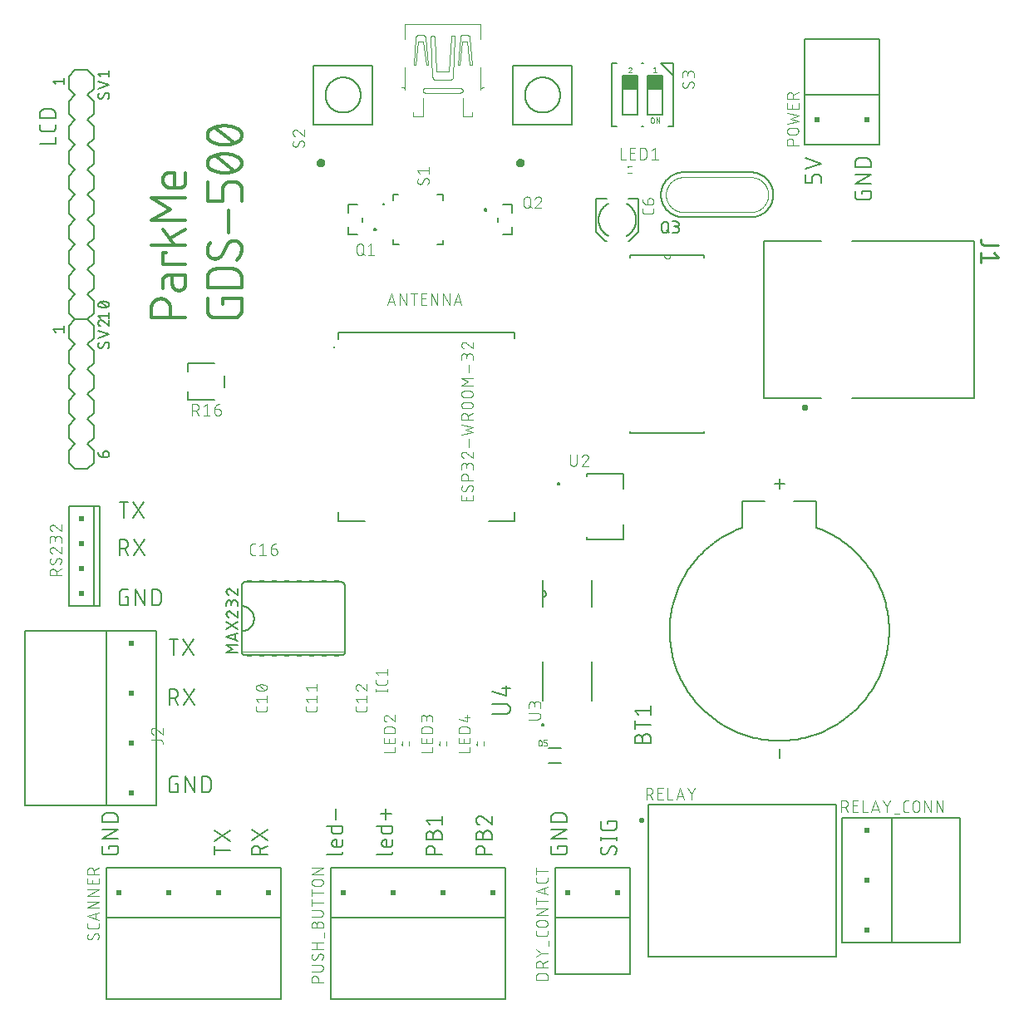
<source format=gbr>
G04 EAGLE Gerber RS-274X export*
G75*
%MOMM*%
%FSLAX34Y34*%
%LPD*%
%INSilkscreen Top*%
%IPPOS*%
%AMOC8*
5,1,8,0,0,1.08239X$1,22.5*%
G01*
%ADD10C,0.304800*%
%ADD11C,0.152400*%
%ADD12C,0.127000*%
%ADD13C,0.101600*%
%ADD14C,0.203200*%
%ADD15C,0.300000*%
%ADD16C,0.254000*%
%ADD17R,0.508000X0.508000*%
%ADD18R,0.250000X0.225000*%
%ADD19C,0.050800*%
%ADD20R,0.508000X0.127000*%
%ADD21C,0.200000*%
%ADD22C,0.400000*%
%ADD23C,0.184388*%
%ADD24C,0.000000*%
%ADD25R,0.225000X0.250000*%
%ADD26R,1.500000X1.500000*%


D10*
X169926Y700024D02*
X134874Y700024D01*
X134874Y709761D01*
X134877Y709998D01*
X134886Y710235D01*
X134900Y710472D01*
X134920Y710708D01*
X134946Y710944D01*
X134978Y711179D01*
X135015Y711413D01*
X135058Y711646D01*
X135107Y711878D01*
X135161Y712109D01*
X135221Y712338D01*
X135287Y712566D01*
X135358Y712792D01*
X135434Y713017D01*
X135516Y713239D01*
X135604Y713460D01*
X135697Y713678D01*
X135795Y713894D01*
X135898Y714107D01*
X136006Y714318D01*
X136120Y714526D01*
X136238Y714732D01*
X136362Y714934D01*
X136490Y715134D01*
X136624Y715330D01*
X136762Y715523D01*
X136904Y715712D01*
X137051Y715898D01*
X137203Y716080D01*
X137359Y716259D01*
X137520Y716433D01*
X137684Y716604D01*
X137853Y716771D01*
X138025Y716933D01*
X138202Y717091D01*
X138383Y717245D01*
X138567Y717395D01*
X138754Y717540D01*
X138945Y717680D01*
X139140Y717816D01*
X139338Y717946D01*
X139539Y718072D01*
X139743Y718193D01*
X139949Y718310D01*
X140159Y718421D01*
X140371Y718526D01*
X140586Y718627D01*
X140803Y718722D01*
X141022Y718812D01*
X141244Y718897D01*
X141467Y718976D01*
X141692Y719050D01*
X141920Y719119D01*
X142148Y719181D01*
X142378Y719239D01*
X142610Y719290D01*
X142842Y719336D01*
X143076Y719376D01*
X143311Y719411D01*
X143546Y719440D01*
X143782Y719463D01*
X144019Y719480D01*
X144255Y719492D01*
X144492Y719497D01*
X144730Y719497D01*
X144967Y719492D01*
X145203Y719480D01*
X145440Y719463D01*
X145676Y719440D01*
X145911Y719411D01*
X146146Y719376D01*
X146380Y719336D01*
X146612Y719290D01*
X146844Y719239D01*
X147074Y719181D01*
X147302Y719119D01*
X147530Y719050D01*
X147755Y718976D01*
X147978Y718897D01*
X148200Y718812D01*
X148419Y718722D01*
X148636Y718627D01*
X148851Y718526D01*
X149063Y718421D01*
X149273Y718310D01*
X149480Y718193D01*
X149683Y718072D01*
X149884Y717946D01*
X150082Y717816D01*
X150277Y717680D01*
X150468Y717540D01*
X150655Y717395D01*
X150839Y717245D01*
X151020Y717091D01*
X151197Y716933D01*
X151369Y716771D01*
X151538Y716604D01*
X151702Y716433D01*
X151863Y716259D01*
X152019Y716080D01*
X152171Y715898D01*
X152318Y715712D01*
X152460Y715523D01*
X152598Y715330D01*
X152732Y715134D01*
X152860Y714934D01*
X152984Y714732D01*
X153102Y714526D01*
X153216Y714318D01*
X153324Y714107D01*
X153427Y713894D01*
X153525Y713678D01*
X153618Y713460D01*
X153706Y713239D01*
X153788Y713017D01*
X153864Y712792D01*
X153935Y712566D01*
X154001Y712338D01*
X154061Y712109D01*
X154115Y711878D01*
X154164Y711646D01*
X154207Y711413D01*
X154244Y711179D01*
X154276Y710944D01*
X154302Y710708D01*
X154322Y710472D01*
X154336Y710235D01*
X154345Y709998D01*
X154348Y709761D01*
X154347Y709761D02*
X154347Y700024D01*
X156295Y734599D02*
X156295Y743362D01*
X156294Y734599D02*
X156296Y734433D01*
X156302Y734267D01*
X156312Y734101D01*
X156326Y733936D01*
X156344Y733771D01*
X156367Y733607D01*
X156393Y733443D01*
X156423Y733279D01*
X156457Y733117D01*
X156495Y732955D01*
X156537Y732795D01*
X156583Y732635D01*
X156633Y732477D01*
X156686Y732320D01*
X156744Y732164D01*
X156805Y732010D01*
X156870Y731857D01*
X156938Y731706D01*
X157011Y731556D01*
X157087Y731409D01*
X157166Y731263D01*
X157249Y731119D01*
X157336Y730978D01*
X157425Y730838D01*
X157519Y730701D01*
X157615Y730566D01*
X157715Y730433D01*
X157818Y730303D01*
X157924Y730176D01*
X158034Y730051D01*
X158146Y729928D01*
X158261Y729809D01*
X158379Y729692D01*
X158500Y729578D01*
X158624Y729468D01*
X158750Y729360D01*
X158879Y729255D01*
X159010Y729154D01*
X159144Y729056D01*
X159280Y728961D01*
X159419Y728869D01*
X159559Y728781D01*
X159702Y728696D01*
X159847Y728615D01*
X159993Y728537D01*
X160142Y728463D01*
X160292Y728393D01*
X160444Y728326D01*
X160598Y728263D01*
X160753Y728204D01*
X160909Y728148D01*
X161067Y728096D01*
X161226Y728049D01*
X161386Y728005D01*
X161547Y727965D01*
X161709Y727929D01*
X161872Y727896D01*
X162036Y727868D01*
X162200Y727844D01*
X162365Y727824D01*
X162530Y727808D01*
X162695Y727796D01*
X162861Y727788D01*
X163027Y727784D01*
X163193Y727784D01*
X163359Y727788D01*
X163525Y727796D01*
X163690Y727808D01*
X163855Y727824D01*
X164020Y727844D01*
X164184Y727868D01*
X164348Y727896D01*
X164511Y727929D01*
X164673Y727965D01*
X164834Y728005D01*
X164994Y728049D01*
X165153Y728096D01*
X165311Y728148D01*
X165467Y728204D01*
X165622Y728263D01*
X165776Y728326D01*
X165928Y728393D01*
X166078Y728463D01*
X166227Y728537D01*
X166373Y728615D01*
X166518Y728696D01*
X166661Y728781D01*
X166801Y728869D01*
X166940Y728961D01*
X167076Y729056D01*
X167210Y729154D01*
X167341Y729255D01*
X167470Y729360D01*
X167596Y729468D01*
X167720Y729578D01*
X167841Y729692D01*
X167959Y729809D01*
X168074Y729928D01*
X168186Y730051D01*
X168296Y730176D01*
X168402Y730303D01*
X168505Y730433D01*
X168605Y730566D01*
X168701Y730701D01*
X168795Y730838D01*
X168884Y730978D01*
X168971Y731119D01*
X169054Y731263D01*
X169133Y731409D01*
X169209Y731556D01*
X169282Y731706D01*
X169350Y731857D01*
X169415Y732010D01*
X169476Y732164D01*
X169534Y732320D01*
X169587Y732477D01*
X169637Y732635D01*
X169683Y732795D01*
X169725Y732955D01*
X169763Y733117D01*
X169797Y733279D01*
X169827Y733443D01*
X169853Y733607D01*
X169876Y733771D01*
X169894Y733936D01*
X169908Y734101D01*
X169918Y734267D01*
X169924Y734433D01*
X169926Y734599D01*
X169926Y743362D01*
X152400Y743362D01*
X152250Y743360D01*
X152099Y743354D01*
X151949Y743345D01*
X151799Y743331D01*
X151650Y743314D01*
X151501Y743292D01*
X151353Y743267D01*
X151205Y743238D01*
X151058Y743206D01*
X150912Y743169D01*
X150767Y743129D01*
X150623Y743085D01*
X150481Y743038D01*
X150339Y742986D01*
X150199Y742932D01*
X150061Y742873D01*
X149923Y742811D01*
X149788Y742746D01*
X149654Y742677D01*
X149523Y742604D01*
X149393Y742528D01*
X149265Y742449D01*
X149139Y742367D01*
X149015Y742281D01*
X148894Y742193D01*
X148774Y742101D01*
X148658Y742006D01*
X148543Y741908D01*
X148432Y741807D01*
X148323Y741704D01*
X148216Y741597D01*
X148113Y741488D01*
X148012Y741377D01*
X147914Y741262D01*
X147819Y741146D01*
X147727Y741026D01*
X147639Y740905D01*
X147553Y740781D01*
X147471Y740655D01*
X147392Y740527D01*
X147316Y740397D01*
X147243Y740266D01*
X147174Y740132D01*
X147109Y739997D01*
X147047Y739859D01*
X146988Y739721D01*
X146934Y739581D01*
X146882Y739439D01*
X146835Y739297D01*
X146791Y739153D01*
X146751Y739008D01*
X146714Y738862D01*
X146682Y738715D01*
X146653Y738567D01*
X146628Y738419D01*
X146606Y738270D01*
X146589Y738121D01*
X146575Y737971D01*
X146566Y737821D01*
X146560Y737670D01*
X146558Y737520D01*
X146558Y729731D01*
X146558Y754395D02*
X169926Y754395D01*
X146558Y754395D02*
X146558Y766079D01*
X150453Y766079D01*
X134874Y774375D02*
X169926Y774375D01*
X158242Y774375D02*
X146558Y789954D01*
X153374Y781191D02*
X169926Y789954D01*
X169926Y799112D02*
X134874Y799112D01*
X154347Y810796D01*
X134874Y822480D01*
X169926Y822480D01*
X169926Y838376D02*
X169926Y848113D01*
X169926Y838376D02*
X169924Y838226D01*
X169918Y838075D01*
X169909Y837925D01*
X169895Y837775D01*
X169878Y837626D01*
X169856Y837477D01*
X169831Y837329D01*
X169802Y837181D01*
X169770Y837034D01*
X169733Y836888D01*
X169693Y836743D01*
X169649Y836599D01*
X169602Y836457D01*
X169550Y836315D01*
X169496Y836175D01*
X169437Y836037D01*
X169375Y835899D01*
X169310Y835764D01*
X169241Y835630D01*
X169168Y835499D01*
X169092Y835369D01*
X169013Y835241D01*
X168931Y835115D01*
X168845Y834991D01*
X168757Y834870D01*
X168665Y834750D01*
X168570Y834634D01*
X168472Y834519D01*
X168371Y834408D01*
X168268Y834299D01*
X168161Y834192D01*
X168052Y834089D01*
X167941Y833988D01*
X167826Y833890D01*
X167710Y833795D01*
X167590Y833703D01*
X167469Y833615D01*
X167345Y833529D01*
X167219Y833447D01*
X167091Y833368D01*
X166961Y833292D01*
X166830Y833219D01*
X166696Y833150D01*
X166561Y833085D01*
X166423Y833023D01*
X166285Y832964D01*
X166145Y832910D01*
X166003Y832858D01*
X165861Y832811D01*
X165717Y832767D01*
X165572Y832727D01*
X165426Y832690D01*
X165279Y832658D01*
X165131Y832629D01*
X164983Y832604D01*
X164834Y832582D01*
X164685Y832565D01*
X164535Y832551D01*
X164385Y832542D01*
X164234Y832536D01*
X164084Y832534D01*
X154347Y832534D01*
X154347Y832535D02*
X154157Y832537D01*
X153968Y832544D01*
X153778Y832556D01*
X153589Y832572D01*
X153401Y832593D01*
X153213Y832618D01*
X153026Y832648D01*
X152839Y832682D01*
X152653Y832721D01*
X152469Y832765D01*
X152285Y832813D01*
X152103Y832865D01*
X151922Y832922D01*
X151743Y832983D01*
X151565Y833049D01*
X151388Y833119D01*
X151214Y833193D01*
X151041Y833271D01*
X150870Y833354D01*
X150701Y833441D01*
X150535Y833532D01*
X150371Y833626D01*
X150209Y833725D01*
X150049Y833828D01*
X149892Y833935D01*
X149738Y834045D01*
X149587Y834159D01*
X149438Y834277D01*
X149292Y834398D01*
X149149Y834523D01*
X149010Y834651D01*
X148873Y834783D01*
X148740Y834918D01*
X148610Y835056D01*
X148483Y835197D01*
X148360Y835342D01*
X148240Y835489D01*
X148125Y835639D01*
X148012Y835792D01*
X147904Y835948D01*
X147799Y836106D01*
X147698Y836266D01*
X147602Y836430D01*
X147509Y836595D01*
X147420Y836763D01*
X147335Y836932D01*
X147255Y837104D01*
X147178Y837278D01*
X147106Y837453D01*
X147039Y837630D01*
X146975Y837809D01*
X146916Y837989D01*
X146861Y838171D01*
X146811Y838354D01*
X146766Y838538D01*
X146724Y838723D01*
X146688Y838909D01*
X146655Y839096D01*
X146628Y839284D01*
X146605Y839472D01*
X146586Y839661D01*
X146572Y839850D01*
X146563Y840040D01*
X146559Y840229D01*
X146559Y840419D01*
X146563Y840608D01*
X146572Y840798D01*
X146586Y840987D01*
X146605Y841176D01*
X146628Y841364D01*
X146655Y841552D01*
X146688Y841739D01*
X146724Y841925D01*
X146766Y842110D01*
X146811Y842294D01*
X146861Y842477D01*
X146916Y842659D01*
X146975Y842839D01*
X147039Y843018D01*
X147106Y843195D01*
X147178Y843370D01*
X147255Y843544D01*
X147335Y843716D01*
X147420Y843885D01*
X147509Y844053D01*
X147602Y844219D01*
X147698Y844382D01*
X147799Y844542D01*
X147904Y844700D01*
X148012Y844856D01*
X148125Y845009D01*
X148240Y845159D01*
X148360Y845306D01*
X148483Y845451D01*
X148610Y845592D01*
X148740Y845730D01*
X148873Y845865D01*
X149010Y845997D01*
X149149Y846125D01*
X149292Y846250D01*
X149438Y846371D01*
X149587Y846489D01*
X149738Y846603D01*
X149892Y846713D01*
X150049Y846820D01*
X150209Y846923D01*
X150371Y847022D01*
X150535Y847116D01*
X150701Y847207D01*
X150870Y847294D01*
X151041Y847377D01*
X151214Y847455D01*
X151388Y847529D01*
X151565Y847599D01*
X151743Y847665D01*
X151922Y847726D01*
X152103Y847783D01*
X152285Y847835D01*
X152469Y847883D01*
X152653Y847927D01*
X152839Y847966D01*
X153026Y848000D01*
X153213Y848030D01*
X153401Y848055D01*
X153589Y848076D01*
X153778Y848092D01*
X153968Y848104D01*
X154157Y848111D01*
X154347Y848113D01*
X158242Y848113D01*
X158242Y832534D01*
X207603Y719497D02*
X207603Y713655D01*
X207603Y719497D02*
X227076Y719497D01*
X227076Y707813D01*
X227074Y707625D01*
X227067Y707437D01*
X227056Y707249D01*
X227040Y707061D01*
X227019Y706874D01*
X226994Y706688D01*
X226965Y706502D01*
X226931Y706317D01*
X226892Y706132D01*
X226850Y705949D01*
X226802Y705767D01*
X226751Y705586D01*
X226695Y705406D01*
X226634Y705228D01*
X226570Y705051D01*
X226501Y704876D01*
X226428Y704702D01*
X226351Y704531D01*
X226269Y704361D01*
X226184Y704193D01*
X226094Y704028D01*
X226001Y703864D01*
X225904Y703703D01*
X225802Y703545D01*
X225697Y703388D01*
X225588Y703235D01*
X225476Y703084D01*
X225360Y702936D01*
X225240Y702790D01*
X225117Y702648D01*
X224991Y702509D01*
X224861Y702372D01*
X224728Y702239D01*
X224591Y702109D01*
X224452Y701983D01*
X224310Y701860D01*
X224164Y701740D01*
X224016Y701624D01*
X223865Y701512D01*
X223712Y701403D01*
X223555Y701298D01*
X223397Y701196D01*
X223236Y701099D01*
X223072Y701006D01*
X222907Y700916D01*
X222739Y700831D01*
X222569Y700749D01*
X222398Y700672D01*
X222224Y700599D01*
X222049Y700530D01*
X221872Y700466D01*
X221694Y700405D01*
X221514Y700349D01*
X221333Y700298D01*
X221151Y700250D01*
X220968Y700208D01*
X220783Y700169D01*
X220598Y700135D01*
X220412Y700106D01*
X220226Y700081D01*
X220039Y700060D01*
X219851Y700044D01*
X219663Y700033D01*
X219475Y700026D01*
X219287Y700024D01*
X199813Y700024D01*
X199622Y700026D01*
X199431Y700033D01*
X199240Y700045D01*
X199050Y700062D01*
X198860Y700083D01*
X198670Y700108D01*
X198481Y700139D01*
X198293Y700174D01*
X198106Y700213D01*
X197920Y700257D01*
X197736Y700306D01*
X197552Y700359D01*
X197370Y700417D01*
X197189Y700479D01*
X197010Y700546D01*
X196832Y700617D01*
X196657Y700692D01*
X196483Y700772D01*
X196311Y700856D01*
X196141Y700944D01*
X195974Y701036D01*
X195809Y701132D01*
X195646Y701232D01*
X195486Y701337D01*
X195328Y701445D01*
X195173Y701557D01*
X195021Y701673D01*
X194872Y701792D01*
X194725Y701915D01*
X194582Y702042D01*
X194442Y702172D01*
X194305Y702305D01*
X194172Y702442D01*
X194042Y702582D01*
X193915Y702725D01*
X193792Y702872D01*
X193673Y703021D01*
X193557Y703173D01*
X193445Y703328D01*
X193337Y703486D01*
X193232Y703646D01*
X193132Y703809D01*
X193036Y703974D01*
X192944Y704141D01*
X192856Y704311D01*
X192772Y704483D01*
X192692Y704657D01*
X192617Y704832D01*
X192546Y705010D01*
X192479Y705189D01*
X192417Y705370D01*
X192359Y705552D01*
X192306Y705736D01*
X192257Y705920D01*
X192213Y706106D01*
X192174Y706293D01*
X192139Y706481D01*
X192108Y706670D01*
X192083Y706859D01*
X192062Y707049D01*
X192045Y707240D01*
X192033Y707431D01*
X192026Y707622D01*
X192024Y707813D01*
X192024Y719497D01*
X192024Y730504D02*
X227076Y730504D01*
X192024Y730504D02*
X192024Y740241D01*
X192027Y740476D01*
X192035Y740711D01*
X192050Y740946D01*
X192069Y741181D01*
X192095Y741415D01*
X192126Y741648D01*
X192163Y741880D01*
X192205Y742112D01*
X192253Y742342D01*
X192307Y742571D01*
X192366Y742799D01*
X192431Y743025D01*
X192501Y743250D01*
X192576Y743473D01*
X192657Y743694D01*
X192743Y743913D01*
X192834Y744130D01*
X192931Y744344D01*
X193032Y744556D01*
X193139Y744766D01*
X193251Y744973D01*
X193368Y745177D01*
X193490Y745379D01*
X193616Y745577D01*
X193748Y745772D01*
X193884Y745964D01*
X194024Y746153D01*
X194169Y746338D01*
X194319Y746520D01*
X194473Y746698D01*
X194631Y746872D01*
X194793Y747042D01*
X194960Y747209D01*
X195130Y747371D01*
X195304Y747529D01*
X195482Y747683D01*
X195664Y747833D01*
X195849Y747978D01*
X196038Y748118D01*
X196230Y748254D01*
X196425Y748386D01*
X196623Y748512D01*
X196825Y748634D01*
X197029Y748751D01*
X197236Y748863D01*
X197446Y748970D01*
X197658Y749071D01*
X197872Y749168D01*
X198089Y749259D01*
X198308Y749345D01*
X198529Y749426D01*
X198752Y749501D01*
X198977Y749571D01*
X199203Y749636D01*
X199431Y749695D01*
X199660Y749749D01*
X199890Y749797D01*
X200122Y749839D01*
X200354Y749876D01*
X200587Y749907D01*
X200821Y749933D01*
X201056Y749952D01*
X201291Y749967D01*
X201526Y749975D01*
X201761Y749978D01*
X201761Y749977D02*
X217339Y749977D01*
X217339Y749978D02*
X217574Y749975D01*
X217809Y749967D01*
X218044Y749952D01*
X218279Y749933D01*
X218513Y749907D01*
X218746Y749876D01*
X218978Y749839D01*
X219210Y749797D01*
X219440Y749749D01*
X219669Y749695D01*
X219897Y749636D01*
X220123Y749571D01*
X220348Y749501D01*
X220571Y749426D01*
X220792Y749345D01*
X221011Y749259D01*
X221228Y749168D01*
X221442Y749071D01*
X221654Y748970D01*
X221864Y748863D01*
X222071Y748751D01*
X222275Y748634D01*
X222477Y748512D01*
X222675Y748386D01*
X222870Y748254D01*
X223062Y748118D01*
X223251Y747978D01*
X223436Y747833D01*
X223618Y747683D01*
X223796Y747529D01*
X223970Y747371D01*
X224140Y747209D01*
X224307Y747042D01*
X224469Y746872D01*
X224627Y746698D01*
X224781Y746520D01*
X224931Y746338D01*
X225076Y746153D01*
X225216Y745964D01*
X225352Y745772D01*
X225484Y745577D01*
X225610Y745379D01*
X225732Y745177D01*
X225849Y744973D01*
X225961Y744766D01*
X226068Y744556D01*
X226169Y744344D01*
X226266Y744130D01*
X226357Y743913D01*
X226443Y743694D01*
X226524Y743473D01*
X226599Y743250D01*
X226669Y743025D01*
X226734Y742799D01*
X226793Y742571D01*
X226847Y742342D01*
X226895Y742112D01*
X226937Y741880D01*
X226974Y741648D01*
X227005Y741415D01*
X227031Y741181D01*
X227050Y740946D01*
X227065Y740711D01*
X227073Y740476D01*
X227076Y740241D01*
X227076Y730504D01*
X227076Y770763D02*
X227074Y770951D01*
X227067Y771139D01*
X227056Y771327D01*
X227040Y771515D01*
X227019Y771702D01*
X226994Y771888D01*
X226965Y772074D01*
X226931Y772259D01*
X226892Y772444D01*
X226850Y772627D01*
X226802Y772809D01*
X226751Y772990D01*
X226695Y773170D01*
X226634Y773348D01*
X226570Y773525D01*
X226501Y773700D01*
X226428Y773874D01*
X226351Y774045D01*
X226269Y774215D01*
X226184Y774383D01*
X226094Y774548D01*
X226001Y774712D01*
X225904Y774873D01*
X225802Y775031D01*
X225697Y775188D01*
X225588Y775341D01*
X225476Y775492D01*
X225360Y775640D01*
X225240Y775786D01*
X225117Y775928D01*
X224991Y776067D01*
X224861Y776204D01*
X224728Y776337D01*
X224591Y776467D01*
X224452Y776593D01*
X224310Y776716D01*
X224164Y776836D01*
X224016Y776952D01*
X223865Y777064D01*
X223712Y777173D01*
X223555Y777278D01*
X223397Y777380D01*
X223236Y777477D01*
X223072Y777570D01*
X222907Y777660D01*
X222739Y777745D01*
X222569Y777827D01*
X222398Y777904D01*
X222224Y777977D01*
X222049Y778046D01*
X221872Y778110D01*
X221694Y778171D01*
X221514Y778227D01*
X221333Y778278D01*
X221151Y778326D01*
X220968Y778368D01*
X220783Y778407D01*
X220598Y778441D01*
X220412Y778470D01*
X220226Y778495D01*
X220039Y778516D01*
X219851Y778532D01*
X219663Y778543D01*
X219475Y778550D01*
X219287Y778552D01*
X227076Y770763D02*
X227071Y770369D01*
X227057Y769976D01*
X227034Y769583D01*
X227001Y769191D01*
X226958Y768799D01*
X226907Y768409D01*
X226846Y768020D01*
X226775Y767632D01*
X226696Y767247D01*
X226607Y766863D01*
X226509Y766482D01*
X226402Y766103D01*
X226286Y765727D01*
X226161Y765354D01*
X226028Y764983D01*
X225885Y764616D01*
X225733Y764253D01*
X225573Y763893D01*
X225405Y763537D01*
X225228Y763186D01*
X225042Y762839D01*
X224848Y762496D01*
X224647Y762158D01*
X224437Y761825D01*
X224219Y761497D01*
X223993Y761174D01*
X223760Y760857D01*
X223519Y760545D01*
X223271Y760240D01*
X223016Y759940D01*
X222753Y759647D01*
X222484Y759360D01*
X222208Y759079D01*
X199813Y760053D02*
X199625Y760055D01*
X199437Y760062D01*
X199249Y760073D01*
X199061Y760089D01*
X198874Y760110D01*
X198688Y760135D01*
X198502Y760164D01*
X198317Y760198D01*
X198132Y760237D01*
X197949Y760279D01*
X197767Y760327D01*
X197586Y760378D01*
X197406Y760434D01*
X197228Y760495D01*
X197051Y760559D01*
X196876Y760628D01*
X196702Y760701D01*
X196531Y760778D01*
X196361Y760860D01*
X196193Y760945D01*
X196028Y761035D01*
X195864Y761128D01*
X195703Y761225D01*
X195545Y761327D01*
X195388Y761432D01*
X195235Y761541D01*
X195084Y761653D01*
X194936Y761769D01*
X194790Y761889D01*
X194648Y762012D01*
X194509Y762138D01*
X194372Y762268D01*
X194239Y762401D01*
X194109Y762538D01*
X193983Y762677D01*
X193860Y762819D01*
X193740Y762965D01*
X193624Y763113D01*
X193512Y763264D01*
X193403Y763417D01*
X193298Y763574D01*
X193196Y763732D01*
X193099Y763893D01*
X193006Y764057D01*
X192916Y764222D01*
X192831Y764390D01*
X192749Y764560D01*
X192672Y764731D01*
X192599Y764905D01*
X192530Y765080D01*
X192466Y765257D01*
X192405Y765435D01*
X192349Y765615D01*
X192298Y765796D01*
X192250Y765978D01*
X192208Y766161D01*
X192169Y766346D01*
X192135Y766531D01*
X192106Y766717D01*
X192081Y766903D01*
X192060Y767090D01*
X192044Y767278D01*
X192033Y767466D01*
X192026Y767654D01*
X192024Y767842D01*
X192028Y768190D01*
X192041Y768538D01*
X192061Y768885D01*
X192090Y769232D01*
X192128Y769578D01*
X192173Y769923D01*
X192227Y770267D01*
X192289Y770610D01*
X192359Y770951D01*
X192437Y771290D01*
X192523Y771627D01*
X192617Y771962D01*
X192719Y772295D01*
X192830Y772625D01*
X192947Y772953D01*
X193073Y773277D01*
X193206Y773599D01*
X193347Y773917D01*
X193496Y774232D01*
X193652Y774543D01*
X193815Y774850D01*
X193986Y775154D01*
X194164Y775453D01*
X194349Y775748D01*
X194541Y776038D01*
X194739Y776324D01*
X194945Y776605D01*
X206629Y763948D02*
X206530Y763784D01*
X206427Y763623D01*
X206320Y763465D01*
X206210Y763309D01*
X206095Y763156D01*
X205977Y763006D01*
X205856Y762858D01*
X205731Y762714D01*
X205602Y762573D01*
X205471Y762434D01*
X205335Y762299D01*
X205197Y762168D01*
X205055Y762039D01*
X204911Y761915D01*
X204763Y761793D01*
X204613Y761676D01*
X204460Y761561D01*
X204304Y761451D01*
X204145Y761345D01*
X203984Y761242D01*
X203821Y761143D01*
X203655Y761048D01*
X203487Y760958D01*
X203316Y760871D01*
X203144Y760789D01*
X202970Y760710D01*
X202794Y760636D01*
X202616Y760566D01*
X202437Y760501D01*
X202256Y760440D01*
X202073Y760383D01*
X201890Y760330D01*
X201705Y760283D01*
X201519Y760239D01*
X201332Y760200D01*
X201144Y760166D01*
X200955Y760136D01*
X200766Y760111D01*
X200576Y760090D01*
X200386Y760074D01*
X200195Y760062D01*
X200004Y760055D01*
X199813Y760053D01*
X212471Y774657D02*
X212570Y774821D01*
X212673Y774982D01*
X212780Y775140D01*
X212890Y775296D01*
X213005Y775449D01*
X213123Y775599D01*
X213244Y775747D01*
X213369Y775891D01*
X213498Y776032D01*
X213630Y776171D01*
X213765Y776306D01*
X213903Y776437D01*
X214045Y776566D01*
X214189Y776690D01*
X214337Y776812D01*
X214487Y776929D01*
X214640Y777044D01*
X214796Y777154D01*
X214955Y777260D01*
X215116Y777363D01*
X215279Y777462D01*
X215445Y777557D01*
X215613Y777647D01*
X215784Y777734D01*
X215956Y777816D01*
X216130Y777895D01*
X216306Y777969D01*
X216484Y778039D01*
X216663Y778104D01*
X216844Y778165D01*
X217027Y778222D01*
X217210Y778275D01*
X217395Y778322D01*
X217581Y778366D01*
X217768Y778405D01*
X217956Y778439D01*
X218145Y778469D01*
X218334Y778494D01*
X218524Y778515D01*
X218714Y778531D01*
X218905Y778543D01*
X219096Y778550D01*
X219287Y778552D01*
X212471Y774658D02*
X206629Y763947D01*
X213445Y786659D02*
X213445Y810027D01*
X227076Y819087D02*
X227076Y830771D01*
X227074Y830959D01*
X227067Y831147D01*
X227056Y831335D01*
X227040Y831523D01*
X227019Y831710D01*
X226994Y831896D01*
X226965Y832082D01*
X226931Y832267D01*
X226892Y832452D01*
X226850Y832635D01*
X226802Y832817D01*
X226751Y832998D01*
X226695Y833178D01*
X226634Y833356D01*
X226570Y833533D01*
X226501Y833708D01*
X226428Y833882D01*
X226351Y834053D01*
X226269Y834223D01*
X226184Y834391D01*
X226094Y834556D01*
X226001Y834720D01*
X225904Y834881D01*
X225802Y835039D01*
X225697Y835196D01*
X225588Y835349D01*
X225476Y835500D01*
X225360Y835648D01*
X225240Y835794D01*
X225117Y835936D01*
X224991Y836075D01*
X224861Y836212D01*
X224728Y836345D01*
X224591Y836475D01*
X224452Y836601D01*
X224310Y836724D01*
X224164Y836844D01*
X224016Y836960D01*
X223865Y837072D01*
X223712Y837181D01*
X223555Y837286D01*
X223397Y837388D01*
X223236Y837485D01*
X223072Y837578D01*
X222907Y837668D01*
X222739Y837753D01*
X222569Y837835D01*
X222398Y837912D01*
X222224Y837985D01*
X222049Y838054D01*
X221872Y838118D01*
X221694Y838179D01*
X221514Y838235D01*
X221333Y838286D01*
X221151Y838334D01*
X220968Y838376D01*
X220783Y838415D01*
X220598Y838449D01*
X220412Y838478D01*
X220226Y838503D01*
X220039Y838524D01*
X219851Y838540D01*
X219663Y838551D01*
X219475Y838558D01*
X219287Y838560D01*
X215392Y838560D01*
X215204Y838558D01*
X215016Y838551D01*
X214828Y838540D01*
X214640Y838524D01*
X214453Y838503D01*
X214267Y838478D01*
X214081Y838449D01*
X213896Y838415D01*
X213711Y838376D01*
X213528Y838334D01*
X213346Y838286D01*
X213165Y838235D01*
X212985Y838179D01*
X212807Y838118D01*
X212630Y838054D01*
X212455Y837985D01*
X212281Y837912D01*
X212110Y837835D01*
X211940Y837753D01*
X211772Y837668D01*
X211607Y837578D01*
X211443Y837485D01*
X211282Y837388D01*
X211124Y837286D01*
X210967Y837181D01*
X210814Y837072D01*
X210663Y836960D01*
X210515Y836844D01*
X210369Y836724D01*
X210227Y836601D01*
X210088Y836475D01*
X209951Y836345D01*
X209818Y836212D01*
X209688Y836075D01*
X209562Y835936D01*
X209439Y835794D01*
X209319Y835648D01*
X209203Y835500D01*
X209091Y835349D01*
X208982Y835196D01*
X208877Y835039D01*
X208775Y834881D01*
X208678Y834720D01*
X208585Y834556D01*
X208495Y834391D01*
X208410Y834223D01*
X208328Y834053D01*
X208251Y833882D01*
X208178Y833708D01*
X208109Y833533D01*
X208045Y833356D01*
X207984Y833178D01*
X207928Y832998D01*
X207877Y832817D01*
X207829Y832635D01*
X207787Y832452D01*
X207748Y832267D01*
X207714Y832082D01*
X207685Y831896D01*
X207660Y831710D01*
X207639Y831523D01*
X207623Y831335D01*
X207612Y831147D01*
X207605Y830959D01*
X207603Y830771D01*
X207603Y819087D01*
X192024Y819087D01*
X192024Y838560D01*
X196893Y850583D02*
X197516Y850288D01*
X198146Y850008D01*
X198783Y849744D01*
X199426Y849494D01*
X200075Y849260D01*
X200729Y849042D01*
X201388Y848839D01*
X202051Y848652D01*
X202719Y848481D01*
X203391Y848326D01*
X204067Y848187D01*
X204745Y848064D01*
X205427Y847958D01*
X206110Y847868D01*
X206796Y847794D01*
X207483Y847736D01*
X208171Y847695D01*
X208860Y847670D01*
X209550Y847662D01*
X196892Y850582D02*
X196727Y850641D01*
X196564Y850704D01*
X196402Y850771D01*
X196241Y850842D01*
X196083Y850916D01*
X195926Y850995D01*
X195771Y851077D01*
X195618Y851163D01*
X195468Y851253D01*
X195320Y851346D01*
X195174Y851443D01*
X195030Y851543D01*
X194889Y851647D01*
X194750Y851754D01*
X194614Y851865D01*
X194481Y851979D01*
X194351Y852096D01*
X194223Y852216D01*
X194099Y852339D01*
X193977Y852466D01*
X193859Y852595D01*
X193743Y852727D01*
X193631Y852862D01*
X193523Y852999D01*
X193417Y853139D01*
X193316Y853282D01*
X193217Y853427D01*
X193122Y853574D01*
X193031Y853724D01*
X192944Y853876D01*
X192860Y854030D01*
X192780Y854185D01*
X192704Y854343D01*
X192631Y854503D01*
X192563Y854664D01*
X192498Y854827D01*
X192438Y854992D01*
X192381Y855158D01*
X192329Y855325D01*
X192280Y855493D01*
X192236Y855663D01*
X192196Y855833D01*
X192160Y856005D01*
X192128Y856177D01*
X192101Y856350D01*
X192077Y856524D01*
X192058Y856698D01*
X192043Y856873D01*
X192033Y857048D01*
X192026Y857223D01*
X192024Y857398D01*
X192026Y857573D01*
X192033Y857748D01*
X192043Y857923D01*
X192058Y858098D01*
X192077Y858272D01*
X192101Y858446D01*
X192128Y858619D01*
X192160Y858791D01*
X192196Y858963D01*
X192236Y859133D01*
X192280Y859303D01*
X192329Y859471D01*
X192381Y859639D01*
X192438Y859804D01*
X192498Y859969D01*
X192563Y860132D01*
X192631Y860293D01*
X192704Y860453D01*
X192780Y860611D01*
X192860Y860766D01*
X192944Y860920D01*
X193031Y861072D01*
X193122Y861222D01*
X193217Y861369D01*
X193316Y861514D01*
X193417Y861657D01*
X193523Y861797D01*
X193631Y861934D01*
X193743Y862069D01*
X193859Y862201D01*
X193977Y862330D01*
X194099Y862457D01*
X194223Y862580D01*
X194351Y862700D01*
X194481Y862817D01*
X194614Y862931D01*
X194750Y863042D01*
X194889Y863149D01*
X195030Y863253D01*
X195174Y863353D01*
X195320Y863450D01*
X195468Y863543D01*
X195619Y863633D01*
X195771Y863719D01*
X195926Y863801D01*
X196083Y863880D01*
X196241Y863954D01*
X196402Y864025D01*
X196564Y864092D01*
X196727Y864155D01*
X196892Y864214D01*
X196893Y864213D02*
X197516Y864508D01*
X198146Y864788D01*
X198783Y865052D01*
X199426Y865302D01*
X200075Y865536D01*
X200729Y865754D01*
X201388Y865957D01*
X202051Y866144D01*
X202719Y866315D01*
X203391Y866470D01*
X204067Y866609D01*
X204745Y866732D01*
X205427Y866838D01*
X206110Y866928D01*
X206796Y867002D01*
X207483Y867060D01*
X208171Y867101D01*
X208860Y867126D01*
X209550Y867134D01*
X209550Y847661D02*
X210240Y847669D01*
X210929Y847694D01*
X211617Y847735D01*
X212304Y847793D01*
X212990Y847867D01*
X213674Y847957D01*
X214355Y848063D01*
X215033Y848186D01*
X215709Y848325D01*
X216381Y848480D01*
X217049Y848651D01*
X217713Y848838D01*
X218372Y849041D01*
X219026Y849259D01*
X219674Y849493D01*
X220317Y849743D01*
X220954Y850007D01*
X221584Y850287D01*
X222208Y850582D01*
X222373Y850641D01*
X222536Y850704D01*
X222698Y850771D01*
X222859Y850842D01*
X223017Y850916D01*
X223174Y850995D01*
X223329Y851077D01*
X223482Y851163D01*
X223632Y851253D01*
X223780Y851346D01*
X223927Y851443D01*
X224070Y851543D01*
X224211Y851647D01*
X224350Y851754D01*
X224486Y851865D01*
X224619Y851979D01*
X224749Y852096D01*
X224877Y852216D01*
X225001Y852339D01*
X225123Y852466D01*
X225241Y852595D01*
X225357Y852727D01*
X225469Y852862D01*
X225577Y852999D01*
X225683Y853139D01*
X225784Y853282D01*
X225883Y853427D01*
X225978Y853574D01*
X226069Y853724D01*
X226156Y853876D01*
X226240Y854030D01*
X226320Y854186D01*
X226396Y854343D01*
X226469Y854503D01*
X226537Y854664D01*
X226602Y854827D01*
X226662Y854992D01*
X226719Y855158D01*
X226771Y855325D01*
X226820Y855493D01*
X226864Y855663D01*
X226904Y855833D01*
X226940Y856005D01*
X226972Y856177D01*
X226999Y856350D01*
X227023Y856524D01*
X227042Y856698D01*
X227057Y856873D01*
X227067Y857048D01*
X227074Y857223D01*
X227076Y857398D01*
X222208Y864214D02*
X221584Y864509D01*
X220954Y864789D01*
X220317Y865053D01*
X219674Y865303D01*
X219026Y865537D01*
X218372Y865755D01*
X217713Y865958D01*
X217049Y866145D01*
X216381Y866316D01*
X215709Y866471D01*
X215033Y866610D01*
X214355Y866733D01*
X213674Y866839D01*
X212990Y866929D01*
X212304Y867003D01*
X211617Y867061D01*
X210929Y867102D01*
X210240Y867127D01*
X209550Y867135D01*
X222208Y864214D02*
X222373Y864155D01*
X222536Y864092D01*
X222698Y864025D01*
X222859Y863954D01*
X223017Y863880D01*
X223174Y863801D01*
X223329Y863719D01*
X223482Y863633D01*
X223632Y863543D01*
X223780Y863450D01*
X223926Y863353D01*
X224070Y863253D01*
X224211Y863149D01*
X224350Y863042D01*
X224486Y862931D01*
X224619Y862817D01*
X224749Y862700D01*
X224877Y862580D01*
X225001Y862457D01*
X225123Y862330D01*
X225241Y862201D01*
X225357Y862069D01*
X225469Y861934D01*
X225577Y861797D01*
X225683Y861657D01*
X225784Y861514D01*
X225883Y861369D01*
X225978Y861222D01*
X226069Y861072D01*
X226156Y860920D01*
X226240Y860766D01*
X226320Y860611D01*
X226396Y860453D01*
X226469Y860293D01*
X226537Y860132D01*
X226602Y859969D01*
X226662Y859804D01*
X226719Y859638D01*
X226771Y859471D01*
X226820Y859303D01*
X226864Y859133D01*
X226904Y858963D01*
X226940Y858791D01*
X226972Y858619D01*
X226999Y858446D01*
X227023Y858272D01*
X227042Y858098D01*
X227057Y857923D01*
X227067Y857748D01*
X227074Y857573D01*
X227076Y857398D01*
X219287Y849609D02*
X199813Y865188D01*
X196893Y879158D02*
X197516Y878863D01*
X198146Y878583D01*
X198783Y878319D01*
X199426Y878069D01*
X200075Y877835D01*
X200729Y877617D01*
X201388Y877414D01*
X202051Y877227D01*
X202719Y877056D01*
X203391Y876901D01*
X204067Y876762D01*
X204745Y876639D01*
X205427Y876533D01*
X206110Y876443D01*
X206796Y876369D01*
X207483Y876311D01*
X208171Y876270D01*
X208860Y876245D01*
X209550Y876237D01*
X196892Y879157D02*
X196727Y879216D01*
X196564Y879279D01*
X196402Y879346D01*
X196241Y879417D01*
X196083Y879491D01*
X195926Y879570D01*
X195771Y879652D01*
X195618Y879738D01*
X195468Y879828D01*
X195320Y879921D01*
X195174Y880018D01*
X195030Y880118D01*
X194889Y880222D01*
X194750Y880329D01*
X194614Y880440D01*
X194481Y880554D01*
X194351Y880671D01*
X194223Y880791D01*
X194099Y880914D01*
X193977Y881041D01*
X193859Y881170D01*
X193743Y881302D01*
X193631Y881437D01*
X193523Y881574D01*
X193417Y881714D01*
X193316Y881857D01*
X193217Y882002D01*
X193122Y882149D01*
X193031Y882299D01*
X192944Y882451D01*
X192860Y882605D01*
X192780Y882760D01*
X192704Y882918D01*
X192631Y883078D01*
X192563Y883239D01*
X192498Y883402D01*
X192438Y883567D01*
X192381Y883733D01*
X192329Y883900D01*
X192280Y884068D01*
X192236Y884238D01*
X192196Y884408D01*
X192160Y884580D01*
X192128Y884752D01*
X192101Y884925D01*
X192077Y885099D01*
X192058Y885273D01*
X192043Y885448D01*
X192033Y885623D01*
X192026Y885798D01*
X192024Y885973D01*
X192026Y886148D01*
X192033Y886323D01*
X192043Y886498D01*
X192058Y886673D01*
X192077Y886847D01*
X192101Y887021D01*
X192128Y887194D01*
X192160Y887366D01*
X192196Y887538D01*
X192236Y887708D01*
X192280Y887878D01*
X192329Y888046D01*
X192381Y888214D01*
X192438Y888379D01*
X192498Y888544D01*
X192563Y888707D01*
X192631Y888868D01*
X192704Y889028D01*
X192780Y889186D01*
X192860Y889341D01*
X192944Y889495D01*
X193031Y889647D01*
X193122Y889797D01*
X193217Y889944D01*
X193316Y890089D01*
X193417Y890232D01*
X193523Y890372D01*
X193631Y890509D01*
X193743Y890644D01*
X193859Y890776D01*
X193977Y890905D01*
X194099Y891032D01*
X194223Y891155D01*
X194351Y891275D01*
X194481Y891392D01*
X194614Y891506D01*
X194750Y891617D01*
X194889Y891724D01*
X195030Y891828D01*
X195174Y891928D01*
X195320Y892025D01*
X195468Y892118D01*
X195619Y892208D01*
X195771Y892294D01*
X195926Y892376D01*
X196083Y892455D01*
X196241Y892529D01*
X196402Y892600D01*
X196564Y892667D01*
X196727Y892730D01*
X196892Y892789D01*
X196893Y892788D02*
X197516Y893083D01*
X198146Y893363D01*
X198783Y893627D01*
X199426Y893877D01*
X200075Y894111D01*
X200729Y894329D01*
X201388Y894532D01*
X202051Y894719D01*
X202719Y894890D01*
X203391Y895045D01*
X204067Y895184D01*
X204745Y895307D01*
X205427Y895413D01*
X206110Y895503D01*
X206796Y895577D01*
X207483Y895635D01*
X208171Y895676D01*
X208860Y895701D01*
X209550Y895709D01*
X209550Y876236D02*
X210240Y876244D01*
X210929Y876269D01*
X211617Y876310D01*
X212304Y876368D01*
X212990Y876442D01*
X213674Y876532D01*
X214355Y876638D01*
X215033Y876761D01*
X215709Y876900D01*
X216381Y877055D01*
X217049Y877226D01*
X217713Y877413D01*
X218372Y877616D01*
X219026Y877834D01*
X219674Y878068D01*
X220317Y878318D01*
X220954Y878582D01*
X221584Y878862D01*
X222208Y879157D01*
X222373Y879216D01*
X222536Y879279D01*
X222698Y879346D01*
X222859Y879417D01*
X223017Y879491D01*
X223174Y879570D01*
X223329Y879652D01*
X223482Y879738D01*
X223632Y879828D01*
X223780Y879921D01*
X223927Y880018D01*
X224070Y880118D01*
X224211Y880222D01*
X224350Y880329D01*
X224486Y880440D01*
X224619Y880554D01*
X224749Y880671D01*
X224877Y880791D01*
X225001Y880914D01*
X225123Y881041D01*
X225241Y881170D01*
X225357Y881302D01*
X225469Y881437D01*
X225577Y881574D01*
X225683Y881714D01*
X225784Y881857D01*
X225883Y882002D01*
X225978Y882149D01*
X226069Y882299D01*
X226156Y882451D01*
X226240Y882605D01*
X226320Y882761D01*
X226396Y882918D01*
X226469Y883078D01*
X226537Y883239D01*
X226602Y883402D01*
X226662Y883567D01*
X226719Y883733D01*
X226771Y883900D01*
X226820Y884068D01*
X226864Y884238D01*
X226904Y884408D01*
X226940Y884580D01*
X226972Y884752D01*
X226999Y884925D01*
X227023Y885099D01*
X227042Y885273D01*
X227057Y885448D01*
X227067Y885623D01*
X227074Y885798D01*
X227076Y885973D01*
X222208Y892789D02*
X221584Y893084D01*
X220954Y893364D01*
X220317Y893628D01*
X219674Y893878D01*
X219026Y894112D01*
X218372Y894330D01*
X217713Y894533D01*
X217049Y894720D01*
X216381Y894891D01*
X215709Y895046D01*
X215033Y895185D01*
X214355Y895308D01*
X213674Y895414D01*
X212990Y895504D01*
X212304Y895578D01*
X211617Y895636D01*
X210929Y895677D01*
X210240Y895702D01*
X209550Y895710D01*
X222208Y892789D02*
X222373Y892730D01*
X222536Y892667D01*
X222698Y892600D01*
X222859Y892529D01*
X223017Y892455D01*
X223174Y892376D01*
X223329Y892294D01*
X223482Y892208D01*
X223632Y892118D01*
X223780Y892025D01*
X223926Y891928D01*
X224070Y891828D01*
X224211Y891724D01*
X224350Y891617D01*
X224486Y891506D01*
X224619Y891392D01*
X224749Y891275D01*
X224877Y891155D01*
X225001Y891032D01*
X225123Y890905D01*
X225241Y890776D01*
X225357Y890644D01*
X225469Y890509D01*
X225577Y890372D01*
X225683Y890232D01*
X225784Y890089D01*
X225883Y889944D01*
X225978Y889797D01*
X226069Y889647D01*
X226156Y889495D01*
X226240Y889341D01*
X226320Y889186D01*
X226396Y889028D01*
X226469Y888868D01*
X226537Y888707D01*
X226602Y888544D01*
X226662Y888379D01*
X226719Y888213D01*
X226771Y888046D01*
X226820Y887878D01*
X226864Y887708D01*
X226904Y887538D01*
X226940Y887366D01*
X226972Y887194D01*
X226999Y887021D01*
X227023Y886847D01*
X227042Y886673D01*
X227057Y886498D01*
X227067Y886323D01*
X227074Y886148D01*
X227076Y885973D01*
X219287Y878184D02*
X199813Y893763D01*
D11*
X37338Y877062D02*
X21082Y877062D01*
X37338Y877062D02*
X37338Y884287D01*
X37338Y893631D02*
X37338Y897244D01*
X37338Y893631D02*
X37336Y893513D01*
X37330Y893395D01*
X37321Y893277D01*
X37307Y893160D01*
X37290Y893043D01*
X37269Y892926D01*
X37244Y892811D01*
X37215Y892696D01*
X37182Y892582D01*
X37146Y892470D01*
X37106Y892359D01*
X37063Y892249D01*
X37016Y892140D01*
X36966Y892033D01*
X36911Y891928D01*
X36854Y891825D01*
X36793Y891724D01*
X36729Y891624D01*
X36662Y891527D01*
X36592Y891432D01*
X36518Y891340D01*
X36442Y891249D01*
X36362Y891162D01*
X36280Y891077D01*
X36195Y890995D01*
X36108Y890915D01*
X36017Y890839D01*
X35925Y890765D01*
X35830Y890695D01*
X35733Y890628D01*
X35633Y890564D01*
X35532Y890503D01*
X35429Y890446D01*
X35324Y890391D01*
X35217Y890341D01*
X35108Y890294D01*
X34998Y890251D01*
X34887Y890211D01*
X34775Y890175D01*
X34661Y890142D01*
X34546Y890113D01*
X34431Y890088D01*
X34314Y890067D01*
X34197Y890050D01*
X34080Y890036D01*
X33962Y890027D01*
X33844Y890021D01*
X33726Y890019D01*
X24694Y890019D01*
X24694Y890018D02*
X24576Y890020D01*
X24458Y890026D01*
X24340Y890035D01*
X24222Y890049D01*
X24105Y890066D01*
X23989Y890087D01*
X23874Y890112D01*
X23759Y890141D01*
X23645Y890174D01*
X23533Y890210D01*
X23421Y890250D01*
X23311Y890293D01*
X23203Y890340D01*
X23096Y890391D01*
X22991Y890445D01*
X22888Y890502D01*
X22786Y890563D01*
X22687Y890627D01*
X22590Y890694D01*
X22495Y890765D01*
X22402Y890838D01*
X22312Y890915D01*
X22224Y890994D01*
X22139Y891076D01*
X22057Y891161D01*
X21978Y891249D01*
X21901Y891339D01*
X21828Y891432D01*
X21757Y891526D01*
X21690Y891624D01*
X21626Y891723D01*
X21565Y891824D01*
X21508Y891928D01*
X21454Y892033D01*
X21403Y892140D01*
X21356Y892248D01*
X21313Y892358D01*
X21273Y892470D01*
X21237Y892582D01*
X21204Y892696D01*
X21175Y892811D01*
X21150Y892926D01*
X21129Y893042D01*
X21112Y893159D01*
X21098Y893277D01*
X21089Y893395D01*
X21083Y893513D01*
X21081Y893631D01*
X21082Y893631D02*
X21082Y897244D01*
X21082Y903605D02*
X37338Y903605D01*
X21082Y903605D02*
X21082Y908121D01*
X21084Y908252D01*
X21090Y908384D01*
X21099Y908515D01*
X21113Y908645D01*
X21130Y908776D01*
X21151Y908905D01*
X21175Y909034D01*
X21204Y909162D01*
X21236Y909290D01*
X21272Y909416D01*
X21311Y909541D01*
X21354Y909666D01*
X21401Y909788D01*
X21451Y909910D01*
X21505Y910030D01*
X21562Y910148D01*
X21623Y910264D01*
X21687Y910379D01*
X21754Y910492D01*
X21825Y910603D01*
X21899Y910711D01*
X21976Y910818D01*
X22056Y910922D01*
X22139Y911024D01*
X22224Y911123D01*
X22313Y911220D01*
X22405Y911314D01*
X22499Y911406D01*
X22596Y911495D01*
X22695Y911580D01*
X22797Y911663D01*
X22901Y911743D01*
X23008Y911820D01*
X23116Y911894D01*
X23227Y911965D01*
X23340Y912032D01*
X23455Y912096D01*
X23571Y912157D01*
X23689Y912214D01*
X23809Y912268D01*
X23931Y912318D01*
X24053Y912365D01*
X24178Y912408D01*
X24303Y912447D01*
X24429Y912483D01*
X24557Y912515D01*
X24685Y912544D01*
X24814Y912568D01*
X24943Y912589D01*
X25074Y912606D01*
X25204Y912620D01*
X25335Y912629D01*
X25467Y912635D01*
X25598Y912637D01*
X25598Y912636D02*
X32822Y912636D01*
X32822Y912637D02*
X32953Y912635D01*
X33085Y912629D01*
X33216Y912620D01*
X33346Y912606D01*
X33477Y912589D01*
X33606Y912568D01*
X33735Y912544D01*
X33863Y912515D01*
X33991Y912483D01*
X34117Y912447D01*
X34242Y912408D01*
X34367Y912365D01*
X34489Y912318D01*
X34611Y912268D01*
X34731Y912214D01*
X34849Y912157D01*
X34965Y912096D01*
X35080Y912032D01*
X35193Y911965D01*
X35304Y911894D01*
X35412Y911820D01*
X35519Y911743D01*
X35623Y911663D01*
X35725Y911580D01*
X35824Y911495D01*
X35921Y911406D01*
X36015Y911314D01*
X36107Y911220D01*
X36196Y911123D01*
X36281Y911024D01*
X36364Y910922D01*
X36444Y910818D01*
X36521Y910711D01*
X36595Y910603D01*
X36666Y910492D01*
X36733Y910379D01*
X36797Y910264D01*
X36858Y910148D01*
X36915Y910030D01*
X36969Y909910D01*
X37019Y909788D01*
X37066Y909666D01*
X37109Y909541D01*
X37148Y909416D01*
X37184Y909290D01*
X37216Y909162D01*
X37245Y909034D01*
X37269Y908905D01*
X37290Y908775D01*
X37307Y908645D01*
X37321Y908515D01*
X37330Y908384D01*
X37336Y908252D01*
X37338Y908121D01*
X37338Y903605D01*
X106878Y512318D02*
X106878Y496062D01*
X102362Y512318D02*
X111393Y512318D01*
X126885Y512318D02*
X116048Y496062D01*
X126885Y496062D02*
X116048Y512318D01*
X102362Y474218D02*
X102362Y457962D01*
X102362Y474218D02*
X106878Y474218D01*
X107011Y474216D01*
X107143Y474210D01*
X107275Y474200D01*
X107407Y474187D01*
X107539Y474169D01*
X107669Y474148D01*
X107800Y474123D01*
X107929Y474094D01*
X108057Y474061D01*
X108185Y474025D01*
X108311Y473985D01*
X108436Y473941D01*
X108560Y473893D01*
X108682Y473842D01*
X108803Y473787D01*
X108922Y473729D01*
X109040Y473667D01*
X109155Y473602D01*
X109269Y473533D01*
X109380Y473462D01*
X109489Y473386D01*
X109596Y473308D01*
X109701Y473227D01*
X109803Y473142D01*
X109903Y473055D01*
X110000Y472965D01*
X110095Y472872D01*
X110186Y472776D01*
X110275Y472678D01*
X110361Y472577D01*
X110444Y472473D01*
X110524Y472367D01*
X110600Y472259D01*
X110674Y472149D01*
X110744Y472036D01*
X110811Y471922D01*
X110874Y471805D01*
X110934Y471687D01*
X110991Y471567D01*
X111044Y471445D01*
X111093Y471322D01*
X111139Y471198D01*
X111181Y471072D01*
X111219Y470945D01*
X111254Y470817D01*
X111285Y470688D01*
X111312Y470559D01*
X111335Y470428D01*
X111355Y470297D01*
X111370Y470165D01*
X111382Y470033D01*
X111390Y469901D01*
X111394Y469768D01*
X111394Y469636D01*
X111390Y469503D01*
X111382Y469371D01*
X111370Y469239D01*
X111355Y469107D01*
X111335Y468976D01*
X111312Y468845D01*
X111285Y468716D01*
X111254Y468587D01*
X111219Y468459D01*
X111181Y468332D01*
X111139Y468206D01*
X111093Y468082D01*
X111044Y467959D01*
X110991Y467837D01*
X110934Y467717D01*
X110874Y467599D01*
X110811Y467482D01*
X110744Y467368D01*
X110674Y467255D01*
X110600Y467145D01*
X110524Y467037D01*
X110444Y466931D01*
X110361Y466827D01*
X110275Y466726D01*
X110186Y466628D01*
X110095Y466532D01*
X110000Y466439D01*
X109903Y466349D01*
X109803Y466262D01*
X109701Y466177D01*
X109596Y466096D01*
X109489Y466018D01*
X109380Y465942D01*
X109269Y465871D01*
X109155Y465802D01*
X109040Y465737D01*
X108922Y465675D01*
X108803Y465617D01*
X108682Y465562D01*
X108560Y465511D01*
X108436Y465463D01*
X108311Y465419D01*
X108185Y465379D01*
X108057Y465343D01*
X107929Y465310D01*
X107800Y465281D01*
X107669Y465256D01*
X107539Y465235D01*
X107407Y465217D01*
X107275Y465204D01*
X107143Y465194D01*
X107011Y465188D01*
X106878Y465186D01*
X106878Y465187D02*
X102362Y465187D01*
X107781Y465187D02*
X111393Y457962D01*
X116999Y457962D02*
X127836Y474218D01*
X116999Y474218D02*
X127836Y457962D01*
X111393Y416193D02*
X108684Y416193D01*
X111393Y416193D02*
X111393Y407162D01*
X105974Y407162D01*
X105856Y407164D01*
X105738Y407170D01*
X105620Y407179D01*
X105503Y407193D01*
X105386Y407210D01*
X105269Y407231D01*
X105154Y407256D01*
X105039Y407285D01*
X104925Y407318D01*
X104813Y407354D01*
X104702Y407394D01*
X104592Y407437D01*
X104483Y407484D01*
X104376Y407534D01*
X104271Y407589D01*
X104168Y407646D01*
X104067Y407707D01*
X103967Y407771D01*
X103870Y407838D01*
X103775Y407908D01*
X103683Y407982D01*
X103592Y408058D01*
X103505Y408138D01*
X103420Y408220D01*
X103338Y408305D01*
X103258Y408392D01*
X103182Y408483D01*
X103108Y408575D01*
X103038Y408670D01*
X102971Y408767D01*
X102907Y408867D01*
X102846Y408968D01*
X102789Y409071D01*
X102734Y409176D01*
X102684Y409283D01*
X102637Y409392D01*
X102594Y409502D01*
X102554Y409613D01*
X102518Y409725D01*
X102485Y409839D01*
X102456Y409954D01*
X102431Y410069D01*
X102410Y410186D01*
X102393Y410303D01*
X102379Y410420D01*
X102370Y410538D01*
X102364Y410656D01*
X102362Y410774D01*
X102362Y419806D01*
X102364Y419924D01*
X102370Y420042D01*
X102379Y420160D01*
X102393Y420277D01*
X102410Y420394D01*
X102431Y420511D01*
X102456Y420626D01*
X102485Y420741D01*
X102518Y420855D01*
X102554Y420967D01*
X102594Y421078D01*
X102637Y421188D01*
X102684Y421297D01*
X102734Y421404D01*
X102788Y421509D01*
X102846Y421612D01*
X102907Y421713D01*
X102971Y421813D01*
X103038Y421910D01*
X103108Y422005D01*
X103182Y422097D01*
X103258Y422188D01*
X103338Y422275D01*
X103420Y422360D01*
X103505Y422442D01*
X103592Y422522D01*
X103683Y422598D01*
X103775Y422672D01*
X103870Y422742D01*
X103967Y422809D01*
X104067Y422873D01*
X104168Y422934D01*
X104271Y422991D01*
X104376Y423045D01*
X104483Y423096D01*
X104592Y423143D01*
X104702Y423186D01*
X104813Y423226D01*
X104925Y423262D01*
X105039Y423295D01*
X105154Y423324D01*
X105269Y423349D01*
X105386Y423370D01*
X105503Y423387D01*
X105620Y423401D01*
X105738Y423410D01*
X105856Y423416D01*
X105974Y423418D01*
X111393Y423418D01*
X119035Y423418D02*
X119035Y407162D01*
X128066Y407162D02*
X119035Y423418D01*
X128066Y423418D02*
X128066Y407162D01*
X135709Y407162D02*
X135709Y423418D01*
X140224Y423418D01*
X140355Y423416D01*
X140487Y423410D01*
X140618Y423401D01*
X140748Y423387D01*
X140879Y423370D01*
X141008Y423349D01*
X141137Y423325D01*
X141265Y423296D01*
X141393Y423264D01*
X141519Y423228D01*
X141644Y423189D01*
X141769Y423146D01*
X141891Y423099D01*
X142013Y423049D01*
X142133Y422995D01*
X142251Y422938D01*
X142367Y422877D01*
X142482Y422813D01*
X142595Y422746D01*
X142706Y422675D01*
X142814Y422601D01*
X142921Y422524D01*
X143025Y422444D01*
X143127Y422361D01*
X143226Y422276D01*
X143323Y422187D01*
X143417Y422095D01*
X143509Y422001D01*
X143598Y421904D01*
X143683Y421805D01*
X143766Y421703D01*
X143846Y421599D01*
X143923Y421492D01*
X143997Y421384D01*
X144068Y421273D01*
X144135Y421160D01*
X144199Y421045D01*
X144260Y420929D01*
X144317Y420811D01*
X144371Y420691D01*
X144421Y420569D01*
X144468Y420447D01*
X144511Y420322D01*
X144550Y420197D01*
X144586Y420071D01*
X144618Y419943D01*
X144647Y419815D01*
X144671Y419686D01*
X144692Y419557D01*
X144709Y419426D01*
X144723Y419296D01*
X144732Y419165D01*
X144738Y419033D01*
X144740Y418902D01*
X144740Y411678D01*
X144738Y411547D01*
X144732Y411415D01*
X144723Y411284D01*
X144709Y411154D01*
X144692Y411023D01*
X144671Y410894D01*
X144647Y410765D01*
X144618Y410637D01*
X144586Y410509D01*
X144550Y410383D01*
X144511Y410258D01*
X144468Y410133D01*
X144421Y410011D01*
X144371Y409889D01*
X144317Y409769D01*
X144260Y409651D01*
X144199Y409535D01*
X144135Y409420D01*
X144068Y409307D01*
X143997Y409196D01*
X143923Y409088D01*
X143846Y408981D01*
X143766Y408877D01*
X143683Y408775D01*
X143598Y408676D01*
X143509Y408579D01*
X143417Y408485D01*
X143323Y408393D01*
X143226Y408304D01*
X143127Y408219D01*
X143025Y408136D01*
X142921Y408056D01*
X142814Y407979D01*
X142706Y407905D01*
X142595Y407834D01*
X142482Y407767D01*
X142367Y407703D01*
X142251Y407642D01*
X142133Y407585D01*
X142013Y407531D01*
X141891Y407481D01*
X141769Y407434D01*
X141644Y407391D01*
X141519Y407352D01*
X141393Y407316D01*
X141265Y407284D01*
X141137Y407255D01*
X141008Y407231D01*
X140878Y407210D01*
X140748Y407193D01*
X140618Y407179D01*
X140487Y407170D01*
X140355Y407164D01*
X140224Y407162D01*
X135709Y407162D01*
X159484Y225693D02*
X162193Y225693D01*
X162193Y216662D01*
X156774Y216662D01*
X156656Y216664D01*
X156538Y216670D01*
X156420Y216679D01*
X156303Y216693D01*
X156186Y216710D01*
X156069Y216731D01*
X155954Y216756D01*
X155839Y216785D01*
X155725Y216818D01*
X155613Y216854D01*
X155502Y216894D01*
X155392Y216937D01*
X155283Y216984D01*
X155176Y217034D01*
X155071Y217089D01*
X154968Y217146D01*
X154867Y217207D01*
X154767Y217271D01*
X154670Y217338D01*
X154575Y217408D01*
X154483Y217482D01*
X154392Y217558D01*
X154305Y217638D01*
X154220Y217720D01*
X154138Y217805D01*
X154058Y217892D01*
X153982Y217983D01*
X153908Y218075D01*
X153838Y218170D01*
X153771Y218267D01*
X153707Y218367D01*
X153646Y218468D01*
X153589Y218571D01*
X153534Y218676D01*
X153484Y218783D01*
X153437Y218892D01*
X153394Y219002D01*
X153354Y219113D01*
X153318Y219225D01*
X153285Y219339D01*
X153256Y219454D01*
X153231Y219569D01*
X153210Y219686D01*
X153193Y219803D01*
X153179Y219920D01*
X153170Y220038D01*
X153164Y220156D01*
X153162Y220274D01*
X153162Y229306D01*
X153164Y229424D01*
X153170Y229542D01*
X153179Y229660D01*
X153193Y229777D01*
X153210Y229894D01*
X153231Y230011D01*
X153256Y230126D01*
X153285Y230241D01*
X153318Y230355D01*
X153354Y230467D01*
X153394Y230578D01*
X153437Y230688D01*
X153484Y230797D01*
X153534Y230904D01*
X153588Y231009D01*
X153646Y231112D01*
X153707Y231213D01*
X153771Y231313D01*
X153838Y231410D01*
X153908Y231505D01*
X153982Y231597D01*
X154058Y231688D01*
X154138Y231775D01*
X154220Y231860D01*
X154305Y231942D01*
X154392Y232022D01*
X154483Y232098D01*
X154575Y232172D01*
X154670Y232242D01*
X154767Y232309D01*
X154867Y232373D01*
X154968Y232434D01*
X155071Y232491D01*
X155176Y232545D01*
X155283Y232596D01*
X155392Y232643D01*
X155502Y232686D01*
X155613Y232726D01*
X155725Y232762D01*
X155839Y232795D01*
X155954Y232824D01*
X156069Y232849D01*
X156186Y232870D01*
X156303Y232887D01*
X156420Y232901D01*
X156538Y232910D01*
X156656Y232916D01*
X156774Y232918D01*
X162193Y232918D01*
X169835Y232918D02*
X169835Y216662D01*
X178866Y216662D02*
X169835Y232918D01*
X178866Y232918D02*
X178866Y216662D01*
X186509Y216662D02*
X186509Y232918D01*
X191024Y232918D01*
X191155Y232916D01*
X191287Y232910D01*
X191418Y232901D01*
X191548Y232887D01*
X191679Y232870D01*
X191808Y232849D01*
X191937Y232825D01*
X192065Y232796D01*
X192193Y232764D01*
X192319Y232728D01*
X192444Y232689D01*
X192569Y232646D01*
X192691Y232599D01*
X192813Y232549D01*
X192933Y232495D01*
X193051Y232438D01*
X193167Y232377D01*
X193282Y232313D01*
X193395Y232246D01*
X193506Y232175D01*
X193614Y232101D01*
X193721Y232024D01*
X193825Y231944D01*
X193927Y231861D01*
X194026Y231776D01*
X194123Y231687D01*
X194217Y231595D01*
X194309Y231501D01*
X194398Y231404D01*
X194483Y231305D01*
X194566Y231203D01*
X194646Y231099D01*
X194723Y230992D01*
X194797Y230884D01*
X194868Y230773D01*
X194935Y230660D01*
X194999Y230545D01*
X195060Y230429D01*
X195117Y230311D01*
X195171Y230191D01*
X195221Y230069D01*
X195268Y229947D01*
X195311Y229822D01*
X195350Y229697D01*
X195386Y229571D01*
X195418Y229443D01*
X195447Y229315D01*
X195471Y229186D01*
X195492Y229057D01*
X195509Y228926D01*
X195523Y228796D01*
X195532Y228665D01*
X195538Y228533D01*
X195540Y228402D01*
X195540Y221178D01*
X195538Y221047D01*
X195532Y220915D01*
X195523Y220784D01*
X195509Y220654D01*
X195492Y220523D01*
X195471Y220394D01*
X195447Y220265D01*
X195418Y220137D01*
X195386Y220009D01*
X195350Y219883D01*
X195311Y219758D01*
X195268Y219633D01*
X195221Y219511D01*
X195171Y219389D01*
X195117Y219269D01*
X195060Y219151D01*
X194999Y219035D01*
X194935Y218920D01*
X194868Y218807D01*
X194797Y218696D01*
X194723Y218588D01*
X194646Y218481D01*
X194566Y218377D01*
X194483Y218275D01*
X194398Y218176D01*
X194309Y218079D01*
X194217Y217985D01*
X194123Y217893D01*
X194026Y217804D01*
X193927Y217719D01*
X193825Y217636D01*
X193721Y217556D01*
X193614Y217479D01*
X193506Y217405D01*
X193395Y217334D01*
X193282Y217267D01*
X193167Y217203D01*
X193051Y217142D01*
X192933Y217085D01*
X192813Y217031D01*
X192691Y216981D01*
X192569Y216934D01*
X192444Y216891D01*
X192319Y216852D01*
X192193Y216816D01*
X192065Y216784D01*
X191937Y216755D01*
X191808Y216731D01*
X191678Y216710D01*
X191548Y216693D01*
X191418Y216679D01*
X191287Y216670D01*
X191155Y216664D01*
X191024Y216662D01*
X186509Y216662D01*
X153162Y305562D02*
X153162Y321818D01*
X157678Y321818D01*
X157811Y321816D01*
X157943Y321810D01*
X158075Y321800D01*
X158207Y321787D01*
X158339Y321769D01*
X158469Y321748D01*
X158600Y321723D01*
X158729Y321694D01*
X158857Y321661D01*
X158985Y321625D01*
X159111Y321585D01*
X159236Y321541D01*
X159360Y321493D01*
X159482Y321442D01*
X159603Y321387D01*
X159722Y321329D01*
X159840Y321267D01*
X159955Y321202D01*
X160069Y321133D01*
X160180Y321062D01*
X160289Y320986D01*
X160396Y320908D01*
X160501Y320827D01*
X160603Y320742D01*
X160703Y320655D01*
X160800Y320565D01*
X160895Y320472D01*
X160986Y320376D01*
X161075Y320278D01*
X161161Y320177D01*
X161244Y320073D01*
X161324Y319967D01*
X161400Y319859D01*
X161474Y319749D01*
X161544Y319636D01*
X161611Y319522D01*
X161674Y319405D01*
X161734Y319287D01*
X161791Y319167D01*
X161844Y319045D01*
X161893Y318922D01*
X161939Y318798D01*
X161981Y318672D01*
X162019Y318545D01*
X162054Y318417D01*
X162085Y318288D01*
X162112Y318159D01*
X162135Y318028D01*
X162155Y317897D01*
X162170Y317765D01*
X162182Y317633D01*
X162190Y317501D01*
X162194Y317368D01*
X162194Y317236D01*
X162190Y317103D01*
X162182Y316971D01*
X162170Y316839D01*
X162155Y316707D01*
X162135Y316576D01*
X162112Y316445D01*
X162085Y316316D01*
X162054Y316187D01*
X162019Y316059D01*
X161981Y315932D01*
X161939Y315806D01*
X161893Y315682D01*
X161844Y315559D01*
X161791Y315437D01*
X161734Y315317D01*
X161674Y315199D01*
X161611Y315082D01*
X161544Y314968D01*
X161474Y314855D01*
X161400Y314745D01*
X161324Y314637D01*
X161244Y314531D01*
X161161Y314427D01*
X161075Y314326D01*
X160986Y314228D01*
X160895Y314132D01*
X160800Y314039D01*
X160703Y313949D01*
X160603Y313862D01*
X160501Y313777D01*
X160396Y313696D01*
X160289Y313618D01*
X160180Y313542D01*
X160069Y313471D01*
X159955Y313402D01*
X159840Y313337D01*
X159722Y313275D01*
X159603Y313217D01*
X159482Y313162D01*
X159360Y313111D01*
X159236Y313063D01*
X159111Y313019D01*
X158985Y312979D01*
X158857Y312943D01*
X158729Y312910D01*
X158600Y312881D01*
X158469Y312856D01*
X158339Y312835D01*
X158207Y312817D01*
X158075Y312804D01*
X157943Y312794D01*
X157811Y312788D01*
X157678Y312786D01*
X157678Y312787D02*
X153162Y312787D01*
X158581Y312787D02*
X162193Y305562D01*
X167799Y305562D02*
X178636Y321818D01*
X167799Y321818D02*
X178636Y305562D01*
X157678Y356362D02*
X157678Y372618D01*
X162193Y372618D02*
X153162Y372618D01*
X166848Y356362D02*
X177685Y372618D01*
X166848Y372618D02*
X177685Y356362D01*
X198882Y157678D02*
X215138Y157678D01*
X198882Y153162D02*
X198882Y162193D01*
X198882Y177685D02*
X215138Y166848D01*
X215138Y177685D02*
X198882Y166848D01*
X236982Y153162D02*
X253238Y153162D01*
X236982Y153162D02*
X236982Y157678D01*
X236984Y157811D01*
X236990Y157943D01*
X237000Y158075D01*
X237013Y158207D01*
X237031Y158339D01*
X237052Y158469D01*
X237077Y158600D01*
X237106Y158729D01*
X237139Y158857D01*
X237175Y158985D01*
X237215Y159111D01*
X237259Y159236D01*
X237307Y159360D01*
X237358Y159482D01*
X237413Y159603D01*
X237471Y159722D01*
X237533Y159840D01*
X237598Y159955D01*
X237667Y160069D01*
X237738Y160180D01*
X237814Y160289D01*
X237892Y160396D01*
X237973Y160501D01*
X238058Y160603D01*
X238145Y160703D01*
X238235Y160800D01*
X238328Y160895D01*
X238424Y160986D01*
X238522Y161075D01*
X238623Y161161D01*
X238727Y161244D01*
X238833Y161324D01*
X238941Y161400D01*
X239051Y161474D01*
X239164Y161544D01*
X239278Y161611D01*
X239395Y161674D01*
X239513Y161734D01*
X239633Y161791D01*
X239755Y161844D01*
X239878Y161893D01*
X240002Y161939D01*
X240128Y161981D01*
X240255Y162019D01*
X240383Y162054D01*
X240512Y162085D01*
X240641Y162112D01*
X240772Y162135D01*
X240903Y162155D01*
X241035Y162170D01*
X241167Y162182D01*
X241299Y162190D01*
X241432Y162194D01*
X241564Y162194D01*
X241697Y162190D01*
X241829Y162182D01*
X241961Y162170D01*
X242093Y162155D01*
X242224Y162135D01*
X242355Y162112D01*
X242484Y162085D01*
X242613Y162054D01*
X242741Y162019D01*
X242868Y161981D01*
X242994Y161939D01*
X243118Y161893D01*
X243241Y161844D01*
X243363Y161791D01*
X243483Y161734D01*
X243601Y161674D01*
X243718Y161611D01*
X243832Y161544D01*
X243945Y161474D01*
X244055Y161400D01*
X244163Y161324D01*
X244269Y161244D01*
X244373Y161161D01*
X244474Y161075D01*
X244572Y160986D01*
X244668Y160895D01*
X244761Y160800D01*
X244851Y160703D01*
X244938Y160603D01*
X245023Y160501D01*
X245104Y160396D01*
X245182Y160289D01*
X245258Y160180D01*
X245329Y160069D01*
X245398Y159955D01*
X245463Y159840D01*
X245525Y159722D01*
X245583Y159603D01*
X245638Y159482D01*
X245689Y159360D01*
X245737Y159236D01*
X245781Y159111D01*
X245821Y158985D01*
X245857Y158857D01*
X245890Y158729D01*
X245919Y158600D01*
X245944Y158469D01*
X245965Y158339D01*
X245983Y158207D01*
X245996Y158075D01*
X246006Y157943D01*
X246012Y157811D01*
X246014Y157678D01*
X246013Y157678D02*
X246013Y153162D01*
X246013Y158581D02*
X253238Y162193D01*
X253238Y167799D02*
X236982Y178636D01*
X236982Y167799D02*
X253238Y178636D01*
X91807Y162193D02*
X91807Y159484D01*
X91807Y162193D02*
X100838Y162193D01*
X100838Y156774D01*
X100836Y156656D01*
X100830Y156538D01*
X100821Y156420D01*
X100807Y156303D01*
X100790Y156186D01*
X100769Y156069D01*
X100744Y155954D01*
X100715Y155839D01*
X100682Y155725D01*
X100646Y155613D01*
X100606Y155502D01*
X100563Y155392D01*
X100516Y155283D01*
X100466Y155176D01*
X100411Y155071D01*
X100354Y154968D01*
X100293Y154867D01*
X100229Y154767D01*
X100162Y154670D01*
X100092Y154575D01*
X100018Y154483D01*
X99942Y154392D01*
X99862Y154305D01*
X99780Y154220D01*
X99695Y154138D01*
X99608Y154058D01*
X99517Y153982D01*
X99425Y153908D01*
X99330Y153838D01*
X99233Y153771D01*
X99133Y153707D01*
X99032Y153646D01*
X98929Y153589D01*
X98824Y153534D01*
X98717Y153484D01*
X98608Y153437D01*
X98498Y153394D01*
X98387Y153354D01*
X98275Y153318D01*
X98161Y153285D01*
X98046Y153256D01*
X97931Y153231D01*
X97814Y153210D01*
X97697Y153193D01*
X97580Y153179D01*
X97462Y153170D01*
X97344Y153164D01*
X97226Y153162D01*
X88194Y153162D01*
X88076Y153164D01*
X87958Y153170D01*
X87840Y153179D01*
X87722Y153193D01*
X87605Y153210D01*
X87489Y153231D01*
X87374Y153256D01*
X87259Y153285D01*
X87145Y153318D01*
X87033Y153354D01*
X86921Y153394D01*
X86811Y153437D01*
X86703Y153484D01*
X86596Y153535D01*
X86491Y153589D01*
X86388Y153646D01*
X86286Y153707D01*
X86187Y153771D01*
X86090Y153838D01*
X85995Y153909D01*
X85902Y153982D01*
X85812Y154059D01*
X85724Y154138D01*
X85639Y154220D01*
X85557Y154305D01*
X85478Y154393D01*
X85401Y154483D01*
X85328Y154576D01*
X85257Y154670D01*
X85190Y154768D01*
X85126Y154867D01*
X85065Y154968D01*
X85008Y155072D01*
X84954Y155177D01*
X84903Y155284D01*
X84856Y155392D01*
X84813Y155502D01*
X84773Y155614D01*
X84737Y155726D01*
X84704Y155840D01*
X84675Y155955D01*
X84650Y156070D01*
X84629Y156186D01*
X84612Y156303D01*
X84598Y156421D01*
X84589Y156539D01*
X84583Y156657D01*
X84581Y156775D01*
X84582Y156774D02*
X84582Y162193D01*
X84582Y169835D02*
X100838Y169835D01*
X100838Y178866D02*
X84582Y169835D01*
X84582Y178866D02*
X100838Y178866D01*
X100838Y186509D02*
X84582Y186509D01*
X84582Y191024D01*
X84584Y191155D01*
X84590Y191287D01*
X84599Y191418D01*
X84613Y191548D01*
X84630Y191679D01*
X84651Y191808D01*
X84675Y191937D01*
X84704Y192065D01*
X84736Y192193D01*
X84772Y192319D01*
X84811Y192444D01*
X84854Y192569D01*
X84901Y192691D01*
X84951Y192813D01*
X85005Y192933D01*
X85062Y193051D01*
X85123Y193167D01*
X85187Y193282D01*
X85254Y193395D01*
X85325Y193506D01*
X85399Y193614D01*
X85476Y193721D01*
X85556Y193825D01*
X85639Y193927D01*
X85724Y194026D01*
X85813Y194123D01*
X85905Y194217D01*
X85999Y194309D01*
X86096Y194398D01*
X86195Y194483D01*
X86297Y194566D01*
X86401Y194646D01*
X86508Y194723D01*
X86616Y194797D01*
X86727Y194868D01*
X86840Y194935D01*
X86955Y194999D01*
X87071Y195060D01*
X87189Y195117D01*
X87309Y195171D01*
X87431Y195221D01*
X87553Y195268D01*
X87678Y195311D01*
X87803Y195350D01*
X87929Y195386D01*
X88057Y195418D01*
X88185Y195447D01*
X88314Y195471D01*
X88443Y195492D01*
X88574Y195509D01*
X88704Y195523D01*
X88835Y195532D01*
X88967Y195538D01*
X89098Y195540D01*
X96322Y195540D01*
X96453Y195538D01*
X96585Y195532D01*
X96716Y195523D01*
X96846Y195509D01*
X96977Y195492D01*
X97106Y195471D01*
X97235Y195447D01*
X97363Y195418D01*
X97491Y195386D01*
X97617Y195350D01*
X97742Y195311D01*
X97867Y195268D01*
X97989Y195221D01*
X98111Y195171D01*
X98231Y195117D01*
X98349Y195060D01*
X98465Y194999D01*
X98580Y194935D01*
X98693Y194868D01*
X98804Y194797D01*
X98912Y194723D01*
X99019Y194646D01*
X99123Y194566D01*
X99225Y194483D01*
X99324Y194398D01*
X99421Y194309D01*
X99515Y194217D01*
X99607Y194123D01*
X99696Y194026D01*
X99781Y193927D01*
X99864Y193825D01*
X99944Y193721D01*
X100021Y193614D01*
X100095Y193506D01*
X100166Y193395D01*
X100233Y193282D01*
X100297Y193167D01*
X100358Y193051D01*
X100415Y192933D01*
X100469Y192813D01*
X100519Y192691D01*
X100566Y192569D01*
X100609Y192444D01*
X100648Y192319D01*
X100684Y192193D01*
X100716Y192065D01*
X100745Y191937D01*
X100769Y191808D01*
X100790Y191678D01*
X100807Y191548D01*
X100821Y191418D01*
X100830Y191287D01*
X100836Y191155D01*
X100838Y191024D01*
X100838Y186509D01*
X313182Y153162D02*
X326729Y153162D01*
X326830Y153164D01*
X326931Y153170D01*
X327032Y153179D01*
X327133Y153192D01*
X327233Y153209D01*
X327332Y153230D01*
X327430Y153254D01*
X327527Y153282D01*
X327624Y153314D01*
X327719Y153349D01*
X327812Y153388D01*
X327904Y153430D01*
X327995Y153476D01*
X328084Y153525D01*
X328170Y153577D01*
X328255Y153633D01*
X328338Y153691D01*
X328418Y153753D01*
X328496Y153818D01*
X328572Y153885D01*
X328645Y153955D01*
X328715Y154028D01*
X328782Y154104D01*
X328847Y154182D01*
X328909Y154262D01*
X328967Y154345D01*
X329023Y154430D01*
X329075Y154516D01*
X329124Y154605D01*
X329170Y154696D01*
X329212Y154788D01*
X329251Y154881D01*
X329286Y154976D01*
X329318Y155073D01*
X329346Y155170D01*
X329370Y155268D01*
X329391Y155367D01*
X329408Y155467D01*
X329421Y155568D01*
X329430Y155669D01*
X329436Y155770D01*
X329438Y155871D01*
X329438Y163971D02*
X329438Y168487D01*
X329438Y163971D02*
X329436Y163870D01*
X329430Y163769D01*
X329421Y163668D01*
X329408Y163567D01*
X329391Y163467D01*
X329370Y163368D01*
X329346Y163270D01*
X329318Y163173D01*
X329286Y163076D01*
X329251Y162981D01*
X329212Y162888D01*
X329170Y162796D01*
X329124Y162705D01*
X329075Y162616D01*
X329023Y162530D01*
X328967Y162445D01*
X328909Y162362D01*
X328847Y162282D01*
X328782Y162204D01*
X328715Y162128D01*
X328645Y162055D01*
X328572Y161985D01*
X328496Y161918D01*
X328418Y161853D01*
X328338Y161791D01*
X328255Y161733D01*
X328170Y161677D01*
X328084Y161625D01*
X327995Y161576D01*
X327904Y161530D01*
X327812Y161488D01*
X327719Y161449D01*
X327624Y161414D01*
X327527Y161382D01*
X327430Y161354D01*
X327332Y161330D01*
X327233Y161309D01*
X327133Y161292D01*
X327032Y161279D01*
X326931Y161270D01*
X326830Y161264D01*
X326729Y161262D01*
X322213Y161262D01*
X322094Y161264D01*
X321974Y161270D01*
X321855Y161280D01*
X321737Y161294D01*
X321618Y161311D01*
X321501Y161333D01*
X321384Y161358D01*
X321269Y161388D01*
X321154Y161421D01*
X321040Y161458D01*
X320928Y161498D01*
X320817Y161543D01*
X320708Y161591D01*
X320600Y161642D01*
X320494Y161697D01*
X320390Y161756D01*
X320288Y161818D01*
X320188Y161883D01*
X320090Y161952D01*
X319994Y162024D01*
X319901Y162099D01*
X319811Y162176D01*
X319723Y162257D01*
X319638Y162341D01*
X319556Y162428D01*
X319476Y162517D01*
X319400Y162609D01*
X319326Y162703D01*
X319256Y162800D01*
X319189Y162898D01*
X319125Y162999D01*
X319065Y163103D01*
X319008Y163208D01*
X318955Y163315D01*
X318905Y163423D01*
X318859Y163533D01*
X318817Y163645D01*
X318778Y163758D01*
X318743Y163872D01*
X318712Y163987D01*
X318684Y164104D01*
X318661Y164221D01*
X318641Y164338D01*
X318625Y164457D01*
X318613Y164576D01*
X318605Y164695D01*
X318601Y164814D01*
X318601Y164934D01*
X318605Y165053D01*
X318613Y165172D01*
X318625Y165291D01*
X318641Y165410D01*
X318661Y165527D01*
X318684Y165644D01*
X318712Y165761D01*
X318743Y165876D01*
X318778Y165990D01*
X318817Y166103D01*
X318859Y166215D01*
X318905Y166325D01*
X318955Y166433D01*
X319008Y166540D01*
X319065Y166645D01*
X319125Y166749D01*
X319189Y166850D01*
X319256Y166948D01*
X319326Y167045D01*
X319400Y167139D01*
X319476Y167231D01*
X319556Y167320D01*
X319638Y167407D01*
X319723Y167491D01*
X319811Y167572D01*
X319901Y167649D01*
X319994Y167724D01*
X320090Y167796D01*
X320188Y167865D01*
X320288Y167930D01*
X320390Y167992D01*
X320494Y168051D01*
X320600Y168106D01*
X320708Y168157D01*
X320817Y168205D01*
X320928Y168250D01*
X321040Y168290D01*
X321154Y168327D01*
X321269Y168360D01*
X321384Y168390D01*
X321501Y168415D01*
X321618Y168437D01*
X321737Y168454D01*
X321855Y168468D01*
X321974Y168478D01*
X322094Y168484D01*
X322213Y168486D01*
X322213Y168487D02*
X324019Y168487D01*
X324019Y161262D01*
X329438Y181960D02*
X313182Y181960D01*
X329438Y181960D02*
X329438Y177445D01*
X329436Y177344D01*
X329430Y177243D01*
X329421Y177142D01*
X329408Y177041D01*
X329391Y176941D01*
X329370Y176842D01*
X329346Y176744D01*
X329318Y176647D01*
X329286Y176550D01*
X329251Y176455D01*
X329212Y176362D01*
X329170Y176270D01*
X329124Y176179D01*
X329075Y176090D01*
X329023Y176004D01*
X328967Y175919D01*
X328909Y175836D01*
X328847Y175756D01*
X328782Y175678D01*
X328715Y175602D01*
X328645Y175529D01*
X328572Y175459D01*
X328496Y175392D01*
X328418Y175327D01*
X328338Y175265D01*
X328255Y175207D01*
X328170Y175151D01*
X328084Y175099D01*
X327995Y175050D01*
X327904Y175004D01*
X327812Y174962D01*
X327719Y174923D01*
X327624Y174888D01*
X327527Y174856D01*
X327430Y174828D01*
X327332Y174804D01*
X327233Y174783D01*
X327133Y174766D01*
X327032Y174753D01*
X326931Y174744D01*
X326830Y174738D01*
X326729Y174736D01*
X321310Y174736D01*
X321209Y174738D01*
X321108Y174744D01*
X321007Y174753D01*
X320906Y174766D01*
X320806Y174783D01*
X320707Y174804D01*
X320609Y174828D01*
X320512Y174856D01*
X320415Y174888D01*
X320320Y174923D01*
X320227Y174962D01*
X320135Y175004D01*
X320044Y175050D01*
X319956Y175099D01*
X319869Y175151D01*
X319784Y175207D01*
X319701Y175265D01*
X319621Y175327D01*
X319543Y175392D01*
X319467Y175459D01*
X319394Y175529D01*
X319324Y175602D01*
X319257Y175678D01*
X319192Y175756D01*
X319130Y175836D01*
X319072Y175919D01*
X319016Y176004D01*
X318964Y176091D01*
X318915Y176179D01*
X318869Y176270D01*
X318827Y176362D01*
X318788Y176455D01*
X318753Y176550D01*
X318721Y176647D01*
X318693Y176744D01*
X318669Y176842D01*
X318648Y176941D01*
X318631Y177041D01*
X318618Y177142D01*
X318609Y177243D01*
X318603Y177344D01*
X318601Y177445D01*
X318601Y181960D01*
X323116Y189155D02*
X323116Y199992D01*
X363982Y153162D02*
X377529Y153162D01*
X377630Y153164D01*
X377731Y153170D01*
X377832Y153179D01*
X377933Y153192D01*
X378033Y153209D01*
X378132Y153230D01*
X378230Y153254D01*
X378327Y153282D01*
X378424Y153314D01*
X378519Y153349D01*
X378612Y153388D01*
X378704Y153430D01*
X378795Y153476D01*
X378884Y153525D01*
X378970Y153577D01*
X379055Y153633D01*
X379138Y153691D01*
X379218Y153753D01*
X379296Y153818D01*
X379372Y153885D01*
X379445Y153955D01*
X379515Y154028D01*
X379582Y154104D01*
X379647Y154182D01*
X379709Y154262D01*
X379767Y154345D01*
X379823Y154430D01*
X379875Y154516D01*
X379924Y154605D01*
X379970Y154696D01*
X380012Y154788D01*
X380051Y154881D01*
X380086Y154976D01*
X380118Y155073D01*
X380146Y155170D01*
X380170Y155268D01*
X380191Y155367D01*
X380208Y155467D01*
X380221Y155568D01*
X380230Y155669D01*
X380236Y155770D01*
X380238Y155871D01*
X380238Y163971D02*
X380238Y168487D01*
X380238Y163971D02*
X380236Y163870D01*
X380230Y163769D01*
X380221Y163668D01*
X380208Y163567D01*
X380191Y163467D01*
X380170Y163368D01*
X380146Y163270D01*
X380118Y163173D01*
X380086Y163076D01*
X380051Y162981D01*
X380012Y162888D01*
X379970Y162796D01*
X379924Y162705D01*
X379875Y162616D01*
X379823Y162530D01*
X379767Y162445D01*
X379709Y162362D01*
X379647Y162282D01*
X379582Y162204D01*
X379515Y162128D01*
X379445Y162055D01*
X379372Y161985D01*
X379296Y161918D01*
X379218Y161853D01*
X379138Y161791D01*
X379055Y161733D01*
X378970Y161677D01*
X378884Y161625D01*
X378795Y161576D01*
X378704Y161530D01*
X378612Y161488D01*
X378519Y161449D01*
X378424Y161414D01*
X378327Y161382D01*
X378230Y161354D01*
X378132Y161330D01*
X378033Y161309D01*
X377933Y161292D01*
X377832Y161279D01*
X377731Y161270D01*
X377630Y161264D01*
X377529Y161262D01*
X373013Y161262D01*
X372894Y161264D01*
X372774Y161270D01*
X372655Y161280D01*
X372537Y161294D01*
X372418Y161311D01*
X372301Y161333D01*
X372184Y161358D01*
X372069Y161388D01*
X371954Y161421D01*
X371840Y161458D01*
X371728Y161498D01*
X371617Y161543D01*
X371508Y161591D01*
X371400Y161642D01*
X371294Y161697D01*
X371190Y161756D01*
X371088Y161818D01*
X370988Y161883D01*
X370890Y161952D01*
X370794Y162024D01*
X370701Y162099D01*
X370611Y162176D01*
X370523Y162257D01*
X370438Y162341D01*
X370356Y162428D01*
X370276Y162517D01*
X370200Y162609D01*
X370126Y162703D01*
X370056Y162800D01*
X369989Y162898D01*
X369925Y162999D01*
X369865Y163103D01*
X369808Y163208D01*
X369755Y163315D01*
X369705Y163423D01*
X369659Y163533D01*
X369617Y163645D01*
X369578Y163758D01*
X369543Y163872D01*
X369512Y163987D01*
X369484Y164104D01*
X369461Y164221D01*
X369441Y164338D01*
X369425Y164457D01*
X369413Y164576D01*
X369405Y164695D01*
X369401Y164814D01*
X369401Y164934D01*
X369405Y165053D01*
X369413Y165172D01*
X369425Y165291D01*
X369441Y165410D01*
X369461Y165527D01*
X369484Y165644D01*
X369512Y165761D01*
X369543Y165876D01*
X369578Y165990D01*
X369617Y166103D01*
X369659Y166215D01*
X369705Y166325D01*
X369755Y166433D01*
X369808Y166540D01*
X369865Y166645D01*
X369925Y166749D01*
X369989Y166850D01*
X370056Y166948D01*
X370126Y167045D01*
X370200Y167139D01*
X370276Y167231D01*
X370356Y167320D01*
X370438Y167407D01*
X370523Y167491D01*
X370611Y167572D01*
X370701Y167649D01*
X370794Y167724D01*
X370890Y167796D01*
X370988Y167865D01*
X371088Y167930D01*
X371190Y167992D01*
X371294Y168051D01*
X371400Y168106D01*
X371508Y168157D01*
X371617Y168205D01*
X371728Y168250D01*
X371840Y168290D01*
X371954Y168327D01*
X372069Y168360D01*
X372184Y168390D01*
X372301Y168415D01*
X372418Y168437D01*
X372537Y168454D01*
X372655Y168468D01*
X372774Y168478D01*
X372894Y168484D01*
X373013Y168486D01*
X373013Y168487D02*
X374819Y168487D01*
X374819Y161262D01*
X380238Y181960D02*
X363982Y181960D01*
X380238Y181960D02*
X380238Y177445D01*
X380236Y177344D01*
X380230Y177243D01*
X380221Y177142D01*
X380208Y177041D01*
X380191Y176941D01*
X380170Y176842D01*
X380146Y176744D01*
X380118Y176647D01*
X380086Y176550D01*
X380051Y176455D01*
X380012Y176362D01*
X379970Y176270D01*
X379924Y176179D01*
X379875Y176090D01*
X379823Y176004D01*
X379767Y175919D01*
X379709Y175836D01*
X379647Y175756D01*
X379582Y175678D01*
X379515Y175602D01*
X379445Y175529D01*
X379372Y175459D01*
X379296Y175392D01*
X379218Y175327D01*
X379138Y175265D01*
X379055Y175207D01*
X378970Y175151D01*
X378884Y175099D01*
X378795Y175050D01*
X378704Y175004D01*
X378612Y174962D01*
X378519Y174923D01*
X378424Y174888D01*
X378327Y174856D01*
X378230Y174828D01*
X378132Y174804D01*
X378033Y174783D01*
X377933Y174766D01*
X377832Y174753D01*
X377731Y174744D01*
X377630Y174738D01*
X377529Y174736D01*
X372110Y174736D01*
X372009Y174738D01*
X371908Y174744D01*
X371807Y174753D01*
X371706Y174766D01*
X371606Y174783D01*
X371507Y174804D01*
X371409Y174828D01*
X371312Y174856D01*
X371215Y174888D01*
X371120Y174923D01*
X371027Y174962D01*
X370935Y175004D01*
X370844Y175050D01*
X370756Y175099D01*
X370669Y175151D01*
X370584Y175207D01*
X370501Y175265D01*
X370421Y175327D01*
X370343Y175392D01*
X370267Y175459D01*
X370194Y175529D01*
X370124Y175602D01*
X370057Y175678D01*
X369992Y175756D01*
X369930Y175836D01*
X369872Y175919D01*
X369816Y176004D01*
X369764Y176091D01*
X369715Y176179D01*
X369669Y176270D01*
X369627Y176362D01*
X369588Y176455D01*
X369553Y176550D01*
X369521Y176647D01*
X369493Y176744D01*
X369469Y176842D01*
X369448Y176941D01*
X369431Y177041D01*
X369418Y177142D01*
X369409Y177243D01*
X369403Y177344D01*
X369401Y177445D01*
X369401Y181960D01*
X373916Y189155D02*
X373916Y199992D01*
X379335Y194574D02*
X368498Y194574D01*
X414782Y153162D02*
X431038Y153162D01*
X414782Y153162D02*
X414782Y157678D01*
X414784Y157811D01*
X414790Y157943D01*
X414800Y158075D01*
X414813Y158207D01*
X414831Y158339D01*
X414852Y158469D01*
X414877Y158600D01*
X414906Y158729D01*
X414939Y158857D01*
X414975Y158985D01*
X415015Y159111D01*
X415059Y159236D01*
X415107Y159360D01*
X415158Y159482D01*
X415213Y159603D01*
X415271Y159722D01*
X415333Y159840D01*
X415398Y159955D01*
X415467Y160069D01*
X415538Y160180D01*
X415614Y160289D01*
X415692Y160396D01*
X415773Y160501D01*
X415858Y160603D01*
X415945Y160703D01*
X416035Y160800D01*
X416128Y160895D01*
X416224Y160986D01*
X416322Y161075D01*
X416423Y161161D01*
X416527Y161244D01*
X416633Y161324D01*
X416741Y161400D01*
X416851Y161474D01*
X416964Y161544D01*
X417078Y161611D01*
X417195Y161674D01*
X417313Y161734D01*
X417433Y161791D01*
X417555Y161844D01*
X417678Y161893D01*
X417802Y161939D01*
X417928Y161981D01*
X418055Y162019D01*
X418183Y162054D01*
X418312Y162085D01*
X418441Y162112D01*
X418572Y162135D01*
X418703Y162155D01*
X418835Y162170D01*
X418967Y162182D01*
X419099Y162190D01*
X419232Y162194D01*
X419364Y162194D01*
X419497Y162190D01*
X419629Y162182D01*
X419761Y162170D01*
X419893Y162155D01*
X420024Y162135D01*
X420155Y162112D01*
X420284Y162085D01*
X420413Y162054D01*
X420541Y162019D01*
X420668Y161981D01*
X420794Y161939D01*
X420918Y161893D01*
X421041Y161844D01*
X421163Y161791D01*
X421283Y161734D01*
X421401Y161674D01*
X421518Y161611D01*
X421632Y161544D01*
X421745Y161474D01*
X421855Y161400D01*
X421963Y161324D01*
X422069Y161244D01*
X422173Y161161D01*
X422274Y161075D01*
X422372Y160986D01*
X422468Y160895D01*
X422561Y160800D01*
X422651Y160703D01*
X422738Y160603D01*
X422823Y160501D01*
X422904Y160396D01*
X422982Y160289D01*
X423058Y160180D01*
X423129Y160069D01*
X423198Y159955D01*
X423263Y159840D01*
X423325Y159722D01*
X423383Y159603D01*
X423438Y159482D01*
X423489Y159360D01*
X423537Y159236D01*
X423581Y159111D01*
X423621Y158985D01*
X423657Y158857D01*
X423690Y158729D01*
X423719Y158600D01*
X423744Y158469D01*
X423765Y158339D01*
X423783Y158207D01*
X423796Y158075D01*
X423806Y157943D01*
X423812Y157811D01*
X423814Y157678D01*
X423813Y157678D02*
X423813Y153162D01*
X422007Y168793D02*
X422007Y173309D01*
X422006Y173309D02*
X422008Y173442D01*
X422014Y173574D01*
X422024Y173706D01*
X422037Y173838D01*
X422055Y173970D01*
X422076Y174100D01*
X422101Y174231D01*
X422130Y174360D01*
X422163Y174488D01*
X422199Y174616D01*
X422239Y174742D01*
X422283Y174867D01*
X422331Y174991D01*
X422382Y175113D01*
X422437Y175234D01*
X422495Y175353D01*
X422557Y175471D01*
X422622Y175586D01*
X422691Y175700D01*
X422762Y175811D01*
X422838Y175920D01*
X422916Y176027D01*
X422997Y176132D01*
X423082Y176234D01*
X423169Y176334D01*
X423259Y176431D01*
X423352Y176526D01*
X423448Y176617D01*
X423546Y176706D01*
X423647Y176792D01*
X423751Y176875D01*
X423857Y176955D01*
X423965Y177031D01*
X424075Y177105D01*
X424188Y177175D01*
X424302Y177242D01*
X424419Y177305D01*
X424537Y177365D01*
X424657Y177422D01*
X424779Y177475D01*
X424902Y177524D01*
X425026Y177570D01*
X425152Y177612D01*
X425279Y177650D01*
X425407Y177685D01*
X425536Y177716D01*
X425665Y177743D01*
X425796Y177766D01*
X425927Y177786D01*
X426059Y177801D01*
X426191Y177813D01*
X426323Y177821D01*
X426456Y177825D01*
X426588Y177825D01*
X426721Y177821D01*
X426853Y177813D01*
X426985Y177801D01*
X427117Y177786D01*
X427248Y177766D01*
X427379Y177743D01*
X427508Y177716D01*
X427637Y177685D01*
X427765Y177650D01*
X427892Y177612D01*
X428018Y177570D01*
X428142Y177524D01*
X428265Y177475D01*
X428387Y177422D01*
X428507Y177365D01*
X428625Y177305D01*
X428742Y177242D01*
X428856Y177175D01*
X428969Y177105D01*
X429079Y177031D01*
X429187Y176955D01*
X429293Y176875D01*
X429397Y176792D01*
X429498Y176706D01*
X429596Y176617D01*
X429692Y176526D01*
X429785Y176431D01*
X429875Y176334D01*
X429962Y176234D01*
X430047Y176132D01*
X430128Y176027D01*
X430206Y175920D01*
X430282Y175811D01*
X430353Y175700D01*
X430422Y175586D01*
X430487Y175471D01*
X430549Y175353D01*
X430607Y175234D01*
X430662Y175113D01*
X430713Y174991D01*
X430761Y174867D01*
X430805Y174742D01*
X430845Y174616D01*
X430881Y174488D01*
X430914Y174360D01*
X430943Y174231D01*
X430968Y174100D01*
X430989Y173970D01*
X431007Y173838D01*
X431020Y173706D01*
X431030Y173574D01*
X431036Y173442D01*
X431038Y173309D01*
X431038Y168793D01*
X414782Y168793D01*
X414782Y173309D01*
X414784Y173428D01*
X414790Y173548D01*
X414800Y173667D01*
X414814Y173785D01*
X414831Y173904D01*
X414853Y174021D01*
X414878Y174138D01*
X414908Y174253D01*
X414941Y174368D01*
X414978Y174482D01*
X415018Y174594D01*
X415063Y174705D01*
X415111Y174814D01*
X415162Y174922D01*
X415217Y175028D01*
X415276Y175132D01*
X415338Y175234D01*
X415403Y175334D01*
X415472Y175432D01*
X415544Y175528D01*
X415619Y175621D01*
X415696Y175711D01*
X415777Y175799D01*
X415861Y175884D01*
X415948Y175966D01*
X416037Y176046D01*
X416129Y176122D01*
X416223Y176196D01*
X416320Y176266D01*
X416418Y176333D01*
X416519Y176397D01*
X416623Y176457D01*
X416728Y176514D01*
X416835Y176567D01*
X416943Y176617D01*
X417053Y176663D01*
X417165Y176705D01*
X417278Y176744D01*
X417392Y176779D01*
X417507Y176810D01*
X417624Y176838D01*
X417741Y176861D01*
X417858Y176881D01*
X417977Y176897D01*
X418096Y176909D01*
X418215Y176917D01*
X418334Y176921D01*
X418454Y176921D01*
X418573Y176917D01*
X418692Y176909D01*
X418811Y176897D01*
X418930Y176881D01*
X419047Y176861D01*
X419164Y176838D01*
X419281Y176810D01*
X419396Y176779D01*
X419510Y176744D01*
X419623Y176705D01*
X419735Y176663D01*
X419845Y176617D01*
X419953Y176567D01*
X420060Y176514D01*
X420165Y176457D01*
X420269Y176397D01*
X420370Y176333D01*
X420468Y176266D01*
X420565Y176196D01*
X420659Y176122D01*
X420751Y176046D01*
X420840Y175966D01*
X420927Y175884D01*
X421011Y175799D01*
X421092Y175711D01*
X421169Y175621D01*
X421244Y175528D01*
X421316Y175432D01*
X421385Y175334D01*
X421450Y175234D01*
X421512Y175132D01*
X421571Y175028D01*
X421626Y174922D01*
X421677Y174814D01*
X421725Y174705D01*
X421770Y174594D01*
X421810Y174482D01*
X421847Y174368D01*
X421880Y174253D01*
X421910Y174138D01*
X421935Y174021D01*
X421957Y173904D01*
X421974Y173785D01*
X421988Y173667D01*
X421998Y173548D01*
X422004Y173428D01*
X422006Y173309D01*
X418394Y183692D02*
X414782Y188208D01*
X431038Y188208D01*
X431038Y183692D02*
X431038Y192724D01*
X465582Y153162D02*
X481838Y153162D01*
X465582Y153162D02*
X465582Y157678D01*
X465584Y157811D01*
X465590Y157943D01*
X465600Y158075D01*
X465613Y158207D01*
X465631Y158339D01*
X465652Y158469D01*
X465677Y158600D01*
X465706Y158729D01*
X465739Y158857D01*
X465775Y158985D01*
X465815Y159111D01*
X465859Y159236D01*
X465907Y159360D01*
X465958Y159482D01*
X466013Y159603D01*
X466071Y159722D01*
X466133Y159840D01*
X466198Y159955D01*
X466267Y160069D01*
X466338Y160180D01*
X466414Y160289D01*
X466492Y160396D01*
X466573Y160501D01*
X466658Y160603D01*
X466745Y160703D01*
X466835Y160800D01*
X466928Y160895D01*
X467024Y160986D01*
X467122Y161075D01*
X467223Y161161D01*
X467327Y161244D01*
X467433Y161324D01*
X467541Y161400D01*
X467651Y161474D01*
X467764Y161544D01*
X467878Y161611D01*
X467995Y161674D01*
X468113Y161734D01*
X468233Y161791D01*
X468355Y161844D01*
X468478Y161893D01*
X468602Y161939D01*
X468728Y161981D01*
X468855Y162019D01*
X468983Y162054D01*
X469112Y162085D01*
X469241Y162112D01*
X469372Y162135D01*
X469503Y162155D01*
X469635Y162170D01*
X469767Y162182D01*
X469899Y162190D01*
X470032Y162194D01*
X470164Y162194D01*
X470297Y162190D01*
X470429Y162182D01*
X470561Y162170D01*
X470693Y162155D01*
X470824Y162135D01*
X470955Y162112D01*
X471084Y162085D01*
X471213Y162054D01*
X471341Y162019D01*
X471468Y161981D01*
X471594Y161939D01*
X471718Y161893D01*
X471841Y161844D01*
X471963Y161791D01*
X472083Y161734D01*
X472201Y161674D01*
X472318Y161611D01*
X472432Y161544D01*
X472545Y161474D01*
X472655Y161400D01*
X472763Y161324D01*
X472869Y161244D01*
X472973Y161161D01*
X473074Y161075D01*
X473172Y160986D01*
X473268Y160895D01*
X473361Y160800D01*
X473451Y160703D01*
X473538Y160603D01*
X473623Y160501D01*
X473704Y160396D01*
X473782Y160289D01*
X473858Y160180D01*
X473929Y160069D01*
X473998Y159955D01*
X474063Y159840D01*
X474125Y159722D01*
X474183Y159603D01*
X474238Y159482D01*
X474289Y159360D01*
X474337Y159236D01*
X474381Y159111D01*
X474421Y158985D01*
X474457Y158857D01*
X474490Y158729D01*
X474519Y158600D01*
X474544Y158469D01*
X474565Y158339D01*
X474583Y158207D01*
X474596Y158075D01*
X474606Y157943D01*
X474612Y157811D01*
X474614Y157678D01*
X474613Y157678D02*
X474613Y153162D01*
X472807Y168793D02*
X472807Y173309D01*
X472806Y173309D02*
X472808Y173442D01*
X472814Y173574D01*
X472824Y173706D01*
X472837Y173838D01*
X472855Y173970D01*
X472876Y174100D01*
X472901Y174231D01*
X472930Y174360D01*
X472963Y174488D01*
X472999Y174616D01*
X473039Y174742D01*
X473083Y174867D01*
X473131Y174991D01*
X473182Y175113D01*
X473237Y175234D01*
X473295Y175353D01*
X473357Y175471D01*
X473422Y175586D01*
X473491Y175700D01*
X473562Y175811D01*
X473638Y175920D01*
X473716Y176027D01*
X473797Y176132D01*
X473882Y176234D01*
X473969Y176334D01*
X474059Y176431D01*
X474152Y176526D01*
X474248Y176617D01*
X474346Y176706D01*
X474447Y176792D01*
X474551Y176875D01*
X474657Y176955D01*
X474765Y177031D01*
X474875Y177105D01*
X474988Y177175D01*
X475102Y177242D01*
X475219Y177305D01*
X475337Y177365D01*
X475457Y177422D01*
X475579Y177475D01*
X475702Y177524D01*
X475826Y177570D01*
X475952Y177612D01*
X476079Y177650D01*
X476207Y177685D01*
X476336Y177716D01*
X476465Y177743D01*
X476596Y177766D01*
X476727Y177786D01*
X476859Y177801D01*
X476991Y177813D01*
X477123Y177821D01*
X477256Y177825D01*
X477388Y177825D01*
X477521Y177821D01*
X477653Y177813D01*
X477785Y177801D01*
X477917Y177786D01*
X478048Y177766D01*
X478179Y177743D01*
X478308Y177716D01*
X478437Y177685D01*
X478565Y177650D01*
X478692Y177612D01*
X478818Y177570D01*
X478942Y177524D01*
X479065Y177475D01*
X479187Y177422D01*
X479307Y177365D01*
X479425Y177305D01*
X479542Y177242D01*
X479656Y177175D01*
X479769Y177105D01*
X479879Y177031D01*
X479987Y176955D01*
X480093Y176875D01*
X480197Y176792D01*
X480298Y176706D01*
X480396Y176617D01*
X480492Y176526D01*
X480585Y176431D01*
X480675Y176334D01*
X480762Y176234D01*
X480847Y176132D01*
X480928Y176027D01*
X481006Y175920D01*
X481082Y175811D01*
X481153Y175700D01*
X481222Y175586D01*
X481287Y175471D01*
X481349Y175353D01*
X481407Y175234D01*
X481462Y175113D01*
X481513Y174991D01*
X481561Y174867D01*
X481605Y174742D01*
X481645Y174616D01*
X481681Y174488D01*
X481714Y174360D01*
X481743Y174231D01*
X481768Y174100D01*
X481789Y173970D01*
X481807Y173838D01*
X481820Y173706D01*
X481830Y173574D01*
X481836Y173442D01*
X481838Y173309D01*
X481838Y168793D01*
X465582Y168793D01*
X465582Y173309D01*
X465584Y173428D01*
X465590Y173548D01*
X465600Y173667D01*
X465614Y173785D01*
X465631Y173904D01*
X465653Y174021D01*
X465678Y174138D01*
X465708Y174253D01*
X465741Y174368D01*
X465778Y174482D01*
X465818Y174594D01*
X465863Y174705D01*
X465911Y174814D01*
X465962Y174922D01*
X466017Y175028D01*
X466076Y175132D01*
X466138Y175234D01*
X466203Y175334D01*
X466272Y175432D01*
X466344Y175528D01*
X466419Y175621D01*
X466496Y175711D01*
X466577Y175799D01*
X466661Y175884D01*
X466748Y175966D01*
X466837Y176046D01*
X466929Y176122D01*
X467023Y176196D01*
X467120Y176266D01*
X467218Y176333D01*
X467319Y176397D01*
X467423Y176457D01*
X467528Y176514D01*
X467635Y176567D01*
X467743Y176617D01*
X467853Y176663D01*
X467965Y176705D01*
X468078Y176744D01*
X468192Y176779D01*
X468307Y176810D01*
X468424Y176838D01*
X468541Y176861D01*
X468658Y176881D01*
X468777Y176897D01*
X468896Y176909D01*
X469015Y176917D01*
X469134Y176921D01*
X469254Y176921D01*
X469373Y176917D01*
X469492Y176909D01*
X469611Y176897D01*
X469730Y176881D01*
X469847Y176861D01*
X469964Y176838D01*
X470081Y176810D01*
X470196Y176779D01*
X470310Y176744D01*
X470423Y176705D01*
X470535Y176663D01*
X470645Y176617D01*
X470753Y176567D01*
X470860Y176514D01*
X470965Y176457D01*
X471069Y176397D01*
X471170Y176333D01*
X471268Y176266D01*
X471365Y176196D01*
X471459Y176122D01*
X471551Y176046D01*
X471640Y175966D01*
X471727Y175884D01*
X471811Y175799D01*
X471892Y175711D01*
X471969Y175621D01*
X472044Y175528D01*
X472116Y175432D01*
X472185Y175334D01*
X472250Y175234D01*
X472312Y175132D01*
X472371Y175028D01*
X472426Y174922D01*
X472477Y174814D01*
X472525Y174705D01*
X472570Y174594D01*
X472610Y174482D01*
X472647Y174368D01*
X472680Y174253D01*
X472710Y174138D01*
X472735Y174021D01*
X472757Y173904D01*
X472774Y173785D01*
X472788Y173667D01*
X472798Y173548D01*
X472804Y173428D01*
X472806Y173309D01*
X465582Y188660D02*
X465584Y188785D01*
X465590Y188910D01*
X465599Y189035D01*
X465613Y189159D01*
X465630Y189283D01*
X465651Y189407D01*
X465676Y189529D01*
X465705Y189651D01*
X465737Y189772D01*
X465773Y189892D01*
X465813Y190011D01*
X465856Y190128D01*
X465903Y190244D01*
X465954Y190359D01*
X466008Y190471D01*
X466066Y190583D01*
X466126Y190692D01*
X466191Y190799D01*
X466258Y190905D01*
X466329Y191008D01*
X466403Y191109D01*
X466480Y191208D01*
X466560Y191304D01*
X466643Y191398D01*
X466728Y191489D01*
X466817Y191578D01*
X466908Y191663D01*
X467002Y191746D01*
X467098Y191826D01*
X467197Y191903D01*
X467298Y191977D01*
X467401Y192048D01*
X467507Y192115D01*
X467614Y192180D01*
X467723Y192240D01*
X467835Y192298D01*
X467947Y192352D01*
X468062Y192403D01*
X468178Y192450D01*
X468295Y192493D01*
X468414Y192533D01*
X468534Y192569D01*
X468655Y192601D01*
X468777Y192630D01*
X468899Y192655D01*
X469023Y192676D01*
X469147Y192693D01*
X469271Y192707D01*
X469396Y192716D01*
X469521Y192722D01*
X469646Y192724D01*
X465582Y188660D02*
X465584Y188517D01*
X465590Y188375D01*
X465600Y188232D01*
X465613Y188090D01*
X465631Y187949D01*
X465652Y187807D01*
X465677Y187667D01*
X465706Y187527D01*
X465739Y187388D01*
X465776Y187250D01*
X465816Y187113D01*
X465860Y186978D01*
X465908Y186843D01*
X465960Y186710D01*
X466015Y186578D01*
X466074Y186448D01*
X466136Y186320D01*
X466202Y186193D01*
X466271Y186068D01*
X466343Y185945D01*
X466419Y185824D01*
X466498Y185706D01*
X466581Y185589D01*
X466666Y185475D01*
X466755Y185363D01*
X466846Y185254D01*
X466941Y185147D01*
X467038Y185042D01*
X467139Y184941D01*
X467242Y184842D01*
X467347Y184746D01*
X467456Y184653D01*
X467567Y184563D01*
X467680Y184476D01*
X467795Y184392D01*
X467913Y184312D01*
X468033Y184234D01*
X468155Y184160D01*
X468279Y184090D01*
X468405Y184022D01*
X468533Y183959D01*
X468662Y183898D01*
X468793Y183841D01*
X468925Y183788D01*
X469059Y183739D01*
X469194Y183693D01*
X472807Y191368D02*
X472715Y191462D01*
X472621Y191552D01*
X472524Y191640D01*
X472424Y191725D01*
X472322Y191807D01*
X472217Y191885D01*
X472110Y191961D01*
X472001Y192033D01*
X471890Y192102D01*
X471776Y192168D01*
X471661Y192230D01*
X471544Y192289D01*
X471425Y192344D01*
X471305Y192395D01*
X471183Y192443D01*
X471060Y192488D01*
X470936Y192528D01*
X470810Y192565D01*
X470683Y192598D01*
X470556Y192627D01*
X470427Y192653D01*
X470298Y192674D01*
X470168Y192692D01*
X470038Y192705D01*
X469908Y192715D01*
X469777Y192721D01*
X469646Y192723D01*
X472807Y191369D02*
X481838Y183692D01*
X481838Y192724D01*
X549007Y162193D02*
X549007Y159484D01*
X549007Y162193D02*
X558038Y162193D01*
X558038Y156774D01*
X558036Y156656D01*
X558030Y156538D01*
X558021Y156420D01*
X558007Y156303D01*
X557990Y156186D01*
X557969Y156069D01*
X557944Y155954D01*
X557915Y155839D01*
X557882Y155725D01*
X557846Y155613D01*
X557806Y155502D01*
X557763Y155392D01*
X557716Y155283D01*
X557666Y155176D01*
X557611Y155071D01*
X557554Y154968D01*
X557493Y154867D01*
X557429Y154767D01*
X557362Y154670D01*
X557292Y154575D01*
X557218Y154483D01*
X557142Y154392D01*
X557062Y154305D01*
X556980Y154220D01*
X556895Y154138D01*
X556808Y154058D01*
X556717Y153982D01*
X556625Y153908D01*
X556530Y153838D01*
X556433Y153771D01*
X556333Y153707D01*
X556232Y153646D01*
X556129Y153589D01*
X556024Y153534D01*
X555917Y153484D01*
X555808Y153437D01*
X555698Y153394D01*
X555587Y153354D01*
X555475Y153318D01*
X555361Y153285D01*
X555246Y153256D01*
X555131Y153231D01*
X555014Y153210D01*
X554897Y153193D01*
X554780Y153179D01*
X554662Y153170D01*
X554544Y153164D01*
X554426Y153162D01*
X545394Y153162D01*
X545276Y153164D01*
X545158Y153170D01*
X545040Y153179D01*
X544922Y153193D01*
X544805Y153210D01*
X544689Y153231D01*
X544574Y153256D01*
X544459Y153285D01*
X544345Y153318D01*
X544233Y153354D01*
X544121Y153394D01*
X544011Y153437D01*
X543903Y153484D01*
X543796Y153535D01*
X543691Y153589D01*
X543588Y153646D01*
X543486Y153707D01*
X543387Y153771D01*
X543290Y153838D01*
X543195Y153909D01*
X543102Y153982D01*
X543012Y154059D01*
X542924Y154138D01*
X542839Y154220D01*
X542757Y154305D01*
X542678Y154393D01*
X542601Y154483D01*
X542528Y154576D01*
X542457Y154670D01*
X542390Y154768D01*
X542326Y154867D01*
X542265Y154968D01*
X542208Y155072D01*
X542154Y155177D01*
X542103Y155284D01*
X542056Y155392D01*
X542013Y155502D01*
X541973Y155614D01*
X541937Y155726D01*
X541904Y155840D01*
X541875Y155955D01*
X541850Y156070D01*
X541829Y156186D01*
X541812Y156303D01*
X541798Y156421D01*
X541789Y156539D01*
X541783Y156657D01*
X541781Y156775D01*
X541782Y156774D02*
X541782Y162193D01*
X541782Y169835D02*
X558038Y169835D01*
X558038Y178866D02*
X541782Y169835D01*
X541782Y178866D02*
X558038Y178866D01*
X558038Y186509D02*
X541782Y186509D01*
X541782Y191024D01*
X541784Y191155D01*
X541790Y191287D01*
X541799Y191418D01*
X541813Y191548D01*
X541830Y191679D01*
X541851Y191808D01*
X541875Y191937D01*
X541904Y192065D01*
X541936Y192193D01*
X541972Y192319D01*
X542011Y192444D01*
X542054Y192569D01*
X542101Y192691D01*
X542151Y192813D01*
X542205Y192933D01*
X542262Y193051D01*
X542323Y193167D01*
X542387Y193282D01*
X542454Y193395D01*
X542525Y193506D01*
X542599Y193614D01*
X542676Y193721D01*
X542756Y193825D01*
X542839Y193927D01*
X542924Y194026D01*
X543013Y194123D01*
X543105Y194217D01*
X543199Y194309D01*
X543296Y194398D01*
X543395Y194483D01*
X543497Y194566D01*
X543601Y194646D01*
X543708Y194723D01*
X543816Y194797D01*
X543927Y194868D01*
X544040Y194935D01*
X544155Y194999D01*
X544271Y195060D01*
X544389Y195117D01*
X544509Y195171D01*
X544631Y195221D01*
X544753Y195268D01*
X544878Y195311D01*
X545003Y195350D01*
X545129Y195386D01*
X545257Y195418D01*
X545385Y195447D01*
X545514Y195471D01*
X545643Y195492D01*
X545774Y195509D01*
X545904Y195523D01*
X546035Y195532D01*
X546167Y195538D01*
X546298Y195540D01*
X553522Y195540D01*
X553653Y195538D01*
X553785Y195532D01*
X553916Y195523D01*
X554046Y195509D01*
X554177Y195492D01*
X554306Y195471D01*
X554435Y195447D01*
X554563Y195418D01*
X554691Y195386D01*
X554817Y195350D01*
X554942Y195311D01*
X555067Y195268D01*
X555189Y195221D01*
X555311Y195171D01*
X555431Y195117D01*
X555549Y195060D01*
X555665Y194999D01*
X555780Y194935D01*
X555893Y194868D01*
X556004Y194797D01*
X556112Y194723D01*
X556219Y194646D01*
X556323Y194566D01*
X556425Y194483D01*
X556524Y194398D01*
X556621Y194309D01*
X556715Y194217D01*
X556807Y194123D01*
X556896Y194026D01*
X556981Y193927D01*
X557064Y193825D01*
X557144Y193721D01*
X557221Y193614D01*
X557295Y193506D01*
X557366Y193395D01*
X557433Y193282D01*
X557497Y193167D01*
X557558Y193051D01*
X557615Y192933D01*
X557669Y192813D01*
X557719Y192691D01*
X557766Y192569D01*
X557809Y192444D01*
X557848Y192319D01*
X557884Y192193D01*
X557916Y192065D01*
X557945Y191937D01*
X557969Y191808D01*
X557990Y191678D01*
X558007Y191548D01*
X558021Y191418D01*
X558030Y191287D01*
X558036Y191155D01*
X558038Y191024D01*
X558038Y186509D01*
X605226Y162193D02*
X605344Y162191D01*
X605462Y162185D01*
X605580Y162176D01*
X605697Y162162D01*
X605814Y162145D01*
X605931Y162124D01*
X606046Y162099D01*
X606161Y162070D01*
X606275Y162037D01*
X606387Y162001D01*
X606498Y161961D01*
X606608Y161918D01*
X606717Y161871D01*
X606824Y161821D01*
X606929Y161766D01*
X607032Y161709D01*
X607133Y161648D01*
X607233Y161584D01*
X607330Y161517D01*
X607425Y161447D01*
X607517Y161373D01*
X607608Y161297D01*
X607695Y161217D01*
X607780Y161135D01*
X607862Y161050D01*
X607942Y160963D01*
X608018Y160872D01*
X608092Y160780D01*
X608162Y160685D01*
X608229Y160588D01*
X608293Y160488D01*
X608354Y160387D01*
X608411Y160284D01*
X608466Y160179D01*
X608516Y160072D01*
X608563Y159963D01*
X608606Y159853D01*
X608646Y159742D01*
X608682Y159630D01*
X608715Y159516D01*
X608744Y159401D01*
X608769Y159286D01*
X608790Y159169D01*
X608807Y159052D01*
X608821Y158935D01*
X608830Y158817D01*
X608836Y158699D01*
X608838Y158581D01*
X608836Y158398D01*
X608829Y158216D01*
X608818Y158034D01*
X608803Y157852D01*
X608783Y157670D01*
X608760Y157489D01*
X608731Y157309D01*
X608699Y157129D01*
X608662Y156950D01*
X608621Y156773D01*
X608575Y156596D01*
X608526Y156420D01*
X608472Y156246D01*
X608414Y156072D01*
X608352Y155901D01*
X608286Y155731D01*
X608215Y155562D01*
X608141Y155395D01*
X608063Y155230D01*
X607981Y155067D01*
X607895Y154906D01*
X607805Y154747D01*
X607711Y154590D01*
X607614Y154436D01*
X607513Y154284D01*
X607408Y154134D01*
X607300Y153987D01*
X607189Y153843D01*
X607074Y153701D01*
X606955Y153562D01*
X606833Y153426D01*
X606708Y153293D01*
X606580Y153163D01*
X596194Y153614D02*
X596076Y153616D01*
X595958Y153622D01*
X595840Y153631D01*
X595723Y153645D01*
X595606Y153662D01*
X595489Y153683D01*
X595374Y153708D01*
X595259Y153737D01*
X595145Y153770D01*
X595033Y153806D01*
X594922Y153846D01*
X594812Y153889D01*
X594703Y153936D01*
X594596Y153986D01*
X594491Y154041D01*
X594388Y154098D01*
X594287Y154159D01*
X594187Y154223D01*
X594090Y154290D01*
X593995Y154360D01*
X593903Y154434D01*
X593812Y154510D01*
X593725Y154590D01*
X593640Y154672D01*
X593558Y154757D01*
X593478Y154844D01*
X593402Y154935D01*
X593328Y155027D01*
X593258Y155122D01*
X593191Y155219D01*
X593127Y155319D01*
X593066Y155420D01*
X593009Y155523D01*
X592954Y155628D01*
X592904Y155735D01*
X592857Y155844D01*
X592814Y155954D01*
X592774Y156065D01*
X592738Y156177D01*
X592705Y156291D01*
X592676Y156406D01*
X592651Y156521D01*
X592630Y156638D01*
X592613Y156755D01*
X592599Y156872D01*
X592590Y156990D01*
X592584Y157108D01*
X592582Y157226D01*
X592584Y157387D01*
X592590Y157549D01*
X592599Y157710D01*
X592613Y157871D01*
X592630Y158031D01*
X592651Y158191D01*
X592676Y158351D01*
X592705Y158510D01*
X592737Y158668D01*
X592773Y158825D01*
X592813Y158981D01*
X592857Y159137D01*
X592905Y159291D01*
X592956Y159444D01*
X593010Y159596D01*
X593069Y159747D01*
X593130Y159896D01*
X593196Y160043D01*
X593265Y160189D01*
X593337Y160334D01*
X593413Y160476D01*
X593492Y160617D01*
X593574Y160756D01*
X593660Y160892D01*
X593749Y161027D01*
X593841Y161160D01*
X593937Y161290D01*
X599355Y155419D02*
X599293Y155318D01*
X599228Y155218D01*
X599159Y155121D01*
X599087Y155026D01*
X599013Y154933D01*
X598935Y154843D01*
X598854Y154755D01*
X598771Y154670D01*
X598685Y154588D01*
X598596Y154509D01*
X598505Y154432D01*
X598411Y154359D01*
X598315Y154288D01*
X598217Y154221D01*
X598117Y154157D01*
X598014Y154096D01*
X597910Y154039D01*
X597804Y153985D01*
X597696Y153935D01*
X597587Y153888D01*
X597476Y153844D01*
X597364Y153804D01*
X597250Y153768D01*
X597136Y153736D01*
X597020Y153707D01*
X596904Y153682D01*
X596787Y153661D01*
X596669Y153644D01*
X596551Y153630D01*
X596432Y153621D01*
X596313Y153615D01*
X596194Y153613D01*
X602065Y160387D02*
X602127Y160488D01*
X602192Y160588D01*
X602261Y160685D01*
X602333Y160780D01*
X602407Y160873D01*
X602485Y160963D01*
X602566Y161051D01*
X602649Y161136D01*
X602735Y161218D01*
X602824Y161297D01*
X602915Y161374D01*
X603009Y161447D01*
X603105Y161518D01*
X603203Y161585D01*
X603303Y161649D01*
X603406Y161710D01*
X603510Y161767D01*
X603616Y161821D01*
X603724Y161871D01*
X603833Y161918D01*
X603944Y161962D01*
X604056Y162002D01*
X604170Y162038D01*
X604284Y162070D01*
X604400Y162099D01*
X604516Y162124D01*
X604633Y162145D01*
X604751Y162162D01*
X604869Y162176D01*
X604988Y162185D01*
X605107Y162191D01*
X605226Y162193D01*
X602065Y160387D02*
X599355Y155420D01*
X592582Y169661D02*
X608838Y169661D01*
X608838Y167855D02*
X608838Y171468D01*
X592582Y171468D02*
X592582Y167855D01*
X599807Y184494D02*
X599807Y187203D01*
X608838Y187203D01*
X608838Y181784D01*
X608836Y181666D01*
X608830Y181548D01*
X608821Y181430D01*
X608807Y181313D01*
X608790Y181196D01*
X608769Y181079D01*
X608744Y180964D01*
X608715Y180849D01*
X608682Y180735D01*
X608646Y180623D01*
X608606Y180512D01*
X608563Y180402D01*
X608516Y180293D01*
X608466Y180186D01*
X608411Y180081D01*
X608354Y179978D01*
X608293Y179877D01*
X608229Y179777D01*
X608162Y179680D01*
X608092Y179585D01*
X608018Y179493D01*
X607942Y179402D01*
X607862Y179315D01*
X607780Y179230D01*
X607695Y179148D01*
X607608Y179068D01*
X607517Y178992D01*
X607425Y178918D01*
X607330Y178848D01*
X607233Y178781D01*
X607133Y178717D01*
X607032Y178656D01*
X606929Y178599D01*
X606824Y178544D01*
X606717Y178494D01*
X606608Y178447D01*
X606498Y178404D01*
X606387Y178364D01*
X606275Y178328D01*
X606161Y178295D01*
X606046Y178266D01*
X605931Y178241D01*
X605814Y178220D01*
X605697Y178203D01*
X605580Y178189D01*
X605462Y178180D01*
X605344Y178174D01*
X605226Y178172D01*
X596194Y178172D01*
X596194Y178171D02*
X596076Y178173D01*
X595958Y178179D01*
X595840Y178188D01*
X595722Y178202D01*
X595605Y178219D01*
X595489Y178240D01*
X595374Y178265D01*
X595259Y178294D01*
X595145Y178327D01*
X595033Y178363D01*
X594921Y178403D01*
X594811Y178446D01*
X594703Y178493D01*
X594596Y178544D01*
X594491Y178598D01*
X594388Y178655D01*
X594286Y178716D01*
X594187Y178780D01*
X594090Y178847D01*
X593995Y178918D01*
X593902Y178991D01*
X593812Y179068D01*
X593724Y179147D01*
X593639Y179229D01*
X593557Y179314D01*
X593478Y179402D01*
X593401Y179492D01*
X593328Y179585D01*
X593257Y179679D01*
X593190Y179777D01*
X593126Y179876D01*
X593065Y179977D01*
X593008Y180081D01*
X592954Y180186D01*
X592903Y180293D01*
X592856Y180401D01*
X592813Y180511D01*
X592773Y180623D01*
X592737Y180735D01*
X592704Y180849D01*
X592675Y180964D01*
X592650Y181079D01*
X592629Y181195D01*
X592612Y181312D01*
X592598Y181430D01*
X592589Y181548D01*
X592583Y181666D01*
X592581Y181784D01*
X592582Y181784D02*
X592582Y187203D01*
X858887Y826782D02*
X858887Y829491D01*
X867918Y829491D01*
X867918Y824073D01*
X867916Y823955D01*
X867910Y823837D01*
X867901Y823719D01*
X867887Y823602D01*
X867870Y823485D01*
X867849Y823368D01*
X867824Y823253D01*
X867795Y823138D01*
X867762Y823024D01*
X867726Y822912D01*
X867686Y822801D01*
X867643Y822691D01*
X867596Y822582D01*
X867546Y822475D01*
X867491Y822370D01*
X867434Y822267D01*
X867373Y822166D01*
X867309Y822066D01*
X867242Y821969D01*
X867172Y821874D01*
X867098Y821782D01*
X867022Y821691D01*
X866942Y821604D01*
X866860Y821519D01*
X866775Y821437D01*
X866688Y821357D01*
X866597Y821281D01*
X866505Y821207D01*
X866410Y821137D01*
X866313Y821070D01*
X866213Y821006D01*
X866112Y820945D01*
X866009Y820888D01*
X865904Y820833D01*
X865797Y820783D01*
X865688Y820736D01*
X865578Y820693D01*
X865467Y820653D01*
X865355Y820617D01*
X865241Y820584D01*
X865126Y820555D01*
X865011Y820530D01*
X864894Y820509D01*
X864777Y820492D01*
X864660Y820478D01*
X864542Y820469D01*
X864424Y820463D01*
X864306Y820461D01*
X864306Y820460D02*
X855274Y820460D01*
X855156Y820462D01*
X855038Y820468D01*
X854920Y820477D01*
X854802Y820491D01*
X854685Y820508D01*
X854569Y820529D01*
X854454Y820554D01*
X854339Y820583D01*
X854225Y820616D01*
X854113Y820652D01*
X854001Y820692D01*
X853891Y820735D01*
X853783Y820782D01*
X853676Y820833D01*
X853571Y820887D01*
X853468Y820944D01*
X853366Y821005D01*
X853267Y821069D01*
X853170Y821136D01*
X853075Y821207D01*
X852982Y821280D01*
X852892Y821357D01*
X852804Y821436D01*
X852719Y821518D01*
X852637Y821603D01*
X852558Y821691D01*
X852481Y821781D01*
X852408Y821874D01*
X852337Y821968D01*
X852270Y822066D01*
X852206Y822165D01*
X852145Y822266D01*
X852088Y822370D01*
X852034Y822475D01*
X851983Y822582D01*
X851936Y822690D01*
X851893Y822800D01*
X851853Y822912D01*
X851817Y823024D01*
X851784Y823138D01*
X851755Y823253D01*
X851730Y823368D01*
X851709Y823484D01*
X851692Y823601D01*
X851678Y823719D01*
X851669Y823837D01*
X851663Y823955D01*
X851661Y824073D01*
X851662Y824073D02*
X851662Y829491D01*
X851662Y837134D02*
X867918Y837134D01*
X867918Y846165D02*
X851662Y837134D01*
X851662Y846165D02*
X867918Y846165D01*
X867918Y853807D02*
X851662Y853807D01*
X851662Y858322D01*
X851664Y858453D01*
X851670Y858585D01*
X851679Y858716D01*
X851693Y858846D01*
X851710Y858977D01*
X851731Y859106D01*
X851755Y859235D01*
X851784Y859363D01*
X851816Y859491D01*
X851852Y859617D01*
X851891Y859742D01*
X851934Y859867D01*
X851981Y859989D01*
X852031Y860111D01*
X852085Y860231D01*
X852142Y860349D01*
X852203Y860465D01*
X852267Y860580D01*
X852334Y860693D01*
X852405Y860804D01*
X852479Y860912D01*
X852556Y861019D01*
X852636Y861123D01*
X852719Y861225D01*
X852804Y861324D01*
X852893Y861421D01*
X852985Y861515D01*
X853079Y861607D01*
X853176Y861696D01*
X853275Y861781D01*
X853377Y861864D01*
X853481Y861944D01*
X853588Y862021D01*
X853696Y862095D01*
X853807Y862166D01*
X853920Y862233D01*
X854035Y862297D01*
X854151Y862358D01*
X854269Y862415D01*
X854389Y862469D01*
X854511Y862519D01*
X854633Y862566D01*
X854758Y862609D01*
X854883Y862648D01*
X855009Y862684D01*
X855137Y862716D01*
X855265Y862745D01*
X855394Y862769D01*
X855523Y862790D01*
X855654Y862807D01*
X855784Y862821D01*
X855915Y862830D01*
X856047Y862836D01*
X856178Y862838D01*
X863402Y862838D01*
X863533Y862836D01*
X863665Y862830D01*
X863796Y862821D01*
X863926Y862807D01*
X864057Y862790D01*
X864186Y862769D01*
X864315Y862745D01*
X864443Y862716D01*
X864571Y862684D01*
X864697Y862648D01*
X864822Y862609D01*
X864947Y862566D01*
X865069Y862519D01*
X865191Y862469D01*
X865311Y862415D01*
X865429Y862358D01*
X865545Y862297D01*
X865660Y862233D01*
X865773Y862166D01*
X865884Y862095D01*
X865992Y862021D01*
X866099Y861944D01*
X866203Y861864D01*
X866305Y861781D01*
X866404Y861696D01*
X866501Y861607D01*
X866595Y861515D01*
X866687Y861421D01*
X866776Y861324D01*
X866861Y861225D01*
X866944Y861123D01*
X867024Y861019D01*
X867101Y860912D01*
X867175Y860804D01*
X867246Y860693D01*
X867313Y860580D01*
X867377Y860465D01*
X867438Y860349D01*
X867495Y860231D01*
X867549Y860111D01*
X867599Y859989D01*
X867646Y859867D01*
X867689Y859742D01*
X867728Y859617D01*
X867764Y859491D01*
X867796Y859363D01*
X867825Y859235D01*
X867849Y859106D01*
X867870Y858976D01*
X867887Y858846D01*
X867901Y858716D01*
X867910Y858585D01*
X867916Y858453D01*
X867918Y858322D01*
X867918Y853807D01*
X817118Y842691D02*
X817118Y837273D01*
X817118Y842691D02*
X817116Y842809D01*
X817110Y842927D01*
X817101Y843045D01*
X817087Y843162D01*
X817070Y843279D01*
X817049Y843396D01*
X817024Y843511D01*
X816995Y843626D01*
X816962Y843740D01*
X816926Y843852D01*
X816886Y843963D01*
X816843Y844073D01*
X816796Y844182D01*
X816746Y844289D01*
X816691Y844394D01*
X816634Y844497D01*
X816573Y844598D01*
X816509Y844698D01*
X816442Y844795D01*
X816372Y844890D01*
X816298Y844982D01*
X816222Y845073D01*
X816142Y845160D01*
X816060Y845245D01*
X815975Y845327D01*
X815888Y845407D01*
X815797Y845483D01*
X815705Y845557D01*
X815610Y845627D01*
X815513Y845694D01*
X815413Y845758D01*
X815312Y845819D01*
X815209Y845876D01*
X815104Y845931D01*
X814997Y845981D01*
X814888Y846028D01*
X814778Y846071D01*
X814667Y846111D01*
X814555Y846147D01*
X814441Y846180D01*
X814326Y846209D01*
X814211Y846234D01*
X814094Y846255D01*
X813977Y846272D01*
X813860Y846286D01*
X813742Y846295D01*
X813624Y846301D01*
X813506Y846303D01*
X813506Y846304D02*
X811699Y846304D01*
X811699Y846303D02*
X811581Y846301D01*
X811463Y846295D01*
X811345Y846286D01*
X811228Y846272D01*
X811111Y846255D01*
X810994Y846234D01*
X810879Y846209D01*
X810764Y846180D01*
X810650Y846147D01*
X810538Y846111D01*
X810427Y846071D01*
X810317Y846028D01*
X810208Y845981D01*
X810101Y845931D01*
X809996Y845876D01*
X809893Y845819D01*
X809792Y845758D01*
X809692Y845694D01*
X809595Y845627D01*
X809500Y845557D01*
X809408Y845483D01*
X809317Y845407D01*
X809230Y845327D01*
X809145Y845245D01*
X809063Y845160D01*
X808983Y845073D01*
X808907Y844982D01*
X808833Y844890D01*
X808763Y844795D01*
X808696Y844698D01*
X808632Y844598D01*
X808571Y844497D01*
X808514Y844394D01*
X808459Y844289D01*
X808409Y844182D01*
X808362Y844073D01*
X808319Y843963D01*
X808279Y843852D01*
X808243Y843740D01*
X808210Y843626D01*
X808181Y843511D01*
X808156Y843396D01*
X808135Y843279D01*
X808118Y843162D01*
X808104Y843045D01*
X808095Y842927D01*
X808089Y842809D01*
X808087Y842691D01*
X808087Y837273D01*
X800862Y837273D01*
X800862Y846304D01*
X800862Y852001D02*
X817118Y857419D01*
X800862Y862838D01*
D12*
X812200Y513300D02*
X812200Y486350D01*
X737200Y486350D02*
X737200Y513300D01*
X737200Y486350D02*
X734637Y485402D01*
X732098Y484391D01*
X729584Y483319D01*
X727097Y482185D01*
X724639Y480991D01*
X722211Y479737D01*
X719814Y478425D01*
X717450Y477054D01*
X715120Y475626D01*
X712825Y474141D01*
X710568Y472600D01*
X708349Y471005D01*
X706170Y469356D01*
X704031Y467654D01*
X701935Y465901D01*
X699882Y464096D01*
X697875Y462243D01*
X695913Y460340D01*
X693998Y458390D01*
X692131Y456394D01*
X690314Y454353D01*
X688547Y452268D01*
X686832Y450141D01*
X685169Y447972D01*
X683559Y445763D01*
X682005Y443516D01*
X680505Y441231D01*
X679062Y438910D01*
X677676Y436555D01*
X676348Y434166D01*
X675079Y431746D01*
X673869Y429295D01*
X672720Y426816D01*
X671632Y424309D01*
X670605Y421777D01*
X669640Y419220D01*
X668738Y416640D01*
X667900Y414039D01*
X667125Y411418D01*
X666415Y408779D01*
X665770Y406123D01*
X665189Y403453D01*
X664674Y400769D01*
X664225Y398073D01*
X663842Y395367D01*
X663525Y392653D01*
X663274Y389931D01*
X663091Y387205D01*
X662973Y384474D01*
X662923Y381742D01*
X662940Y379009D01*
X663023Y376278D01*
X663173Y373549D01*
X663390Y370825D01*
X663673Y368106D01*
X664022Y365396D01*
X664438Y362695D01*
X664920Y360005D01*
X665467Y357327D01*
X666080Y354664D01*
X666757Y352016D01*
X667499Y349386D01*
X668305Y346775D01*
X669175Y344184D01*
X670108Y341615D01*
X671103Y339070D01*
X672160Y336550D01*
X673279Y334056D01*
X674458Y331591D01*
X675697Y329155D01*
X676995Y326750D01*
X678352Y324378D01*
X679766Y322040D01*
X681237Y319736D01*
X682764Y317470D01*
X684346Y315241D01*
X685982Y313052D01*
X687670Y310903D01*
X689411Y308797D01*
X691203Y306733D01*
X693045Y304714D01*
X694936Y302741D01*
X696874Y300814D01*
X698859Y298936D01*
X700889Y297106D01*
X702963Y295327D01*
X705080Y293598D01*
X707239Y291923D01*
X709438Y290300D01*
X711676Y288732D01*
X713952Y287218D01*
X716264Y285761D01*
X718611Y284361D01*
X720991Y283019D01*
X723404Y281735D01*
X725847Y280511D01*
X728319Y279347D01*
X730820Y278243D01*
X733346Y277201D01*
X735897Y276221D01*
X738472Y275304D01*
X741068Y274450D01*
X743684Y273659D01*
X746318Y272933D01*
X748970Y272272D01*
X751637Y271675D01*
X754318Y271144D01*
X757011Y270679D01*
X759714Y270279D01*
X762427Y269946D01*
X765146Y269679D01*
X767872Y269479D01*
X770601Y269345D01*
X773334Y269278D01*
X776066Y269278D01*
X778799Y269345D01*
X781528Y269479D01*
X784254Y269679D01*
X786973Y269946D01*
X789686Y270279D01*
X792389Y270679D01*
X795082Y271144D01*
X797763Y271675D01*
X800430Y272272D01*
X803082Y272933D01*
X805716Y273659D01*
X808332Y274450D01*
X810928Y275304D01*
X813503Y276221D01*
X816054Y277201D01*
X818580Y278243D01*
X821081Y279347D01*
X823553Y280511D01*
X825996Y281735D01*
X828409Y283019D01*
X830789Y284361D01*
X833136Y285761D01*
X835448Y287218D01*
X837724Y288732D01*
X839962Y290300D01*
X842161Y291923D01*
X844320Y293598D01*
X846437Y295327D01*
X848511Y297106D01*
X850541Y298936D01*
X852526Y300814D01*
X854464Y302741D01*
X856355Y304714D01*
X858197Y306733D01*
X859989Y308797D01*
X861730Y310903D01*
X863418Y313052D01*
X865054Y315241D01*
X866636Y317470D01*
X868163Y319736D01*
X869634Y322040D01*
X871048Y324378D01*
X872405Y326750D01*
X873703Y329155D01*
X874942Y331591D01*
X876121Y334056D01*
X877240Y336550D01*
X878297Y339070D01*
X879292Y341615D01*
X880225Y344184D01*
X881095Y346775D01*
X881901Y349386D01*
X882643Y352016D01*
X883320Y354664D01*
X883933Y357327D01*
X884480Y360005D01*
X884962Y362695D01*
X885378Y365396D01*
X885727Y368106D01*
X886010Y370825D01*
X886227Y373549D01*
X886377Y376278D01*
X886460Y379009D01*
X886477Y381742D01*
X886427Y384474D01*
X886309Y387205D01*
X886126Y389931D01*
X885875Y392653D01*
X885558Y395367D01*
X885175Y398073D01*
X884726Y400769D01*
X884211Y403453D01*
X883630Y406123D01*
X882985Y408779D01*
X882275Y411418D01*
X881500Y414039D01*
X880662Y416640D01*
X879760Y419220D01*
X878795Y421777D01*
X877768Y424309D01*
X876680Y426816D01*
X875531Y429295D01*
X874321Y431746D01*
X873052Y434166D01*
X871724Y436555D01*
X870338Y438910D01*
X868895Y441231D01*
X867395Y443516D01*
X865841Y445763D01*
X864231Y447972D01*
X862568Y450141D01*
X860853Y452268D01*
X859086Y454353D01*
X857269Y456394D01*
X855402Y458390D01*
X853487Y460340D01*
X851525Y462243D01*
X849518Y464096D01*
X847465Y465901D01*
X845369Y467654D01*
X843230Y469356D01*
X841051Y471005D01*
X838832Y472600D01*
X836575Y474141D01*
X834280Y475626D01*
X831950Y477054D01*
X829586Y478425D01*
X827189Y479737D01*
X824761Y480991D01*
X822303Y482185D01*
X819816Y483319D01*
X817302Y484391D01*
X814763Y485402D01*
X812200Y486350D01*
X760000Y513300D02*
X737200Y513300D01*
X789400Y513300D02*
X812200Y513300D01*
X774700Y261400D02*
X774700Y251400D01*
X774700Y526400D02*
X774700Y536400D01*
X769700Y531400D02*
X779700Y531400D01*
D11*
X634907Y271678D02*
X634907Y267162D01*
X634906Y271678D02*
X634908Y271811D01*
X634914Y271943D01*
X634924Y272075D01*
X634937Y272207D01*
X634955Y272339D01*
X634976Y272469D01*
X635001Y272600D01*
X635030Y272729D01*
X635063Y272857D01*
X635099Y272985D01*
X635139Y273111D01*
X635183Y273236D01*
X635231Y273360D01*
X635282Y273482D01*
X635337Y273603D01*
X635395Y273722D01*
X635457Y273840D01*
X635522Y273955D01*
X635591Y274069D01*
X635662Y274180D01*
X635738Y274289D01*
X635816Y274396D01*
X635897Y274501D01*
X635982Y274603D01*
X636069Y274703D01*
X636159Y274800D01*
X636252Y274895D01*
X636348Y274986D01*
X636446Y275075D01*
X636547Y275161D01*
X636651Y275244D01*
X636757Y275324D01*
X636865Y275400D01*
X636975Y275474D01*
X637088Y275544D01*
X637202Y275611D01*
X637319Y275674D01*
X637437Y275734D01*
X637557Y275791D01*
X637679Y275844D01*
X637802Y275893D01*
X637926Y275939D01*
X638052Y275981D01*
X638179Y276019D01*
X638307Y276054D01*
X638436Y276085D01*
X638565Y276112D01*
X638696Y276135D01*
X638827Y276155D01*
X638959Y276170D01*
X639091Y276182D01*
X639223Y276190D01*
X639356Y276194D01*
X639488Y276194D01*
X639621Y276190D01*
X639753Y276182D01*
X639885Y276170D01*
X640017Y276155D01*
X640148Y276135D01*
X640279Y276112D01*
X640408Y276085D01*
X640537Y276054D01*
X640665Y276019D01*
X640792Y275981D01*
X640918Y275939D01*
X641042Y275893D01*
X641165Y275844D01*
X641287Y275791D01*
X641407Y275734D01*
X641525Y275674D01*
X641642Y275611D01*
X641756Y275544D01*
X641869Y275474D01*
X641979Y275400D01*
X642087Y275324D01*
X642193Y275244D01*
X642297Y275161D01*
X642398Y275075D01*
X642496Y274986D01*
X642592Y274895D01*
X642685Y274800D01*
X642775Y274703D01*
X642862Y274603D01*
X642947Y274501D01*
X643028Y274396D01*
X643106Y274289D01*
X643182Y274180D01*
X643253Y274069D01*
X643322Y273955D01*
X643387Y273840D01*
X643449Y273722D01*
X643507Y273603D01*
X643562Y273482D01*
X643613Y273360D01*
X643661Y273236D01*
X643705Y273111D01*
X643745Y272985D01*
X643781Y272857D01*
X643814Y272729D01*
X643843Y272600D01*
X643868Y272469D01*
X643889Y272339D01*
X643907Y272207D01*
X643920Y272075D01*
X643930Y271943D01*
X643936Y271811D01*
X643938Y271678D01*
X643938Y267162D01*
X627682Y267162D01*
X627682Y271678D01*
X627684Y271797D01*
X627690Y271917D01*
X627700Y272036D01*
X627714Y272154D01*
X627731Y272273D01*
X627753Y272390D01*
X627778Y272507D01*
X627808Y272622D01*
X627841Y272737D01*
X627878Y272851D01*
X627918Y272963D01*
X627963Y273074D01*
X628011Y273183D01*
X628062Y273291D01*
X628117Y273397D01*
X628176Y273501D01*
X628238Y273603D01*
X628303Y273703D01*
X628372Y273801D01*
X628444Y273897D01*
X628519Y273990D01*
X628596Y274080D01*
X628677Y274168D01*
X628761Y274253D01*
X628848Y274335D01*
X628937Y274415D01*
X629029Y274491D01*
X629123Y274565D01*
X629220Y274635D01*
X629318Y274702D01*
X629419Y274766D01*
X629523Y274826D01*
X629628Y274883D01*
X629735Y274936D01*
X629843Y274986D01*
X629953Y275032D01*
X630065Y275074D01*
X630178Y275113D01*
X630292Y275148D01*
X630407Y275179D01*
X630524Y275207D01*
X630641Y275230D01*
X630758Y275250D01*
X630877Y275266D01*
X630996Y275278D01*
X631115Y275286D01*
X631234Y275290D01*
X631354Y275290D01*
X631473Y275286D01*
X631592Y275278D01*
X631711Y275266D01*
X631830Y275250D01*
X631947Y275230D01*
X632064Y275207D01*
X632181Y275179D01*
X632296Y275148D01*
X632410Y275113D01*
X632523Y275074D01*
X632635Y275032D01*
X632745Y274986D01*
X632853Y274936D01*
X632960Y274883D01*
X633065Y274826D01*
X633169Y274766D01*
X633270Y274702D01*
X633368Y274635D01*
X633465Y274565D01*
X633559Y274491D01*
X633651Y274415D01*
X633740Y274335D01*
X633827Y274253D01*
X633911Y274168D01*
X633992Y274080D01*
X634069Y273990D01*
X634144Y273897D01*
X634216Y273801D01*
X634285Y273703D01*
X634350Y273603D01*
X634412Y273501D01*
X634471Y273397D01*
X634526Y273291D01*
X634577Y273183D01*
X634625Y273074D01*
X634670Y272963D01*
X634710Y272851D01*
X634747Y272737D01*
X634780Y272622D01*
X634810Y272507D01*
X634835Y272390D01*
X634857Y272273D01*
X634874Y272154D01*
X634888Y272036D01*
X634898Y271917D01*
X634904Y271797D01*
X634906Y271678D01*
X627682Y285535D02*
X643938Y285535D01*
X627682Y281019D02*
X627682Y290050D01*
X631294Y295608D02*
X627682Y300124D01*
X643938Y300124D01*
X643938Y304639D02*
X643938Y295608D01*
D13*
X252892Y301809D02*
X252892Y304406D01*
X252892Y301809D02*
X252890Y301710D01*
X252884Y301610D01*
X252875Y301511D01*
X252862Y301413D01*
X252845Y301315D01*
X252824Y301217D01*
X252799Y301121D01*
X252771Y301026D01*
X252739Y300932D01*
X252704Y300839D01*
X252665Y300747D01*
X252622Y300657D01*
X252577Y300569D01*
X252527Y300482D01*
X252475Y300398D01*
X252419Y300315D01*
X252361Y300235D01*
X252299Y300157D01*
X252234Y300082D01*
X252166Y300009D01*
X252096Y299939D01*
X252023Y299871D01*
X251948Y299806D01*
X251870Y299744D01*
X251790Y299686D01*
X251707Y299630D01*
X251623Y299578D01*
X251536Y299528D01*
X251448Y299483D01*
X251358Y299440D01*
X251266Y299401D01*
X251173Y299366D01*
X251079Y299334D01*
X250984Y299306D01*
X250888Y299281D01*
X250790Y299260D01*
X250692Y299243D01*
X250594Y299230D01*
X250495Y299221D01*
X250395Y299215D01*
X250296Y299213D01*
X243804Y299213D01*
X243804Y299212D02*
X243705Y299214D01*
X243605Y299220D01*
X243506Y299229D01*
X243408Y299242D01*
X243310Y299260D01*
X243212Y299280D01*
X243116Y299305D01*
X243020Y299333D01*
X242926Y299365D01*
X242833Y299400D01*
X242742Y299439D01*
X242652Y299482D01*
X242563Y299527D01*
X242477Y299577D01*
X242392Y299629D01*
X242310Y299685D01*
X242230Y299744D01*
X242152Y299805D01*
X242076Y299870D01*
X242003Y299938D01*
X241933Y300008D01*
X241865Y300081D01*
X241800Y300157D01*
X241739Y300235D01*
X241680Y300315D01*
X241624Y300397D01*
X241572Y300482D01*
X241523Y300568D01*
X241477Y300657D01*
X241434Y300747D01*
X241395Y300838D01*
X241360Y300931D01*
X241328Y301025D01*
X241300Y301121D01*
X241275Y301217D01*
X241255Y301315D01*
X241237Y301413D01*
X241224Y301511D01*
X241215Y301610D01*
X241209Y301709D01*
X241207Y301809D01*
X241208Y301809D02*
X241208Y304406D01*
X243804Y308771D02*
X241208Y312016D01*
X252892Y312016D01*
X252892Y308771D02*
X252892Y315262D01*
X247050Y320201D02*
X246820Y320204D01*
X246590Y320212D01*
X246361Y320226D01*
X246132Y320245D01*
X245903Y320270D01*
X245675Y320300D01*
X245448Y320335D01*
X245222Y320376D01*
X244997Y320422D01*
X244773Y320474D01*
X244550Y320531D01*
X244329Y320593D01*
X244109Y320661D01*
X243891Y320734D01*
X243675Y320812D01*
X243461Y320895D01*
X243249Y320983D01*
X243038Y321076D01*
X242831Y321175D01*
X242831Y321174D02*
X242741Y321207D01*
X242652Y321243D01*
X242564Y321283D01*
X242479Y321327D01*
X242395Y321374D01*
X242313Y321424D01*
X242233Y321478D01*
X242156Y321534D01*
X242080Y321594D01*
X242007Y321657D01*
X241937Y321722D01*
X241869Y321791D01*
X241805Y321862D01*
X241743Y321935D01*
X241684Y322011D01*
X241628Y322089D01*
X241575Y322170D01*
X241526Y322252D01*
X241480Y322336D01*
X241437Y322423D01*
X241398Y322510D01*
X241362Y322600D01*
X241330Y322690D01*
X241302Y322782D01*
X241277Y322875D01*
X241256Y322969D01*
X241239Y323063D01*
X241225Y323158D01*
X241216Y323254D01*
X241210Y323350D01*
X241208Y323446D01*
X241210Y323542D01*
X241216Y323638D01*
X241225Y323734D01*
X241239Y323829D01*
X241256Y323923D01*
X241277Y324017D01*
X241302Y324110D01*
X241330Y324202D01*
X241362Y324292D01*
X241398Y324382D01*
X241437Y324470D01*
X241480Y324556D01*
X241526Y324640D01*
X241575Y324722D01*
X241628Y324803D01*
X241684Y324881D01*
X241743Y324957D01*
X241805Y325030D01*
X241869Y325101D01*
X241937Y325170D01*
X242007Y325235D01*
X242080Y325298D01*
X242156Y325358D01*
X242233Y325414D01*
X242313Y325468D01*
X242395Y325518D01*
X242479Y325565D01*
X242564Y325609D01*
X242652Y325649D01*
X242741Y325685D01*
X242831Y325718D01*
X243038Y325817D01*
X243249Y325910D01*
X243461Y325998D01*
X243675Y326081D01*
X243891Y326159D01*
X244109Y326232D01*
X244329Y326300D01*
X244550Y326362D01*
X244773Y326419D01*
X244997Y326471D01*
X245222Y326517D01*
X245448Y326558D01*
X245675Y326593D01*
X245903Y326623D01*
X246132Y326648D01*
X246361Y326667D01*
X246590Y326681D01*
X246820Y326689D01*
X247050Y326692D01*
X247050Y320201D02*
X247280Y320204D01*
X247510Y320212D01*
X247739Y320226D01*
X247968Y320245D01*
X248197Y320270D01*
X248425Y320300D01*
X248652Y320335D01*
X248878Y320376D01*
X249103Y320422D01*
X249327Y320474D01*
X249550Y320531D01*
X249771Y320593D01*
X249991Y320661D01*
X250209Y320734D01*
X250425Y320812D01*
X250639Y320895D01*
X250851Y320983D01*
X251062Y321076D01*
X251269Y321175D01*
X251269Y321174D02*
X251359Y321207D01*
X251448Y321243D01*
X251536Y321284D01*
X251621Y321327D01*
X251705Y321374D01*
X251787Y321424D01*
X251867Y321478D01*
X251944Y321534D01*
X252020Y321594D01*
X252093Y321657D01*
X252163Y321722D01*
X252231Y321791D01*
X252295Y321862D01*
X252357Y321935D01*
X252416Y322011D01*
X252472Y322089D01*
X252525Y322170D01*
X252574Y322252D01*
X252620Y322336D01*
X252663Y322423D01*
X252702Y322510D01*
X252738Y322600D01*
X252770Y322690D01*
X252798Y322782D01*
X252823Y322875D01*
X252844Y322969D01*
X252861Y323063D01*
X252875Y323158D01*
X252884Y323254D01*
X252890Y323350D01*
X252892Y323446D01*
X251269Y325718D02*
X251062Y325817D01*
X250851Y325910D01*
X250639Y325998D01*
X250425Y326081D01*
X250209Y326159D01*
X249991Y326232D01*
X249771Y326300D01*
X249550Y326362D01*
X249327Y326419D01*
X249103Y326471D01*
X248878Y326517D01*
X248652Y326558D01*
X248425Y326593D01*
X248197Y326623D01*
X247968Y326648D01*
X247739Y326667D01*
X247510Y326681D01*
X247280Y326689D01*
X247050Y326692D01*
X251269Y325718D02*
X251359Y325685D01*
X251448Y325649D01*
X251536Y325609D01*
X251621Y325565D01*
X251705Y325518D01*
X251787Y325468D01*
X251867Y325414D01*
X251944Y325358D01*
X252020Y325298D01*
X252093Y325235D01*
X252163Y325170D01*
X252231Y325101D01*
X252295Y325030D01*
X252357Y324957D01*
X252416Y324881D01*
X252472Y324803D01*
X252525Y324722D01*
X252574Y324640D01*
X252620Y324556D01*
X252663Y324469D01*
X252702Y324382D01*
X252738Y324292D01*
X252770Y324202D01*
X252798Y324110D01*
X252823Y324017D01*
X252844Y323923D01*
X252861Y323829D01*
X252875Y323734D01*
X252884Y323638D01*
X252890Y323542D01*
X252892Y323446D01*
X250296Y320850D02*
X243804Y326043D01*
X303692Y304406D02*
X303692Y301809D01*
X303690Y301710D01*
X303684Y301610D01*
X303675Y301511D01*
X303662Y301413D01*
X303645Y301315D01*
X303624Y301217D01*
X303599Y301121D01*
X303571Y301026D01*
X303539Y300932D01*
X303504Y300839D01*
X303465Y300747D01*
X303422Y300657D01*
X303377Y300569D01*
X303327Y300482D01*
X303275Y300398D01*
X303219Y300315D01*
X303161Y300235D01*
X303099Y300157D01*
X303034Y300082D01*
X302966Y300009D01*
X302896Y299939D01*
X302823Y299871D01*
X302748Y299806D01*
X302670Y299744D01*
X302590Y299686D01*
X302507Y299630D01*
X302423Y299578D01*
X302336Y299528D01*
X302248Y299483D01*
X302158Y299440D01*
X302066Y299401D01*
X301973Y299366D01*
X301879Y299334D01*
X301784Y299306D01*
X301688Y299281D01*
X301590Y299260D01*
X301492Y299243D01*
X301394Y299230D01*
X301295Y299221D01*
X301195Y299215D01*
X301096Y299213D01*
X294604Y299213D01*
X294604Y299212D02*
X294505Y299214D01*
X294405Y299220D01*
X294306Y299229D01*
X294208Y299242D01*
X294110Y299260D01*
X294012Y299280D01*
X293916Y299305D01*
X293820Y299333D01*
X293726Y299365D01*
X293633Y299400D01*
X293542Y299439D01*
X293452Y299482D01*
X293363Y299527D01*
X293277Y299577D01*
X293192Y299629D01*
X293110Y299685D01*
X293030Y299744D01*
X292952Y299805D01*
X292876Y299870D01*
X292803Y299938D01*
X292733Y300008D01*
X292665Y300081D01*
X292600Y300157D01*
X292539Y300235D01*
X292480Y300315D01*
X292424Y300397D01*
X292372Y300482D01*
X292323Y300568D01*
X292277Y300657D01*
X292234Y300747D01*
X292195Y300838D01*
X292160Y300931D01*
X292128Y301025D01*
X292100Y301121D01*
X292075Y301217D01*
X292055Y301315D01*
X292037Y301413D01*
X292024Y301511D01*
X292015Y301610D01*
X292009Y301709D01*
X292007Y301809D01*
X292008Y301809D02*
X292008Y304406D01*
X294604Y308771D02*
X292008Y312016D01*
X303692Y312016D01*
X303692Y308771D02*
X303692Y315262D01*
X294604Y320201D02*
X292008Y323446D01*
X303692Y323446D01*
X303692Y320201D02*
X303692Y326692D01*
X354492Y304406D02*
X354492Y301809D01*
X354490Y301710D01*
X354484Y301610D01*
X354475Y301511D01*
X354462Y301413D01*
X354445Y301315D01*
X354424Y301217D01*
X354399Y301121D01*
X354371Y301026D01*
X354339Y300932D01*
X354304Y300839D01*
X354265Y300747D01*
X354222Y300657D01*
X354177Y300569D01*
X354127Y300482D01*
X354075Y300398D01*
X354019Y300315D01*
X353961Y300235D01*
X353899Y300157D01*
X353834Y300082D01*
X353766Y300009D01*
X353696Y299939D01*
X353623Y299871D01*
X353548Y299806D01*
X353470Y299744D01*
X353390Y299686D01*
X353307Y299630D01*
X353223Y299578D01*
X353136Y299528D01*
X353048Y299483D01*
X352958Y299440D01*
X352866Y299401D01*
X352773Y299366D01*
X352679Y299334D01*
X352584Y299306D01*
X352488Y299281D01*
X352390Y299260D01*
X352292Y299243D01*
X352194Y299230D01*
X352095Y299221D01*
X351995Y299215D01*
X351896Y299213D01*
X345404Y299213D01*
X345404Y299212D02*
X345305Y299214D01*
X345205Y299220D01*
X345106Y299229D01*
X345008Y299242D01*
X344910Y299260D01*
X344812Y299280D01*
X344716Y299305D01*
X344620Y299333D01*
X344526Y299365D01*
X344433Y299400D01*
X344342Y299439D01*
X344252Y299482D01*
X344163Y299527D01*
X344077Y299577D01*
X343992Y299629D01*
X343910Y299685D01*
X343830Y299744D01*
X343752Y299805D01*
X343676Y299870D01*
X343603Y299938D01*
X343533Y300008D01*
X343465Y300081D01*
X343400Y300157D01*
X343339Y300235D01*
X343280Y300315D01*
X343224Y300397D01*
X343172Y300482D01*
X343123Y300568D01*
X343077Y300657D01*
X343034Y300747D01*
X342995Y300838D01*
X342960Y300931D01*
X342928Y301025D01*
X342900Y301121D01*
X342875Y301217D01*
X342855Y301315D01*
X342837Y301413D01*
X342824Y301511D01*
X342815Y301610D01*
X342809Y301709D01*
X342807Y301809D01*
X342808Y301809D02*
X342808Y304406D01*
X345404Y308771D02*
X342808Y312016D01*
X354492Y312016D01*
X354492Y308771D02*
X354492Y315262D01*
X345729Y326692D02*
X345622Y326690D01*
X345516Y326684D01*
X345410Y326674D01*
X345304Y326661D01*
X345198Y326643D01*
X345094Y326622D01*
X344990Y326597D01*
X344887Y326568D01*
X344786Y326536D01*
X344686Y326499D01*
X344587Y326459D01*
X344489Y326416D01*
X344393Y326369D01*
X344299Y326318D01*
X344207Y326264D01*
X344117Y326207D01*
X344029Y326147D01*
X343944Y326083D01*
X343861Y326016D01*
X343780Y325946D01*
X343702Y325874D01*
X343626Y325798D01*
X343554Y325720D01*
X343484Y325639D01*
X343417Y325556D01*
X343353Y325471D01*
X343293Y325383D01*
X343236Y325293D01*
X343182Y325201D01*
X343131Y325107D01*
X343084Y325011D01*
X343041Y324913D01*
X343001Y324814D01*
X342964Y324714D01*
X342932Y324613D01*
X342903Y324510D01*
X342878Y324406D01*
X342857Y324302D01*
X342839Y324196D01*
X342826Y324090D01*
X342816Y323984D01*
X342810Y323878D01*
X342808Y323771D01*
X342810Y323650D01*
X342816Y323529D01*
X342826Y323409D01*
X342839Y323288D01*
X342857Y323169D01*
X342878Y323049D01*
X342903Y322931D01*
X342932Y322814D01*
X342965Y322697D01*
X343001Y322582D01*
X343042Y322468D01*
X343085Y322355D01*
X343133Y322243D01*
X343184Y322134D01*
X343239Y322026D01*
X343297Y321919D01*
X343358Y321815D01*
X343423Y321713D01*
X343491Y321613D01*
X343562Y321515D01*
X343636Y321419D01*
X343713Y321326D01*
X343794Y321236D01*
X343877Y321148D01*
X343963Y321063D01*
X344052Y320980D01*
X344143Y320901D01*
X344237Y320824D01*
X344333Y320751D01*
X344431Y320681D01*
X344532Y320614D01*
X344635Y320550D01*
X344740Y320490D01*
X344847Y320432D01*
X344955Y320379D01*
X345065Y320329D01*
X345177Y320283D01*
X345290Y320240D01*
X345405Y320201D01*
X348001Y325718D02*
X347923Y325797D01*
X347843Y325873D01*
X347760Y325946D01*
X347674Y326016D01*
X347587Y326083D01*
X347496Y326147D01*
X347404Y326207D01*
X347310Y326265D01*
X347213Y326319D01*
X347115Y326369D01*
X347015Y326416D01*
X346914Y326460D01*
X346811Y326500D01*
X346706Y326536D01*
X346601Y326568D01*
X346494Y326597D01*
X346387Y326622D01*
X346278Y326644D01*
X346169Y326661D01*
X346060Y326675D01*
X345950Y326684D01*
X345839Y326690D01*
X345729Y326692D01*
X348001Y325718D02*
X354492Y320201D01*
X354492Y326692D01*
X240906Y458308D02*
X238309Y458308D01*
X238210Y458310D01*
X238110Y458316D01*
X238011Y458325D01*
X237913Y458338D01*
X237815Y458355D01*
X237717Y458376D01*
X237621Y458401D01*
X237526Y458429D01*
X237432Y458461D01*
X237339Y458496D01*
X237247Y458535D01*
X237157Y458578D01*
X237069Y458623D01*
X236982Y458673D01*
X236898Y458725D01*
X236815Y458781D01*
X236735Y458839D01*
X236657Y458901D01*
X236582Y458966D01*
X236509Y459034D01*
X236439Y459104D01*
X236371Y459177D01*
X236306Y459252D01*
X236244Y459330D01*
X236186Y459410D01*
X236130Y459493D01*
X236078Y459577D01*
X236028Y459664D01*
X235983Y459752D01*
X235940Y459842D01*
X235901Y459934D01*
X235866Y460027D01*
X235834Y460121D01*
X235806Y460216D01*
X235781Y460312D01*
X235760Y460410D01*
X235743Y460508D01*
X235730Y460606D01*
X235721Y460705D01*
X235715Y460805D01*
X235713Y460904D01*
X235713Y467396D01*
X235715Y467495D01*
X235721Y467595D01*
X235730Y467694D01*
X235743Y467792D01*
X235760Y467890D01*
X235781Y467988D01*
X235806Y468084D01*
X235834Y468179D01*
X235866Y468273D01*
X235901Y468366D01*
X235940Y468458D01*
X235983Y468548D01*
X236028Y468636D01*
X236078Y468723D01*
X236130Y468807D01*
X236186Y468890D01*
X236244Y468970D01*
X236306Y469048D01*
X236371Y469123D01*
X236439Y469196D01*
X236509Y469266D01*
X236582Y469334D01*
X236657Y469399D01*
X236735Y469461D01*
X236815Y469519D01*
X236898Y469575D01*
X236982Y469627D01*
X237069Y469677D01*
X237157Y469722D01*
X237247Y469765D01*
X237339Y469804D01*
X237431Y469839D01*
X237526Y469871D01*
X237621Y469899D01*
X237717Y469924D01*
X237815Y469945D01*
X237913Y469962D01*
X238011Y469975D01*
X238110Y469984D01*
X238210Y469990D01*
X238309Y469992D01*
X240906Y469992D01*
X245271Y467396D02*
X248516Y469992D01*
X248516Y458308D01*
X245271Y458308D02*
X251762Y458308D01*
X256701Y464799D02*
X260596Y464799D01*
X260695Y464797D01*
X260795Y464791D01*
X260894Y464782D01*
X260992Y464769D01*
X261090Y464752D01*
X261188Y464731D01*
X261284Y464706D01*
X261379Y464678D01*
X261473Y464646D01*
X261566Y464611D01*
X261658Y464572D01*
X261748Y464529D01*
X261836Y464484D01*
X261923Y464434D01*
X262007Y464382D01*
X262090Y464326D01*
X262170Y464268D01*
X262248Y464206D01*
X262323Y464141D01*
X262396Y464073D01*
X262466Y464003D01*
X262534Y463930D01*
X262599Y463855D01*
X262661Y463777D01*
X262719Y463697D01*
X262775Y463614D01*
X262827Y463530D01*
X262877Y463443D01*
X262922Y463355D01*
X262965Y463265D01*
X263004Y463173D01*
X263039Y463080D01*
X263071Y462986D01*
X263099Y462891D01*
X263124Y462795D01*
X263145Y462697D01*
X263162Y462599D01*
X263175Y462501D01*
X263184Y462402D01*
X263190Y462302D01*
X263192Y462203D01*
X263192Y461554D01*
X263190Y461441D01*
X263184Y461328D01*
X263174Y461215D01*
X263160Y461102D01*
X263143Y460990D01*
X263121Y460879D01*
X263096Y460769D01*
X263066Y460659D01*
X263033Y460551D01*
X262996Y460444D01*
X262956Y460338D01*
X262911Y460234D01*
X262863Y460131D01*
X262812Y460030D01*
X262757Y459931D01*
X262699Y459834D01*
X262637Y459739D01*
X262572Y459646D01*
X262504Y459556D01*
X262433Y459468D01*
X262358Y459382D01*
X262281Y459299D01*
X262201Y459219D01*
X262118Y459142D01*
X262032Y459067D01*
X261944Y458996D01*
X261854Y458928D01*
X261761Y458863D01*
X261666Y458801D01*
X261569Y458743D01*
X261470Y458688D01*
X261369Y458637D01*
X261266Y458589D01*
X261162Y458544D01*
X261056Y458504D01*
X260949Y458467D01*
X260841Y458434D01*
X260731Y458404D01*
X260621Y458379D01*
X260510Y458357D01*
X260398Y458340D01*
X260285Y458326D01*
X260172Y458316D01*
X260059Y458310D01*
X259946Y458308D01*
X259833Y458310D01*
X259720Y458316D01*
X259607Y458326D01*
X259494Y458340D01*
X259382Y458357D01*
X259271Y458379D01*
X259161Y458404D01*
X259051Y458434D01*
X258943Y458467D01*
X258836Y458504D01*
X258730Y458544D01*
X258626Y458589D01*
X258523Y458637D01*
X258422Y458688D01*
X258323Y458743D01*
X258226Y458801D01*
X258131Y458863D01*
X258038Y458928D01*
X257948Y458996D01*
X257860Y459067D01*
X257774Y459142D01*
X257691Y459219D01*
X257611Y459299D01*
X257534Y459382D01*
X257459Y459468D01*
X257388Y459556D01*
X257320Y459646D01*
X257255Y459739D01*
X257193Y459834D01*
X257135Y459931D01*
X257080Y460030D01*
X257029Y460131D01*
X256981Y460234D01*
X256936Y460338D01*
X256896Y460444D01*
X256859Y460551D01*
X256826Y460659D01*
X256796Y460769D01*
X256771Y460879D01*
X256749Y460990D01*
X256732Y461102D01*
X256718Y461215D01*
X256708Y461328D01*
X256702Y461441D01*
X256700Y461554D01*
X256701Y461554D02*
X256701Y464799D01*
X256703Y464942D01*
X256709Y465085D01*
X256719Y465228D01*
X256733Y465370D01*
X256750Y465512D01*
X256772Y465654D01*
X256797Y465795D01*
X256827Y465935D01*
X256860Y466074D01*
X256897Y466212D01*
X256938Y466349D01*
X256982Y466485D01*
X257031Y466620D01*
X257083Y466753D01*
X257138Y466885D01*
X257198Y467015D01*
X257261Y467144D01*
X257327Y467271D01*
X257397Y467395D01*
X257470Y467518D01*
X257547Y467639D01*
X257627Y467758D01*
X257710Y467874D01*
X257796Y467989D01*
X257885Y468100D01*
X257978Y468210D01*
X258073Y468316D01*
X258172Y468420D01*
X258273Y468521D01*
X258377Y468620D01*
X258483Y468715D01*
X258593Y468808D01*
X258704Y468897D01*
X258819Y468983D01*
X258935Y469066D01*
X259054Y469146D01*
X259175Y469223D01*
X259297Y469296D01*
X259422Y469366D01*
X259549Y469432D01*
X259678Y469495D01*
X259808Y469555D01*
X259940Y469610D01*
X260073Y469662D01*
X260208Y469711D01*
X260344Y469755D01*
X260481Y469796D01*
X260619Y469833D01*
X260758Y469866D01*
X260898Y469896D01*
X261039Y469921D01*
X261181Y469943D01*
X261323Y469960D01*
X261465Y469974D01*
X261608Y469984D01*
X261751Y469990D01*
X261894Y469992D01*
D14*
X588100Y787600D02*
X588100Y821600D01*
X598600Y821600D01*
X620600Y821600D02*
X631100Y821600D01*
X631100Y787600D01*
X622100Y778600D02*
X620600Y778600D01*
X599100Y778600D02*
X597100Y778600D01*
X588100Y787600D01*
X622100Y778600D02*
X631100Y787600D01*
X600100Y783600D02*
X599701Y783837D01*
X599307Y784083D01*
X598920Y784339D01*
X598539Y784604D01*
X598164Y784878D01*
X597797Y785161D01*
X597436Y785454D01*
X597082Y785754D01*
X596736Y786064D01*
X596398Y786382D01*
X596068Y786708D01*
X595745Y787041D01*
X595431Y787383D01*
X595125Y787732D01*
X594828Y788089D01*
X594539Y788453D01*
X594260Y788823D01*
X593990Y789201D01*
X593729Y789584D01*
X593477Y789974D01*
X593235Y790370D01*
X593002Y790772D01*
X592780Y791180D01*
X592568Y791592D01*
X592365Y792010D01*
X592173Y792433D01*
X591991Y792860D01*
X591820Y793291D01*
X591659Y793727D01*
X591509Y794166D01*
X591370Y794609D01*
X591242Y795055D01*
X591124Y795504D01*
X591018Y795956D01*
X590922Y796410D01*
X590838Y796866D01*
X590764Y797325D01*
X590702Y797785D01*
X590651Y798246D01*
X590612Y798709D01*
X590584Y799172D01*
X590567Y799636D01*
X590561Y800100D01*
X590567Y800564D01*
X590584Y801028D01*
X590612Y801491D01*
X590651Y801954D01*
X590702Y802415D01*
X590764Y802875D01*
X590838Y803334D01*
X590922Y803790D01*
X591018Y804244D01*
X591124Y804696D01*
X591242Y805145D01*
X591370Y805591D01*
X591509Y806034D01*
X591659Y806473D01*
X591820Y806909D01*
X591991Y807340D01*
X592173Y807767D01*
X592365Y808190D01*
X592568Y808608D01*
X592780Y809020D01*
X593002Y809428D01*
X593235Y809830D01*
X593477Y810226D01*
X593729Y810616D01*
X593990Y810999D01*
X594260Y811377D01*
X594539Y811747D01*
X594828Y812111D01*
X595125Y812468D01*
X595431Y812817D01*
X595745Y813159D01*
X596068Y813492D01*
X596398Y813818D01*
X596736Y814136D01*
X597082Y814446D01*
X597436Y814746D01*
X597797Y815039D01*
X598164Y815322D01*
X598539Y815596D01*
X598920Y815861D01*
X599307Y816117D01*
X599701Y816363D01*
X600100Y816600D01*
X619100Y816600D02*
X619499Y816363D01*
X619893Y816117D01*
X620280Y815861D01*
X620661Y815596D01*
X621036Y815322D01*
X621403Y815039D01*
X621764Y814746D01*
X622118Y814446D01*
X622464Y814136D01*
X622802Y813818D01*
X623132Y813492D01*
X623455Y813159D01*
X623769Y812817D01*
X624075Y812468D01*
X624372Y812111D01*
X624661Y811747D01*
X624940Y811377D01*
X625210Y810999D01*
X625471Y810616D01*
X625723Y810226D01*
X625965Y809830D01*
X626198Y809428D01*
X626420Y809020D01*
X626632Y808608D01*
X626835Y808190D01*
X627027Y807767D01*
X627209Y807340D01*
X627380Y806909D01*
X627541Y806473D01*
X627691Y806034D01*
X627830Y805591D01*
X627958Y805145D01*
X628076Y804696D01*
X628182Y804244D01*
X628278Y803790D01*
X628362Y803334D01*
X628436Y802875D01*
X628498Y802415D01*
X628549Y801954D01*
X628588Y801491D01*
X628616Y801028D01*
X628633Y800564D01*
X628639Y800100D01*
X628633Y799636D01*
X628616Y799172D01*
X628588Y798709D01*
X628549Y798246D01*
X628498Y797785D01*
X628436Y797325D01*
X628362Y796866D01*
X628278Y796410D01*
X628182Y795956D01*
X628076Y795504D01*
X627958Y795055D01*
X627830Y794609D01*
X627691Y794166D01*
X627541Y793727D01*
X627380Y793291D01*
X627209Y792860D01*
X627027Y792433D01*
X626835Y792010D01*
X626632Y791592D01*
X626420Y791180D01*
X626198Y790772D01*
X625965Y790370D01*
X625723Y789974D01*
X625471Y789584D01*
X625210Y789201D01*
X624940Y788823D01*
X624661Y788453D01*
X624372Y788089D01*
X624075Y787732D01*
X623769Y787383D01*
X623455Y787041D01*
X623132Y786708D01*
X622802Y786382D01*
X622464Y786064D01*
X622118Y785754D01*
X621764Y785454D01*
X621403Y785161D01*
X621036Y784878D01*
X620661Y784604D01*
X620280Y784339D01*
X619893Y784083D01*
X619499Y783837D01*
X619100Y783600D01*
D13*
X646592Y808539D02*
X646592Y811136D01*
X646592Y808539D02*
X646590Y808440D01*
X646584Y808340D01*
X646575Y808241D01*
X646562Y808143D01*
X646545Y808045D01*
X646524Y807947D01*
X646499Y807851D01*
X646471Y807756D01*
X646439Y807662D01*
X646404Y807569D01*
X646365Y807477D01*
X646322Y807387D01*
X646277Y807299D01*
X646227Y807212D01*
X646175Y807128D01*
X646119Y807045D01*
X646061Y806965D01*
X645999Y806887D01*
X645934Y806812D01*
X645866Y806739D01*
X645796Y806669D01*
X645723Y806601D01*
X645648Y806536D01*
X645570Y806474D01*
X645490Y806416D01*
X645407Y806360D01*
X645323Y806308D01*
X645236Y806258D01*
X645148Y806213D01*
X645058Y806170D01*
X644966Y806131D01*
X644873Y806096D01*
X644779Y806064D01*
X644684Y806036D01*
X644588Y806011D01*
X644490Y805990D01*
X644392Y805973D01*
X644294Y805960D01*
X644195Y805951D01*
X644095Y805945D01*
X643996Y805943D01*
X637504Y805943D01*
X637504Y805942D02*
X637405Y805944D01*
X637305Y805950D01*
X637206Y805959D01*
X637108Y805972D01*
X637010Y805990D01*
X636912Y806010D01*
X636816Y806035D01*
X636720Y806063D01*
X636626Y806095D01*
X636533Y806130D01*
X636442Y806169D01*
X636352Y806212D01*
X636263Y806257D01*
X636177Y806307D01*
X636092Y806359D01*
X636010Y806415D01*
X635930Y806474D01*
X635852Y806535D01*
X635776Y806600D01*
X635703Y806668D01*
X635633Y806738D01*
X635565Y806811D01*
X635500Y806887D01*
X635439Y806965D01*
X635380Y807045D01*
X635324Y807127D01*
X635272Y807212D01*
X635223Y807298D01*
X635177Y807387D01*
X635134Y807477D01*
X635095Y807568D01*
X635060Y807661D01*
X635028Y807755D01*
X635000Y807851D01*
X634975Y807947D01*
X634955Y808045D01*
X634937Y808143D01*
X634924Y808241D01*
X634915Y808340D01*
X634909Y808439D01*
X634907Y808539D01*
X634908Y808539D02*
X634908Y811136D01*
X640101Y815501D02*
X640101Y819396D01*
X640103Y819495D01*
X640109Y819595D01*
X640118Y819694D01*
X640131Y819792D01*
X640148Y819890D01*
X640169Y819988D01*
X640194Y820084D01*
X640222Y820179D01*
X640254Y820273D01*
X640289Y820366D01*
X640328Y820458D01*
X640371Y820548D01*
X640416Y820636D01*
X640466Y820723D01*
X640518Y820807D01*
X640574Y820890D01*
X640632Y820970D01*
X640694Y821048D01*
X640759Y821123D01*
X640827Y821196D01*
X640897Y821266D01*
X640970Y821334D01*
X641045Y821399D01*
X641123Y821461D01*
X641203Y821519D01*
X641286Y821575D01*
X641370Y821627D01*
X641457Y821677D01*
X641545Y821722D01*
X641635Y821765D01*
X641727Y821804D01*
X641820Y821839D01*
X641914Y821871D01*
X642009Y821899D01*
X642105Y821924D01*
X642203Y821945D01*
X642301Y821962D01*
X642399Y821975D01*
X642498Y821984D01*
X642598Y821990D01*
X642697Y821992D01*
X643346Y821992D01*
X643459Y821990D01*
X643572Y821984D01*
X643685Y821974D01*
X643798Y821960D01*
X643910Y821943D01*
X644021Y821921D01*
X644131Y821896D01*
X644241Y821866D01*
X644349Y821833D01*
X644456Y821796D01*
X644562Y821756D01*
X644666Y821711D01*
X644769Y821663D01*
X644870Y821612D01*
X644969Y821557D01*
X645066Y821499D01*
X645161Y821437D01*
X645254Y821372D01*
X645344Y821304D01*
X645432Y821233D01*
X645518Y821158D01*
X645601Y821081D01*
X645681Y821001D01*
X645758Y820918D01*
X645833Y820832D01*
X645904Y820744D01*
X645972Y820654D01*
X646037Y820561D01*
X646099Y820466D01*
X646157Y820369D01*
X646212Y820270D01*
X646263Y820169D01*
X646311Y820066D01*
X646356Y819962D01*
X646396Y819856D01*
X646433Y819749D01*
X646466Y819641D01*
X646496Y819531D01*
X646521Y819421D01*
X646543Y819310D01*
X646560Y819198D01*
X646574Y819085D01*
X646584Y818972D01*
X646590Y818859D01*
X646592Y818746D01*
X646590Y818633D01*
X646584Y818520D01*
X646574Y818407D01*
X646560Y818294D01*
X646543Y818182D01*
X646521Y818071D01*
X646496Y817961D01*
X646466Y817851D01*
X646433Y817743D01*
X646396Y817636D01*
X646356Y817530D01*
X646311Y817426D01*
X646263Y817323D01*
X646212Y817222D01*
X646157Y817123D01*
X646099Y817026D01*
X646037Y816931D01*
X645972Y816838D01*
X645904Y816748D01*
X645833Y816660D01*
X645758Y816574D01*
X645681Y816491D01*
X645601Y816411D01*
X645518Y816334D01*
X645432Y816259D01*
X645344Y816188D01*
X645254Y816120D01*
X645161Y816055D01*
X645066Y815993D01*
X644969Y815935D01*
X644870Y815880D01*
X644769Y815829D01*
X644666Y815781D01*
X644562Y815736D01*
X644456Y815696D01*
X644349Y815659D01*
X644241Y815626D01*
X644131Y815596D01*
X644021Y815571D01*
X643910Y815549D01*
X643798Y815532D01*
X643685Y815518D01*
X643572Y815508D01*
X643459Y815502D01*
X643346Y815500D01*
X643346Y815501D02*
X640101Y815501D01*
X639958Y815503D01*
X639815Y815509D01*
X639672Y815519D01*
X639530Y815533D01*
X639388Y815550D01*
X639246Y815572D01*
X639105Y815597D01*
X638965Y815627D01*
X638826Y815660D01*
X638688Y815697D01*
X638551Y815738D01*
X638415Y815782D01*
X638280Y815831D01*
X638147Y815883D01*
X638015Y815938D01*
X637885Y815998D01*
X637756Y816061D01*
X637629Y816127D01*
X637505Y816197D01*
X637382Y816270D01*
X637261Y816347D01*
X637142Y816426D01*
X637026Y816510D01*
X636911Y816596D01*
X636800Y816685D01*
X636691Y816778D01*
X636584Y816873D01*
X636480Y816972D01*
X636379Y817073D01*
X636280Y817177D01*
X636185Y817283D01*
X636092Y817393D01*
X636003Y817504D01*
X635917Y817618D01*
X635834Y817735D01*
X635754Y817854D01*
X635677Y817975D01*
X635604Y818097D01*
X635534Y818222D01*
X635468Y818349D01*
X635405Y818478D01*
X635345Y818608D01*
X635290Y818740D01*
X635238Y818873D01*
X635189Y819008D01*
X635145Y819144D01*
X635104Y819281D01*
X635067Y819419D01*
X635034Y819558D01*
X635004Y819698D01*
X634979Y819839D01*
X634957Y819981D01*
X634940Y820123D01*
X634926Y820265D01*
X634916Y820408D01*
X634910Y820551D01*
X634908Y820694D01*
X375412Y320576D02*
X363728Y320576D01*
X375412Y319278D02*
X375412Y321874D01*
X363728Y321874D02*
X363728Y319278D01*
X375412Y329038D02*
X375412Y331634D01*
X375412Y329038D02*
X375410Y328939D01*
X375404Y328839D01*
X375395Y328740D01*
X375382Y328642D01*
X375365Y328544D01*
X375344Y328446D01*
X375319Y328350D01*
X375291Y328255D01*
X375259Y328161D01*
X375224Y328068D01*
X375185Y327976D01*
X375142Y327886D01*
X375097Y327798D01*
X375047Y327711D01*
X374995Y327627D01*
X374939Y327544D01*
X374881Y327464D01*
X374819Y327386D01*
X374754Y327311D01*
X374686Y327238D01*
X374616Y327168D01*
X374543Y327100D01*
X374468Y327035D01*
X374390Y326973D01*
X374310Y326915D01*
X374227Y326859D01*
X374143Y326807D01*
X374056Y326757D01*
X373968Y326712D01*
X373878Y326669D01*
X373786Y326630D01*
X373693Y326595D01*
X373599Y326563D01*
X373504Y326535D01*
X373408Y326510D01*
X373310Y326489D01*
X373212Y326472D01*
X373114Y326459D01*
X373015Y326450D01*
X372915Y326444D01*
X372816Y326442D01*
X372816Y326441D02*
X366324Y326441D01*
X366225Y326443D01*
X366125Y326449D01*
X366026Y326458D01*
X365928Y326471D01*
X365830Y326489D01*
X365732Y326509D01*
X365636Y326534D01*
X365540Y326562D01*
X365446Y326594D01*
X365353Y326629D01*
X365262Y326668D01*
X365172Y326711D01*
X365083Y326756D01*
X364997Y326806D01*
X364912Y326858D01*
X364830Y326914D01*
X364750Y326973D01*
X364672Y327034D01*
X364596Y327099D01*
X364523Y327167D01*
X364453Y327237D01*
X364385Y327310D01*
X364320Y327386D01*
X364259Y327464D01*
X364200Y327544D01*
X364144Y327626D01*
X364092Y327711D01*
X364043Y327797D01*
X363997Y327886D01*
X363954Y327976D01*
X363915Y328067D01*
X363880Y328160D01*
X363848Y328254D01*
X363820Y328350D01*
X363795Y328446D01*
X363775Y328544D01*
X363757Y328642D01*
X363744Y328740D01*
X363735Y328839D01*
X363729Y328938D01*
X363727Y329038D01*
X363728Y329038D02*
X363728Y331634D01*
X366324Y336000D02*
X363728Y339245D01*
X375412Y339245D01*
X375412Y336000D02*
X375412Y342491D01*
D12*
X758800Y618500D02*
X758800Y778500D01*
X972800Y778500D02*
X972800Y618500D01*
X972800Y778500D02*
X848600Y778500D01*
X817600Y778500D02*
X758800Y778500D01*
X848600Y618500D02*
X972800Y618500D01*
X817600Y618500D02*
X758800Y618500D01*
D15*
X799100Y608500D02*
X799102Y608577D01*
X799108Y608654D01*
X799118Y608731D01*
X799132Y608807D01*
X799149Y608882D01*
X799171Y608956D01*
X799196Y609029D01*
X799226Y609101D01*
X799258Y609171D01*
X799295Y609239D01*
X799334Y609305D01*
X799377Y609369D01*
X799424Y609431D01*
X799473Y609490D01*
X799526Y609547D01*
X799581Y609601D01*
X799639Y609652D01*
X799700Y609700D01*
X799763Y609745D01*
X799828Y609786D01*
X799895Y609824D01*
X799964Y609859D01*
X800035Y609889D01*
X800107Y609917D01*
X800181Y609940D01*
X800255Y609960D01*
X800331Y609976D01*
X800407Y609988D01*
X800484Y609996D01*
X800561Y610000D01*
X800639Y610000D01*
X800716Y609996D01*
X800793Y609988D01*
X800869Y609976D01*
X800945Y609960D01*
X801019Y609940D01*
X801093Y609917D01*
X801165Y609889D01*
X801236Y609859D01*
X801305Y609824D01*
X801372Y609786D01*
X801437Y609745D01*
X801500Y609700D01*
X801561Y609652D01*
X801619Y609601D01*
X801674Y609547D01*
X801727Y609490D01*
X801776Y609431D01*
X801823Y609369D01*
X801866Y609305D01*
X801905Y609239D01*
X801942Y609171D01*
X801974Y609101D01*
X802004Y609029D01*
X802029Y608956D01*
X802051Y608882D01*
X802068Y608807D01*
X802082Y608731D01*
X802092Y608654D01*
X802098Y608577D01*
X802100Y608500D01*
X802098Y608423D01*
X802092Y608346D01*
X802082Y608269D01*
X802068Y608193D01*
X802051Y608118D01*
X802029Y608044D01*
X802004Y607971D01*
X801974Y607899D01*
X801942Y607829D01*
X801905Y607761D01*
X801866Y607695D01*
X801823Y607631D01*
X801776Y607569D01*
X801727Y607510D01*
X801674Y607453D01*
X801619Y607399D01*
X801561Y607348D01*
X801500Y607300D01*
X801437Y607255D01*
X801372Y607214D01*
X801305Y607176D01*
X801236Y607141D01*
X801165Y607111D01*
X801093Y607083D01*
X801019Y607060D01*
X800945Y607040D01*
X800869Y607024D01*
X800793Y607012D01*
X800716Y607004D01*
X800639Y607000D01*
X800561Y607000D01*
X800484Y607004D01*
X800407Y607012D01*
X800331Y607024D01*
X800255Y607040D01*
X800181Y607060D01*
X800107Y607083D01*
X800035Y607111D01*
X799964Y607141D01*
X799895Y607176D01*
X799828Y607214D01*
X799763Y607255D01*
X799700Y607300D01*
X799639Y607348D01*
X799581Y607399D01*
X799526Y607453D01*
X799473Y607510D01*
X799424Y607569D01*
X799377Y607631D01*
X799334Y607695D01*
X799295Y607761D01*
X799258Y607829D01*
X799226Y607899D01*
X799196Y607971D01*
X799171Y608044D01*
X799149Y608118D01*
X799132Y608193D01*
X799118Y608269D01*
X799108Y608346D01*
X799102Y608423D01*
X799100Y608500D01*
D16*
X983662Y774195D02*
X997566Y774195D01*
X983662Y774195D02*
X983537Y774197D01*
X983413Y774203D01*
X983288Y774213D01*
X983164Y774226D01*
X983040Y774244D01*
X982918Y774265D01*
X982795Y774291D01*
X982674Y774320D01*
X982554Y774353D01*
X982434Y774389D01*
X982316Y774430D01*
X982199Y774474D01*
X982084Y774522D01*
X981970Y774573D01*
X981858Y774628D01*
X981748Y774686D01*
X981640Y774748D01*
X981533Y774813D01*
X981429Y774882D01*
X981327Y774954D01*
X981227Y775029D01*
X981130Y775107D01*
X981035Y775188D01*
X980942Y775272D01*
X980853Y775359D01*
X980766Y775448D01*
X980682Y775541D01*
X980601Y775636D01*
X980523Y775733D01*
X980448Y775833D01*
X980376Y775935D01*
X980307Y776039D01*
X980242Y776146D01*
X980180Y776254D01*
X980122Y776364D01*
X980067Y776476D01*
X980016Y776590D01*
X979968Y776705D01*
X979924Y776822D01*
X979883Y776940D01*
X979847Y777060D01*
X979814Y777180D01*
X979785Y777301D01*
X979759Y777424D01*
X979738Y777547D01*
X979720Y777670D01*
X979707Y777794D01*
X979697Y777919D01*
X979691Y778043D01*
X979689Y778168D01*
X979689Y780155D01*
X993593Y766061D02*
X997566Y761095D01*
X979689Y761095D01*
X979689Y766061D02*
X979689Y756129D01*
D11*
X139700Y203200D02*
X88900Y203200D01*
X88900Y381000D01*
X139700Y381000D01*
X139700Y203200D01*
X88900Y203200D02*
X6350Y203200D01*
X6350Y381000D01*
X88900Y381000D01*
D17*
X114300Y266700D03*
X114300Y215900D03*
X114300Y317500D03*
X114300Y368300D03*
D13*
X134620Y270341D02*
X143708Y270341D01*
X143708Y270340D02*
X143807Y270338D01*
X143907Y270332D01*
X144006Y270323D01*
X144104Y270310D01*
X144202Y270293D01*
X144300Y270272D01*
X144396Y270247D01*
X144491Y270219D01*
X144585Y270187D01*
X144678Y270152D01*
X144770Y270113D01*
X144860Y270070D01*
X144948Y270025D01*
X145035Y269975D01*
X145119Y269923D01*
X145202Y269867D01*
X145282Y269809D01*
X145360Y269747D01*
X145435Y269682D01*
X145508Y269614D01*
X145578Y269544D01*
X145646Y269471D01*
X145711Y269396D01*
X145773Y269318D01*
X145831Y269238D01*
X145887Y269155D01*
X145939Y269071D01*
X145989Y268984D01*
X146034Y268896D01*
X146077Y268806D01*
X146116Y268714D01*
X146151Y268621D01*
X146183Y268527D01*
X146211Y268432D01*
X146236Y268336D01*
X146257Y268238D01*
X146274Y268140D01*
X146287Y268042D01*
X146296Y267943D01*
X146302Y267843D01*
X146304Y267744D01*
X146304Y266446D01*
X134620Y279184D02*
X134622Y279291D01*
X134628Y279397D01*
X134638Y279503D01*
X134651Y279609D01*
X134669Y279715D01*
X134690Y279819D01*
X134715Y279923D01*
X134744Y280026D01*
X134776Y280127D01*
X134813Y280227D01*
X134853Y280326D01*
X134896Y280424D01*
X134943Y280520D01*
X134994Y280614D01*
X135048Y280706D01*
X135105Y280796D01*
X135165Y280884D01*
X135229Y280969D01*
X135296Y281052D01*
X135366Y281133D01*
X135438Y281211D01*
X135514Y281287D01*
X135592Y281359D01*
X135673Y281429D01*
X135756Y281496D01*
X135841Y281560D01*
X135929Y281620D01*
X136019Y281677D01*
X136111Y281731D01*
X136205Y281782D01*
X136301Y281829D01*
X136399Y281872D01*
X136498Y281912D01*
X136598Y281949D01*
X136699Y281981D01*
X136802Y282010D01*
X136906Y282035D01*
X137010Y282056D01*
X137116Y282074D01*
X137222Y282087D01*
X137328Y282097D01*
X137434Y282103D01*
X137541Y282105D01*
X134620Y279184D02*
X134622Y279063D01*
X134628Y278942D01*
X134638Y278822D01*
X134651Y278701D01*
X134669Y278582D01*
X134690Y278462D01*
X134715Y278344D01*
X134744Y278227D01*
X134777Y278110D01*
X134813Y277995D01*
X134854Y277881D01*
X134897Y277768D01*
X134945Y277656D01*
X134996Y277547D01*
X135051Y277439D01*
X135109Y277332D01*
X135170Y277228D01*
X135235Y277126D01*
X135303Y277026D01*
X135374Y276928D01*
X135448Y276832D01*
X135525Y276739D01*
X135606Y276649D01*
X135689Y276561D01*
X135775Y276476D01*
X135864Y276393D01*
X135955Y276314D01*
X136049Y276237D01*
X136145Y276164D01*
X136243Y276094D01*
X136344Y276027D01*
X136447Y275963D01*
X136552Y275903D01*
X136659Y275845D01*
X136767Y275792D01*
X136877Y275742D01*
X136989Y275696D01*
X137102Y275653D01*
X137217Y275614D01*
X139813Y281131D02*
X139735Y281210D01*
X139655Y281286D01*
X139572Y281359D01*
X139486Y281429D01*
X139399Y281496D01*
X139308Y281560D01*
X139216Y281620D01*
X139122Y281678D01*
X139025Y281732D01*
X138927Y281782D01*
X138827Y281829D01*
X138726Y281873D01*
X138623Y281913D01*
X138518Y281949D01*
X138413Y281981D01*
X138306Y282010D01*
X138199Y282035D01*
X138090Y282057D01*
X137981Y282074D01*
X137872Y282088D01*
X137762Y282097D01*
X137651Y282103D01*
X137541Y282105D01*
X139813Y281132D02*
X146304Y275614D01*
X146304Y282105D01*
D11*
X622300Y139700D02*
X622300Y88900D01*
X546100Y88900D01*
X546100Y139700D02*
X622300Y139700D01*
X622300Y88900D02*
X622300Y31750D01*
X546100Y31750D01*
X546100Y88900D02*
X546100Y139700D01*
X546100Y88900D02*
X546100Y31750D01*
D17*
X558800Y114300D03*
X609600Y114300D03*
D13*
X538480Y26021D02*
X526796Y26021D01*
X526796Y29267D01*
X526798Y29380D01*
X526804Y29493D01*
X526814Y29606D01*
X526828Y29719D01*
X526845Y29831D01*
X526867Y29942D01*
X526892Y30052D01*
X526922Y30162D01*
X526955Y30270D01*
X526992Y30377D01*
X527032Y30483D01*
X527077Y30587D01*
X527125Y30690D01*
X527176Y30791D01*
X527231Y30890D01*
X527289Y30987D01*
X527351Y31082D01*
X527416Y31175D01*
X527484Y31265D01*
X527555Y31353D01*
X527630Y31439D01*
X527707Y31522D01*
X527787Y31602D01*
X527870Y31679D01*
X527956Y31754D01*
X528044Y31825D01*
X528134Y31893D01*
X528227Y31958D01*
X528322Y32020D01*
X528419Y32078D01*
X528518Y32133D01*
X528619Y32184D01*
X528722Y32232D01*
X528826Y32277D01*
X528932Y32317D01*
X529039Y32354D01*
X529147Y32387D01*
X529257Y32417D01*
X529367Y32442D01*
X529478Y32464D01*
X529590Y32481D01*
X529703Y32495D01*
X529816Y32505D01*
X529929Y32511D01*
X530042Y32513D01*
X530042Y32512D02*
X535234Y32512D01*
X535234Y32513D02*
X535347Y32511D01*
X535460Y32505D01*
X535573Y32495D01*
X535686Y32481D01*
X535798Y32464D01*
X535909Y32442D01*
X536019Y32417D01*
X536129Y32387D01*
X536237Y32354D01*
X536344Y32317D01*
X536450Y32277D01*
X536554Y32232D01*
X536657Y32184D01*
X536758Y32133D01*
X536857Y32078D01*
X536954Y32020D01*
X537049Y31958D01*
X537142Y31893D01*
X537232Y31825D01*
X537320Y31754D01*
X537406Y31679D01*
X537489Y31602D01*
X537569Y31522D01*
X537646Y31439D01*
X537721Y31353D01*
X537792Y31265D01*
X537860Y31175D01*
X537925Y31082D01*
X537987Y30987D01*
X538045Y30890D01*
X538100Y30791D01*
X538151Y30690D01*
X538199Y30587D01*
X538244Y30483D01*
X538284Y30377D01*
X538321Y30270D01*
X538354Y30162D01*
X538384Y30052D01*
X538409Y29942D01*
X538431Y29831D01*
X538448Y29719D01*
X538462Y29606D01*
X538472Y29493D01*
X538478Y29380D01*
X538480Y29267D01*
X538480Y26021D01*
X538480Y38287D02*
X526796Y38287D01*
X526796Y41532D01*
X526798Y41645D01*
X526804Y41758D01*
X526814Y41871D01*
X526828Y41984D01*
X526845Y42096D01*
X526867Y42207D01*
X526892Y42317D01*
X526922Y42427D01*
X526955Y42535D01*
X526992Y42642D01*
X527032Y42748D01*
X527077Y42852D01*
X527125Y42955D01*
X527176Y43056D01*
X527231Y43155D01*
X527289Y43252D01*
X527351Y43347D01*
X527416Y43440D01*
X527484Y43530D01*
X527555Y43618D01*
X527630Y43704D01*
X527707Y43787D01*
X527787Y43867D01*
X527870Y43944D01*
X527956Y44019D01*
X528044Y44090D01*
X528134Y44158D01*
X528227Y44223D01*
X528322Y44285D01*
X528419Y44343D01*
X528518Y44398D01*
X528619Y44449D01*
X528722Y44497D01*
X528826Y44542D01*
X528932Y44582D01*
X529039Y44619D01*
X529147Y44652D01*
X529257Y44682D01*
X529367Y44707D01*
X529478Y44729D01*
X529590Y44746D01*
X529703Y44760D01*
X529816Y44770D01*
X529929Y44776D01*
X530042Y44778D01*
X530155Y44776D01*
X530268Y44770D01*
X530381Y44760D01*
X530494Y44746D01*
X530606Y44729D01*
X530717Y44707D01*
X530827Y44682D01*
X530937Y44652D01*
X531045Y44619D01*
X531152Y44582D01*
X531258Y44542D01*
X531362Y44497D01*
X531465Y44449D01*
X531566Y44398D01*
X531665Y44343D01*
X531762Y44285D01*
X531857Y44223D01*
X531950Y44158D01*
X532040Y44090D01*
X532128Y44019D01*
X532214Y43944D01*
X532297Y43867D01*
X532377Y43787D01*
X532454Y43704D01*
X532529Y43618D01*
X532600Y43530D01*
X532668Y43440D01*
X532733Y43347D01*
X532795Y43252D01*
X532853Y43155D01*
X532908Y43056D01*
X532959Y42955D01*
X533007Y42852D01*
X533052Y42748D01*
X533092Y42642D01*
X533129Y42535D01*
X533162Y42427D01*
X533192Y42317D01*
X533217Y42207D01*
X533239Y42096D01*
X533256Y41984D01*
X533270Y41871D01*
X533280Y41758D01*
X533286Y41645D01*
X533288Y41532D01*
X533287Y41532D02*
X533287Y38287D01*
X533287Y42181D02*
X538480Y44778D01*
X532313Y52889D02*
X526796Y48994D01*
X532313Y52889D02*
X526796Y56783D01*
X532313Y52889D02*
X538480Y52889D01*
X539778Y60579D02*
X539778Y65772D01*
X538480Y72780D02*
X538480Y75377D01*
X538480Y72780D02*
X538478Y72681D01*
X538472Y72581D01*
X538463Y72482D01*
X538450Y72384D01*
X538433Y72286D01*
X538412Y72188D01*
X538387Y72092D01*
X538359Y71997D01*
X538327Y71903D01*
X538292Y71810D01*
X538253Y71718D01*
X538210Y71628D01*
X538165Y71540D01*
X538115Y71453D01*
X538063Y71369D01*
X538007Y71286D01*
X537949Y71206D01*
X537887Y71128D01*
X537822Y71053D01*
X537754Y70980D01*
X537684Y70910D01*
X537611Y70842D01*
X537536Y70777D01*
X537458Y70715D01*
X537378Y70657D01*
X537295Y70601D01*
X537211Y70549D01*
X537124Y70499D01*
X537036Y70454D01*
X536946Y70411D01*
X536854Y70372D01*
X536761Y70337D01*
X536667Y70305D01*
X536572Y70277D01*
X536476Y70252D01*
X536378Y70231D01*
X536280Y70214D01*
X536182Y70201D01*
X536083Y70192D01*
X535983Y70186D01*
X535884Y70184D01*
X529392Y70184D01*
X529392Y70183D02*
X529293Y70185D01*
X529193Y70191D01*
X529094Y70200D01*
X528996Y70213D01*
X528898Y70231D01*
X528800Y70251D01*
X528704Y70276D01*
X528608Y70304D01*
X528514Y70336D01*
X528421Y70371D01*
X528330Y70410D01*
X528240Y70453D01*
X528151Y70498D01*
X528065Y70548D01*
X527980Y70600D01*
X527898Y70656D01*
X527818Y70715D01*
X527740Y70776D01*
X527664Y70841D01*
X527591Y70909D01*
X527521Y70979D01*
X527453Y71052D01*
X527388Y71128D01*
X527327Y71206D01*
X527268Y71286D01*
X527212Y71368D01*
X527160Y71453D01*
X527111Y71539D01*
X527065Y71628D01*
X527022Y71718D01*
X526983Y71809D01*
X526948Y71902D01*
X526916Y71996D01*
X526888Y72092D01*
X526863Y72188D01*
X526843Y72286D01*
X526825Y72384D01*
X526812Y72482D01*
X526803Y72581D01*
X526797Y72680D01*
X526795Y72780D01*
X526796Y72780D02*
X526796Y75377D01*
X530042Y79742D02*
X535234Y79742D01*
X530042Y79742D02*
X529929Y79744D01*
X529816Y79750D01*
X529703Y79760D01*
X529590Y79774D01*
X529478Y79791D01*
X529367Y79813D01*
X529257Y79838D01*
X529147Y79868D01*
X529039Y79901D01*
X528932Y79938D01*
X528826Y79978D01*
X528722Y80023D01*
X528619Y80071D01*
X528518Y80122D01*
X528419Y80177D01*
X528322Y80235D01*
X528227Y80297D01*
X528134Y80362D01*
X528044Y80430D01*
X527956Y80501D01*
X527870Y80576D01*
X527787Y80653D01*
X527707Y80733D01*
X527630Y80816D01*
X527555Y80902D01*
X527484Y80990D01*
X527416Y81080D01*
X527351Y81173D01*
X527289Y81268D01*
X527231Y81365D01*
X527176Y81464D01*
X527125Y81565D01*
X527077Y81668D01*
X527032Y81772D01*
X526992Y81878D01*
X526955Y81985D01*
X526922Y82093D01*
X526892Y82203D01*
X526867Y82313D01*
X526845Y82424D01*
X526828Y82536D01*
X526814Y82649D01*
X526804Y82762D01*
X526798Y82875D01*
X526796Y82988D01*
X526798Y83101D01*
X526804Y83214D01*
X526814Y83327D01*
X526828Y83440D01*
X526845Y83552D01*
X526867Y83663D01*
X526892Y83773D01*
X526922Y83883D01*
X526955Y83991D01*
X526992Y84098D01*
X527032Y84204D01*
X527077Y84308D01*
X527125Y84411D01*
X527176Y84512D01*
X527231Y84611D01*
X527289Y84708D01*
X527351Y84803D01*
X527416Y84896D01*
X527484Y84986D01*
X527555Y85074D01*
X527630Y85160D01*
X527707Y85243D01*
X527787Y85323D01*
X527870Y85400D01*
X527956Y85475D01*
X528044Y85546D01*
X528134Y85614D01*
X528227Y85679D01*
X528322Y85741D01*
X528419Y85799D01*
X528518Y85854D01*
X528619Y85905D01*
X528722Y85953D01*
X528826Y85998D01*
X528932Y86038D01*
X529039Y86075D01*
X529147Y86108D01*
X529257Y86138D01*
X529367Y86163D01*
X529478Y86185D01*
X529590Y86202D01*
X529703Y86216D01*
X529816Y86226D01*
X529929Y86232D01*
X530042Y86234D01*
X530042Y86233D02*
X535234Y86233D01*
X535234Y86234D02*
X535347Y86232D01*
X535460Y86226D01*
X535573Y86216D01*
X535686Y86202D01*
X535798Y86185D01*
X535909Y86163D01*
X536019Y86138D01*
X536129Y86108D01*
X536237Y86075D01*
X536344Y86038D01*
X536450Y85998D01*
X536554Y85953D01*
X536657Y85905D01*
X536758Y85854D01*
X536857Y85799D01*
X536954Y85741D01*
X537049Y85679D01*
X537142Y85614D01*
X537232Y85546D01*
X537320Y85475D01*
X537406Y85400D01*
X537489Y85323D01*
X537569Y85243D01*
X537646Y85160D01*
X537721Y85074D01*
X537792Y84986D01*
X537860Y84896D01*
X537925Y84803D01*
X537987Y84708D01*
X538045Y84611D01*
X538100Y84512D01*
X538151Y84411D01*
X538199Y84308D01*
X538244Y84204D01*
X538284Y84098D01*
X538321Y83991D01*
X538354Y83883D01*
X538384Y83773D01*
X538409Y83663D01*
X538431Y83552D01*
X538448Y83440D01*
X538462Y83327D01*
X538472Y83214D01*
X538478Y83101D01*
X538480Y82988D01*
X538478Y82875D01*
X538472Y82762D01*
X538462Y82649D01*
X538448Y82536D01*
X538431Y82424D01*
X538409Y82313D01*
X538384Y82203D01*
X538354Y82093D01*
X538321Y81985D01*
X538284Y81878D01*
X538244Y81772D01*
X538199Y81668D01*
X538151Y81565D01*
X538100Y81464D01*
X538045Y81365D01*
X537987Y81268D01*
X537925Y81173D01*
X537860Y81080D01*
X537792Y80990D01*
X537721Y80902D01*
X537646Y80816D01*
X537569Y80733D01*
X537489Y80653D01*
X537406Y80576D01*
X537320Y80501D01*
X537232Y80430D01*
X537142Y80362D01*
X537049Y80297D01*
X536954Y80235D01*
X536857Y80177D01*
X536758Y80122D01*
X536657Y80071D01*
X536554Y80023D01*
X536450Y79978D01*
X536344Y79938D01*
X536237Y79901D01*
X536129Y79868D01*
X536019Y79838D01*
X535909Y79813D01*
X535798Y79791D01*
X535686Y79774D01*
X535573Y79760D01*
X535460Y79750D01*
X535347Y79744D01*
X535234Y79742D01*
X538480Y91553D02*
X526796Y91553D01*
X538480Y98044D01*
X526796Y98044D01*
X526796Y105847D02*
X538480Y105847D01*
X526796Y102602D02*
X526796Y109093D01*
X526796Y116515D02*
X538480Y112621D01*
X538480Y120410D02*
X526796Y116515D01*
X535559Y119436D02*
X535559Y113594D01*
X538480Y127263D02*
X538480Y129860D01*
X538480Y127263D02*
X538478Y127164D01*
X538472Y127064D01*
X538463Y126965D01*
X538450Y126867D01*
X538433Y126769D01*
X538412Y126671D01*
X538387Y126575D01*
X538359Y126480D01*
X538327Y126386D01*
X538292Y126293D01*
X538253Y126201D01*
X538210Y126111D01*
X538165Y126023D01*
X538115Y125936D01*
X538063Y125852D01*
X538007Y125769D01*
X537949Y125689D01*
X537887Y125611D01*
X537822Y125536D01*
X537754Y125463D01*
X537684Y125393D01*
X537611Y125325D01*
X537536Y125260D01*
X537458Y125198D01*
X537378Y125140D01*
X537295Y125084D01*
X537211Y125032D01*
X537124Y124982D01*
X537036Y124937D01*
X536946Y124894D01*
X536854Y124855D01*
X536761Y124820D01*
X536667Y124788D01*
X536572Y124760D01*
X536476Y124735D01*
X536378Y124714D01*
X536280Y124697D01*
X536182Y124684D01*
X536083Y124675D01*
X535983Y124669D01*
X535884Y124667D01*
X529392Y124667D01*
X529392Y124666D02*
X529293Y124668D01*
X529193Y124674D01*
X529094Y124683D01*
X528996Y124696D01*
X528898Y124714D01*
X528800Y124734D01*
X528704Y124759D01*
X528608Y124787D01*
X528514Y124819D01*
X528421Y124854D01*
X528330Y124893D01*
X528240Y124936D01*
X528151Y124981D01*
X528065Y125031D01*
X527980Y125083D01*
X527898Y125139D01*
X527818Y125198D01*
X527740Y125259D01*
X527664Y125324D01*
X527591Y125392D01*
X527521Y125462D01*
X527453Y125535D01*
X527388Y125611D01*
X527327Y125689D01*
X527268Y125769D01*
X527212Y125851D01*
X527160Y125936D01*
X527111Y126022D01*
X527065Y126111D01*
X527022Y126201D01*
X526983Y126292D01*
X526948Y126385D01*
X526916Y126479D01*
X526888Y126575D01*
X526863Y126671D01*
X526843Y126769D01*
X526825Y126867D01*
X526812Y126965D01*
X526803Y127064D01*
X526797Y127163D01*
X526795Y127263D01*
X526796Y127263D02*
X526796Y129860D01*
X526796Y136708D02*
X538480Y136708D01*
X526796Y133463D02*
X526796Y139954D01*
D11*
X800100Y876300D02*
X800100Y927100D01*
X876300Y927100D01*
X876300Y876300D02*
X800100Y876300D01*
X800100Y927100D02*
X800100Y984250D01*
X876300Y984250D01*
X876300Y927100D02*
X876300Y876300D01*
X876300Y927100D02*
X876300Y984250D01*
D17*
X863600Y901700D03*
X812800Y901700D03*
D13*
X794004Y876046D02*
X782320Y876046D01*
X782320Y879292D01*
X782322Y879405D01*
X782328Y879518D01*
X782338Y879631D01*
X782352Y879744D01*
X782369Y879856D01*
X782391Y879967D01*
X782416Y880077D01*
X782446Y880187D01*
X782479Y880295D01*
X782516Y880402D01*
X782556Y880508D01*
X782601Y880612D01*
X782649Y880715D01*
X782700Y880816D01*
X782755Y880915D01*
X782813Y881012D01*
X782875Y881107D01*
X782940Y881200D01*
X783008Y881290D01*
X783079Y881378D01*
X783154Y881464D01*
X783231Y881547D01*
X783311Y881627D01*
X783394Y881704D01*
X783480Y881779D01*
X783568Y881850D01*
X783658Y881918D01*
X783751Y881983D01*
X783846Y882045D01*
X783943Y882103D01*
X784042Y882158D01*
X784143Y882209D01*
X784246Y882257D01*
X784350Y882302D01*
X784456Y882342D01*
X784563Y882379D01*
X784671Y882412D01*
X784781Y882442D01*
X784891Y882467D01*
X785002Y882489D01*
X785114Y882506D01*
X785227Y882520D01*
X785340Y882530D01*
X785453Y882536D01*
X785566Y882538D01*
X785679Y882536D01*
X785792Y882530D01*
X785905Y882520D01*
X786018Y882506D01*
X786130Y882489D01*
X786241Y882467D01*
X786351Y882442D01*
X786461Y882412D01*
X786569Y882379D01*
X786676Y882342D01*
X786782Y882302D01*
X786886Y882257D01*
X786989Y882209D01*
X787090Y882158D01*
X787189Y882103D01*
X787286Y882045D01*
X787381Y881983D01*
X787474Y881918D01*
X787564Y881850D01*
X787652Y881779D01*
X787738Y881704D01*
X787821Y881627D01*
X787901Y881547D01*
X787978Y881464D01*
X788053Y881378D01*
X788124Y881290D01*
X788192Y881200D01*
X788257Y881107D01*
X788319Y881012D01*
X788377Y880915D01*
X788432Y880816D01*
X788483Y880715D01*
X788531Y880612D01*
X788576Y880508D01*
X788616Y880402D01*
X788653Y880295D01*
X788686Y880187D01*
X788716Y880077D01*
X788741Y879967D01*
X788763Y879856D01*
X788780Y879744D01*
X788794Y879631D01*
X788804Y879518D01*
X788810Y879405D01*
X788812Y879292D01*
X788811Y879292D02*
X788811Y876046D01*
X790758Y886926D02*
X785566Y886926D01*
X785566Y886925D02*
X785453Y886927D01*
X785340Y886933D01*
X785227Y886943D01*
X785114Y886957D01*
X785002Y886974D01*
X784891Y886996D01*
X784781Y887021D01*
X784671Y887051D01*
X784563Y887084D01*
X784456Y887121D01*
X784350Y887161D01*
X784246Y887206D01*
X784143Y887254D01*
X784042Y887305D01*
X783943Y887360D01*
X783846Y887418D01*
X783751Y887480D01*
X783658Y887545D01*
X783568Y887613D01*
X783480Y887684D01*
X783394Y887759D01*
X783311Y887836D01*
X783231Y887916D01*
X783154Y887999D01*
X783079Y888085D01*
X783008Y888173D01*
X782940Y888263D01*
X782875Y888356D01*
X782813Y888451D01*
X782755Y888548D01*
X782700Y888647D01*
X782649Y888748D01*
X782601Y888851D01*
X782556Y888955D01*
X782516Y889061D01*
X782479Y889168D01*
X782446Y889276D01*
X782416Y889386D01*
X782391Y889496D01*
X782369Y889607D01*
X782352Y889719D01*
X782338Y889832D01*
X782328Y889945D01*
X782322Y890058D01*
X782320Y890171D01*
X782322Y890284D01*
X782328Y890397D01*
X782338Y890510D01*
X782352Y890623D01*
X782369Y890735D01*
X782391Y890846D01*
X782416Y890956D01*
X782446Y891066D01*
X782479Y891174D01*
X782516Y891281D01*
X782556Y891387D01*
X782601Y891491D01*
X782649Y891594D01*
X782700Y891695D01*
X782755Y891794D01*
X782813Y891891D01*
X782875Y891986D01*
X782940Y892079D01*
X783008Y892169D01*
X783079Y892257D01*
X783154Y892343D01*
X783231Y892426D01*
X783311Y892506D01*
X783394Y892583D01*
X783480Y892658D01*
X783568Y892729D01*
X783658Y892797D01*
X783751Y892862D01*
X783846Y892924D01*
X783943Y892982D01*
X784042Y893037D01*
X784143Y893088D01*
X784246Y893136D01*
X784350Y893181D01*
X784456Y893221D01*
X784563Y893258D01*
X784671Y893291D01*
X784781Y893321D01*
X784891Y893346D01*
X785002Y893368D01*
X785114Y893385D01*
X785227Y893399D01*
X785340Y893409D01*
X785453Y893415D01*
X785566Y893417D01*
X790758Y893417D01*
X790871Y893415D01*
X790984Y893409D01*
X791097Y893399D01*
X791210Y893385D01*
X791322Y893368D01*
X791433Y893346D01*
X791543Y893321D01*
X791653Y893291D01*
X791761Y893258D01*
X791868Y893221D01*
X791974Y893181D01*
X792078Y893136D01*
X792181Y893088D01*
X792282Y893037D01*
X792381Y892982D01*
X792478Y892924D01*
X792573Y892862D01*
X792666Y892797D01*
X792756Y892729D01*
X792844Y892658D01*
X792930Y892583D01*
X793013Y892506D01*
X793093Y892426D01*
X793170Y892343D01*
X793245Y892257D01*
X793316Y892169D01*
X793384Y892079D01*
X793449Y891986D01*
X793511Y891891D01*
X793569Y891794D01*
X793624Y891695D01*
X793675Y891594D01*
X793723Y891491D01*
X793768Y891387D01*
X793808Y891281D01*
X793845Y891174D01*
X793878Y891066D01*
X793908Y890956D01*
X793933Y890846D01*
X793955Y890735D01*
X793972Y890623D01*
X793986Y890510D01*
X793996Y890397D01*
X794002Y890284D01*
X794004Y890171D01*
X794002Y890058D01*
X793996Y889945D01*
X793986Y889832D01*
X793972Y889719D01*
X793955Y889607D01*
X793933Y889496D01*
X793908Y889386D01*
X793878Y889276D01*
X793845Y889168D01*
X793808Y889061D01*
X793768Y888955D01*
X793723Y888851D01*
X793675Y888748D01*
X793624Y888647D01*
X793569Y888548D01*
X793511Y888451D01*
X793449Y888356D01*
X793384Y888263D01*
X793316Y888173D01*
X793245Y888085D01*
X793170Y887999D01*
X793093Y887916D01*
X793013Y887836D01*
X792930Y887759D01*
X792844Y887684D01*
X792756Y887613D01*
X792666Y887545D01*
X792573Y887480D01*
X792478Y887418D01*
X792381Y887360D01*
X792282Y887305D01*
X792181Y887254D01*
X792078Y887206D01*
X791974Y887161D01*
X791868Y887121D01*
X791761Y887084D01*
X791653Y887051D01*
X791543Y887021D01*
X791433Y886996D01*
X791322Y886974D01*
X791210Y886957D01*
X791097Y886943D01*
X790984Y886933D01*
X790871Y886927D01*
X790758Y886925D01*
X782320Y897932D02*
X794004Y900529D01*
X786215Y903125D01*
X794004Y905722D01*
X782320Y908318D01*
X794004Y913237D02*
X794004Y918430D01*
X794004Y913237D02*
X782320Y913237D01*
X782320Y918430D01*
X787513Y917132D02*
X787513Y913237D01*
X782320Y923194D02*
X794004Y923194D01*
X782320Y923194D02*
X782320Y926440D01*
X782322Y926553D01*
X782328Y926666D01*
X782338Y926779D01*
X782352Y926892D01*
X782369Y927004D01*
X782391Y927115D01*
X782416Y927225D01*
X782446Y927335D01*
X782479Y927443D01*
X782516Y927550D01*
X782556Y927656D01*
X782601Y927760D01*
X782649Y927863D01*
X782700Y927964D01*
X782755Y928063D01*
X782813Y928160D01*
X782875Y928255D01*
X782940Y928348D01*
X783008Y928438D01*
X783079Y928526D01*
X783154Y928612D01*
X783231Y928695D01*
X783311Y928775D01*
X783394Y928852D01*
X783480Y928927D01*
X783568Y928998D01*
X783658Y929066D01*
X783751Y929131D01*
X783846Y929193D01*
X783943Y929251D01*
X784042Y929306D01*
X784143Y929357D01*
X784246Y929405D01*
X784350Y929450D01*
X784456Y929490D01*
X784563Y929527D01*
X784671Y929560D01*
X784781Y929590D01*
X784891Y929615D01*
X785002Y929637D01*
X785114Y929654D01*
X785227Y929668D01*
X785340Y929678D01*
X785453Y929684D01*
X785566Y929686D01*
X785679Y929684D01*
X785792Y929678D01*
X785905Y929668D01*
X786018Y929654D01*
X786130Y929637D01*
X786241Y929615D01*
X786351Y929590D01*
X786461Y929560D01*
X786569Y929527D01*
X786676Y929490D01*
X786782Y929450D01*
X786886Y929405D01*
X786989Y929357D01*
X787090Y929306D01*
X787189Y929251D01*
X787286Y929193D01*
X787381Y929131D01*
X787474Y929066D01*
X787564Y928998D01*
X787652Y928927D01*
X787738Y928852D01*
X787821Y928775D01*
X787901Y928695D01*
X787978Y928612D01*
X788053Y928526D01*
X788124Y928438D01*
X788192Y928348D01*
X788257Y928255D01*
X788319Y928160D01*
X788377Y928063D01*
X788432Y927964D01*
X788483Y927863D01*
X788531Y927760D01*
X788576Y927656D01*
X788616Y927550D01*
X788653Y927443D01*
X788686Y927335D01*
X788716Y927225D01*
X788741Y927115D01*
X788763Y927004D01*
X788780Y926892D01*
X788794Y926779D01*
X788804Y926666D01*
X788810Y926553D01*
X788812Y926440D01*
X788811Y926440D02*
X788811Y923194D01*
X788811Y927089D02*
X794004Y929685D01*
X624300Y854400D02*
X620300Y854400D01*
X620300Y847400D02*
X624300Y847400D01*
D18*
X621050Y853775D03*
D13*
X612808Y861408D02*
X612808Y873092D01*
X612808Y861408D02*
X618001Y861408D01*
X622714Y861408D02*
X627907Y861408D01*
X622714Y861408D02*
X622714Y873092D01*
X627907Y873092D01*
X626609Y867899D02*
X622714Y867899D01*
X632597Y873092D02*
X632597Y861408D01*
X632597Y873092D02*
X635843Y873092D01*
X635956Y873090D01*
X636069Y873084D01*
X636182Y873074D01*
X636295Y873060D01*
X636407Y873043D01*
X636518Y873021D01*
X636628Y872996D01*
X636738Y872966D01*
X636846Y872933D01*
X636953Y872896D01*
X637059Y872856D01*
X637163Y872811D01*
X637266Y872763D01*
X637367Y872712D01*
X637466Y872657D01*
X637563Y872599D01*
X637658Y872537D01*
X637751Y872472D01*
X637841Y872404D01*
X637929Y872333D01*
X638015Y872258D01*
X638098Y872181D01*
X638178Y872101D01*
X638255Y872018D01*
X638330Y871932D01*
X638401Y871844D01*
X638469Y871754D01*
X638534Y871661D01*
X638596Y871566D01*
X638654Y871469D01*
X638709Y871370D01*
X638760Y871269D01*
X638808Y871166D01*
X638853Y871062D01*
X638893Y870956D01*
X638930Y870849D01*
X638963Y870741D01*
X638993Y870631D01*
X639018Y870521D01*
X639040Y870410D01*
X639057Y870298D01*
X639071Y870185D01*
X639081Y870072D01*
X639087Y869959D01*
X639089Y869846D01*
X639089Y864654D01*
X639087Y864541D01*
X639081Y864428D01*
X639071Y864315D01*
X639057Y864202D01*
X639040Y864090D01*
X639018Y863979D01*
X638993Y863869D01*
X638963Y863759D01*
X638930Y863651D01*
X638893Y863544D01*
X638853Y863438D01*
X638808Y863334D01*
X638760Y863231D01*
X638709Y863130D01*
X638654Y863031D01*
X638596Y862934D01*
X638534Y862839D01*
X638469Y862746D01*
X638401Y862656D01*
X638330Y862568D01*
X638255Y862482D01*
X638178Y862399D01*
X638098Y862319D01*
X638015Y862242D01*
X637929Y862167D01*
X637841Y862096D01*
X637751Y862028D01*
X637658Y861963D01*
X637563Y861901D01*
X637466Y861843D01*
X637367Y861788D01*
X637266Y861737D01*
X637163Y861689D01*
X637059Y861644D01*
X636953Y861604D01*
X636846Y861567D01*
X636738Y861534D01*
X636628Y861504D01*
X636518Y861479D01*
X636407Y861457D01*
X636295Y861440D01*
X636182Y861426D01*
X636069Y861416D01*
X635956Y861410D01*
X635843Y861408D01*
X632597Y861408D01*
X644408Y870496D02*
X647654Y873092D01*
X647654Y861408D01*
X650899Y861408D02*
X644408Y861408D01*
D11*
X328168Y431038D02*
X230632Y431038D01*
X328168Y356362D02*
X328290Y356364D01*
X328412Y356370D01*
X328534Y356380D01*
X328655Y356393D01*
X328776Y356411D01*
X328896Y356432D01*
X329016Y356458D01*
X329134Y356487D01*
X329252Y356519D01*
X329369Y356556D01*
X329484Y356596D01*
X329598Y356640D01*
X329710Y356688D01*
X329821Y356739D01*
X329930Y356794D01*
X330038Y356852D01*
X330143Y356914D01*
X330246Y356979D01*
X330348Y357047D01*
X330447Y357119D01*
X330543Y357193D01*
X330638Y357271D01*
X330729Y357352D01*
X330819Y357435D01*
X330905Y357521D01*
X330988Y357611D01*
X331069Y357702D01*
X331147Y357797D01*
X331221Y357893D01*
X331293Y357992D01*
X331361Y358094D01*
X331426Y358197D01*
X331488Y358302D01*
X331546Y358410D01*
X331601Y358519D01*
X331652Y358630D01*
X331700Y358742D01*
X331744Y358856D01*
X331784Y358971D01*
X331821Y359088D01*
X331853Y359206D01*
X331882Y359324D01*
X331908Y359444D01*
X331929Y359564D01*
X331947Y359685D01*
X331960Y359806D01*
X331970Y359928D01*
X331976Y360050D01*
X331978Y360172D01*
X230632Y431038D02*
X230510Y431036D01*
X230388Y431030D01*
X230266Y431020D01*
X230145Y431007D01*
X230024Y430989D01*
X229904Y430968D01*
X229784Y430942D01*
X229666Y430913D01*
X229548Y430881D01*
X229431Y430844D01*
X229316Y430804D01*
X229202Y430760D01*
X229090Y430712D01*
X228979Y430661D01*
X228870Y430606D01*
X228762Y430548D01*
X228657Y430486D01*
X228554Y430421D01*
X228452Y430353D01*
X228353Y430281D01*
X228257Y430207D01*
X228162Y430129D01*
X228071Y430048D01*
X227981Y429965D01*
X227895Y429879D01*
X227812Y429789D01*
X227731Y429698D01*
X227653Y429603D01*
X227579Y429507D01*
X227507Y429408D01*
X227439Y429306D01*
X227374Y429203D01*
X227312Y429098D01*
X227254Y428990D01*
X227199Y428881D01*
X227148Y428770D01*
X227100Y428658D01*
X227056Y428544D01*
X227016Y428429D01*
X226979Y428312D01*
X226947Y428194D01*
X226918Y428076D01*
X226892Y427956D01*
X226871Y427836D01*
X226853Y427715D01*
X226840Y427594D01*
X226830Y427472D01*
X226824Y427350D01*
X226822Y427228D01*
X328168Y431038D02*
X328290Y431036D01*
X328412Y431030D01*
X328534Y431020D01*
X328655Y431007D01*
X328776Y430989D01*
X328896Y430968D01*
X329016Y430942D01*
X329134Y430913D01*
X329252Y430881D01*
X329369Y430844D01*
X329484Y430804D01*
X329598Y430760D01*
X329710Y430712D01*
X329821Y430661D01*
X329930Y430606D01*
X330038Y430548D01*
X330143Y430486D01*
X330246Y430421D01*
X330348Y430353D01*
X330447Y430281D01*
X330543Y430207D01*
X330638Y430129D01*
X330729Y430048D01*
X330819Y429965D01*
X330905Y429879D01*
X330988Y429789D01*
X331069Y429698D01*
X331147Y429603D01*
X331221Y429507D01*
X331293Y429408D01*
X331361Y429306D01*
X331426Y429203D01*
X331488Y429098D01*
X331546Y428990D01*
X331601Y428881D01*
X331652Y428770D01*
X331700Y428658D01*
X331744Y428544D01*
X331784Y428429D01*
X331821Y428312D01*
X331853Y428194D01*
X331882Y428076D01*
X331908Y427956D01*
X331929Y427836D01*
X331947Y427715D01*
X331960Y427594D01*
X331970Y427472D01*
X331976Y427350D01*
X331978Y427228D01*
X230632Y356362D02*
X230510Y356364D01*
X230388Y356370D01*
X230266Y356380D01*
X230145Y356393D01*
X230024Y356411D01*
X229904Y356432D01*
X229784Y356458D01*
X229666Y356487D01*
X229548Y356519D01*
X229431Y356556D01*
X229316Y356596D01*
X229202Y356640D01*
X229090Y356688D01*
X228979Y356739D01*
X228870Y356794D01*
X228762Y356852D01*
X228657Y356914D01*
X228554Y356979D01*
X228452Y357047D01*
X228353Y357119D01*
X228257Y357193D01*
X228162Y357271D01*
X228071Y357352D01*
X227981Y357435D01*
X227895Y357521D01*
X227812Y357611D01*
X227731Y357702D01*
X227653Y357797D01*
X227579Y357893D01*
X227507Y357992D01*
X227439Y358094D01*
X227374Y358197D01*
X227312Y358302D01*
X227254Y358410D01*
X227199Y358519D01*
X227148Y358630D01*
X227100Y358742D01*
X227056Y358856D01*
X227016Y358971D01*
X226979Y359088D01*
X226947Y359206D01*
X226918Y359324D01*
X226892Y359444D01*
X226871Y359564D01*
X226853Y359685D01*
X226840Y359806D01*
X226830Y359928D01*
X226824Y360050D01*
X226822Y360172D01*
X230632Y356362D02*
X328168Y356362D01*
X331978Y360172D02*
X331978Y427228D01*
X226822Y427228D02*
X226822Y406400D01*
X226822Y381000D01*
X226822Y360172D01*
D19*
X227330Y359918D02*
X331724Y359918D01*
D11*
X226822Y381000D02*
X227131Y381004D01*
X227440Y381015D01*
X227749Y381034D01*
X228057Y381060D01*
X228365Y381094D01*
X228671Y381135D01*
X228977Y381184D01*
X229281Y381240D01*
X229583Y381304D01*
X229884Y381375D01*
X230184Y381453D01*
X230481Y381538D01*
X230776Y381631D01*
X231069Y381731D01*
X231359Y381838D01*
X231646Y381952D01*
X231931Y382073D01*
X232213Y382201D01*
X232491Y382335D01*
X232766Y382477D01*
X233038Y382625D01*
X233305Y382780D01*
X233569Y382941D01*
X233829Y383108D01*
X234085Y383282D01*
X234337Y383462D01*
X234584Y383648D01*
X234826Y383840D01*
X235064Y384038D01*
X235297Y384241D01*
X235525Y384451D01*
X235747Y384665D01*
X235965Y384885D01*
X236177Y385111D01*
X236383Y385341D01*
X236584Y385576D01*
X236779Y385816D01*
X236968Y386061D01*
X237151Y386310D01*
X237328Y386564D01*
X237498Y386822D01*
X237663Y387084D01*
X237821Y387350D01*
X237972Y387620D01*
X238117Y387893D01*
X238255Y388170D01*
X238386Y388450D01*
X238510Y388733D01*
X238628Y389019D01*
X238738Y389308D01*
X238842Y389599D01*
X238938Y389893D01*
X239027Y390189D01*
X239109Y390488D01*
X239184Y390788D01*
X239251Y391090D01*
X239311Y391393D01*
X239363Y391698D01*
X239408Y392004D01*
X239446Y392311D01*
X239476Y392619D01*
X239498Y392927D01*
X239514Y393236D01*
X239521Y393545D01*
X239521Y393855D01*
X239514Y394164D01*
X239498Y394473D01*
X239476Y394781D01*
X239446Y395089D01*
X239408Y395396D01*
X239363Y395702D01*
X239311Y396007D01*
X239251Y396310D01*
X239184Y396612D01*
X239109Y396912D01*
X239027Y397211D01*
X238938Y397507D01*
X238842Y397801D01*
X238738Y398092D01*
X238628Y398381D01*
X238510Y398667D01*
X238386Y398950D01*
X238255Y399230D01*
X238117Y399507D01*
X237972Y399780D01*
X237821Y400050D01*
X237663Y400316D01*
X237498Y400578D01*
X237328Y400836D01*
X237151Y401090D01*
X236968Y401339D01*
X236779Y401584D01*
X236584Y401824D01*
X236383Y402059D01*
X236177Y402289D01*
X235965Y402515D01*
X235747Y402735D01*
X235525Y402949D01*
X235297Y403159D01*
X235064Y403362D01*
X234826Y403560D01*
X234584Y403752D01*
X234337Y403938D01*
X234085Y404118D01*
X233829Y404292D01*
X233569Y404459D01*
X233305Y404620D01*
X233038Y404775D01*
X232766Y404923D01*
X232491Y405065D01*
X232213Y405199D01*
X231931Y405327D01*
X231646Y405448D01*
X231359Y405562D01*
X231069Y405669D01*
X230776Y405769D01*
X230481Y405862D01*
X230184Y405947D01*
X229884Y406025D01*
X229583Y406096D01*
X229281Y406160D01*
X228977Y406216D01*
X228671Y406265D01*
X228365Y406306D01*
X228057Y406340D01*
X227749Y406366D01*
X227440Y406385D01*
X227131Y406396D01*
X226822Y406400D01*
D20*
X234950Y355727D03*
X247650Y355727D03*
X260350Y355727D03*
X273050Y355727D03*
X285750Y355727D03*
X298450Y355727D03*
X311150Y355727D03*
X323850Y355727D03*
X234950Y431673D03*
X247650Y431673D03*
X260350Y431673D03*
X273050Y431673D03*
X285750Y431673D03*
X298450Y431673D03*
X311150Y431673D03*
X323850Y431673D03*
D12*
X222885Y358775D02*
X211455Y358775D01*
X217805Y362585D01*
X211455Y366395D01*
X222885Y366395D01*
X222885Y371348D02*
X211455Y375158D01*
X222885Y378968D01*
X220028Y378016D02*
X220028Y372301D01*
X222885Y382778D02*
X211455Y390398D01*
X211455Y382778D02*
X222885Y390398D01*
X214313Y401194D02*
X214209Y401192D01*
X214104Y401186D01*
X214000Y401177D01*
X213897Y401164D01*
X213794Y401146D01*
X213692Y401126D01*
X213590Y401101D01*
X213490Y401073D01*
X213390Y401041D01*
X213292Y401005D01*
X213195Y400966D01*
X213100Y400924D01*
X213006Y400878D01*
X212914Y400828D01*
X212824Y400776D01*
X212736Y400720D01*
X212650Y400660D01*
X212566Y400598D01*
X212485Y400533D01*
X212406Y400465D01*
X212329Y400393D01*
X212256Y400320D01*
X212184Y400243D01*
X212116Y400164D01*
X212051Y400083D01*
X211989Y399999D01*
X211929Y399913D01*
X211873Y399825D01*
X211821Y399735D01*
X211771Y399643D01*
X211725Y399549D01*
X211683Y399454D01*
X211644Y399357D01*
X211608Y399259D01*
X211576Y399159D01*
X211548Y399059D01*
X211523Y398957D01*
X211503Y398855D01*
X211485Y398752D01*
X211472Y398649D01*
X211463Y398545D01*
X211457Y398440D01*
X211455Y398336D01*
X211457Y398218D01*
X211463Y398099D01*
X211472Y397981D01*
X211485Y397864D01*
X211503Y397747D01*
X211523Y397630D01*
X211548Y397514D01*
X211576Y397399D01*
X211609Y397286D01*
X211644Y397173D01*
X211684Y397061D01*
X211726Y396951D01*
X211773Y396842D01*
X211823Y396734D01*
X211876Y396629D01*
X211933Y396525D01*
X211993Y396423D01*
X212056Y396323D01*
X212123Y396225D01*
X212192Y396129D01*
X212265Y396036D01*
X212341Y395945D01*
X212419Y395856D01*
X212501Y395770D01*
X212585Y395687D01*
X212671Y395606D01*
X212761Y395529D01*
X212852Y395454D01*
X212946Y395382D01*
X213043Y395313D01*
X213141Y395248D01*
X213242Y395185D01*
X213345Y395126D01*
X213449Y395070D01*
X213555Y395018D01*
X213663Y394969D01*
X213772Y394924D01*
X213883Y394882D01*
X213995Y394844D01*
X216535Y400241D02*
X216460Y400317D01*
X216381Y400392D01*
X216300Y400463D01*
X216216Y400532D01*
X216130Y400597D01*
X216042Y400659D01*
X215952Y400719D01*
X215860Y400775D01*
X215765Y400828D01*
X215669Y400877D01*
X215571Y400923D01*
X215472Y400966D01*
X215371Y401005D01*
X215269Y401040D01*
X215166Y401072D01*
X215062Y401100D01*
X214957Y401125D01*
X214850Y401146D01*
X214744Y401163D01*
X214637Y401176D01*
X214529Y401185D01*
X214421Y401191D01*
X214313Y401193D01*
X216535Y400241D02*
X222885Y394843D01*
X222885Y401193D01*
X222885Y406273D02*
X222885Y409448D01*
X222883Y409559D01*
X222877Y409669D01*
X222868Y409780D01*
X222854Y409890D01*
X222837Y409999D01*
X222816Y410108D01*
X222791Y410216D01*
X222762Y410323D01*
X222730Y410429D01*
X222694Y410534D01*
X222654Y410637D01*
X222611Y410739D01*
X222564Y410840D01*
X222513Y410939D01*
X222460Y411036D01*
X222403Y411130D01*
X222342Y411223D01*
X222279Y411314D01*
X222212Y411403D01*
X222142Y411489D01*
X222069Y411572D01*
X221994Y411654D01*
X221916Y411732D01*
X221834Y411807D01*
X221751Y411880D01*
X221665Y411950D01*
X221576Y412017D01*
X221485Y412080D01*
X221392Y412141D01*
X221298Y412198D01*
X221201Y412251D01*
X221102Y412302D01*
X221001Y412349D01*
X220899Y412392D01*
X220796Y412432D01*
X220691Y412468D01*
X220585Y412500D01*
X220478Y412529D01*
X220370Y412554D01*
X220261Y412575D01*
X220152Y412592D01*
X220042Y412606D01*
X219931Y412615D01*
X219821Y412621D01*
X219710Y412623D01*
X219599Y412621D01*
X219489Y412615D01*
X219378Y412606D01*
X219268Y412592D01*
X219159Y412575D01*
X219050Y412554D01*
X218942Y412529D01*
X218835Y412500D01*
X218729Y412468D01*
X218624Y412432D01*
X218521Y412392D01*
X218419Y412349D01*
X218318Y412302D01*
X218219Y412251D01*
X218123Y412198D01*
X218028Y412141D01*
X217935Y412080D01*
X217844Y412017D01*
X217755Y411950D01*
X217669Y411880D01*
X217586Y411807D01*
X217504Y411732D01*
X217426Y411654D01*
X217351Y411572D01*
X217278Y411489D01*
X217208Y411403D01*
X217141Y411314D01*
X217078Y411223D01*
X217017Y411130D01*
X216960Y411036D01*
X216907Y410939D01*
X216856Y410840D01*
X216809Y410739D01*
X216766Y410637D01*
X216726Y410534D01*
X216690Y410429D01*
X216658Y410323D01*
X216629Y410216D01*
X216604Y410108D01*
X216583Y409999D01*
X216566Y409890D01*
X216552Y409780D01*
X216543Y409669D01*
X216537Y409559D01*
X216535Y409448D01*
X211455Y410083D02*
X211455Y406273D01*
X211455Y410083D02*
X211457Y410183D01*
X211463Y410282D01*
X211473Y410382D01*
X211486Y410480D01*
X211504Y410579D01*
X211525Y410676D01*
X211550Y410772D01*
X211579Y410868D01*
X211612Y410962D01*
X211648Y411055D01*
X211688Y411146D01*
X211732Y411236D01*
X211779Y411324D01*
X211829Y411410D01*
X211883Y411494D01*
X211940Y411576D01*
X212000Y411655D01*
X212064Y411733D01*
X212130Y411807D01*
X212199Y411879D01*
X212271Y411948D01*
X212345Y412014D01*
X212423Y412078D01*
X212502Y412138D01*
X212584Y412195D01*
X212668Y412249D01*
X212754Y412299D01*
X212842Y412346D01*
X212932Y412390D01*
X213023Y412430D01*
X213116Y412466D01*
X213210Y412499D01*
X213306Y412528D01*
X213402Y412553D01*
X213499Y412574D01*
X213598Y412592D01*
X213696Y412605D01*
X213796Y412615D01*
X213895Y412621D01*
X213995Y412623D01*
X214095Y412621D01*
X214194Y412615D01*
X214294Y412605D01*
X214392Y412592D01*
X214491Y412574D01*
X214588Y412553D01*
X214684Y412528D01*
X214780Y412499D01*
X214874Y412466D01*
X214967Y412430D01*
X215058Y412390D01*
X215148Y412346D01*
X215236Y412299D01*
X215322Y412249D01*
X215406Y412195D01*
X215488Y412138D01*
X215567Y412078D01*
X215645Y412014D01*
X215719Y411948D01*
X215791Y411879D01*
X215860Y411807D01*
X215926Y411733D01*
X215990Y411655D01*
X216050Y411576D01*
X216107Y411494D01*
X216161Y411410D01*
X216211Y411324D01*
X216258Y411236D01*
X216302Y411146D01*
X216342Y411055D01*
X216378Y410962D01*
X216411Y410868D01*
X216440Y410772D01*
X216465Y410676D01*
X216486Y410579D01*
X216504Y410480D01*
X216517Y410382D01*
X216527Y410282D01*
X216533Y410183D01*
X216535Y410083D01*
X216535Y407543D01*
X211455Y421196D02*
X211457Y421300D01*
X211463Y421405D01*
X211472Y421509D01*
X211485Y421612D01*
X211503Y421715D01*
X211523Y421817D01*
X211548Y421919D01*
X211576Y422019D01*
X211608Y422119D01*
X211644Y422217D01*
X211683Y422314D01*
X211725Y422409D01*
X211771Y422503D01*
X211821Y422595D01*
X211873Y422685D01*
X211929Y422773D01*
X211989Y422859D01*
X212051Y422943D01*
X212116Y423024D01*
X212184Y423103D01*
X212256Y423180D01*
X212329Y423253D01*
X212406Y423325D01*
X212485Y423393D01*
X212566Y423458D01*
X212650Y423520D01*
X212736Y423580D01*
X212824Y423636D01*
X212914Y423688D01*
X213006Y423738D01*
X213100Y423784D01*
X213195Y423826D01*
X213292Y423865D01*
X213390Y423901D01*
X213490Y423933D01*
X213590Y423961D01*
X213692Y423986D01*
X213794Y424006D01*
X213897Y424024D01*
X214000Y424037D01*
X214104Y424046D01*
X214209Y424052D01*
X214313Y424054D01*
X211455Y421196D02*
X211457Y421078D01*
X211463Y420959D01*
X211472Y420841D01*
X211485Y420724D01*
X211503Y420607D01*
X211523Y420490D01*
X211548Y420374D01*
X211576Y420259D01*
X211609Y420146D01*
X211644Y420033D01*
X211684Y419921D01*
X211726Y419811D01*
X211773Y419702D01*
X211823Y419594D01*
X211876Y419489D01*
X211933Y419385D01*
X211993Y419283D01*
X212056Y419183D01*
X212123Y419085D01*
X212192Y418989D01*
X212265Y418896D01*
X212341Y418805D01*
X212419Y418716D01*
X212501Y418630D01*
X212585Y418547D01*
X212671Y418466D01*
X212761Y418389D01*
X212852Y418314D01*
X212946Y418242D01*
X213043Y418173D01*
X213141Y418108D01*
X213242Y418045D01*
X213345Y417986D01*
X213449Y417930D01*
X213555Y417878D01*
X213663Y417829D01*
X213772Y417784D01*
X213883Y417742D01*
X213995Y417704D01*
X216535Y423101D02*
X216460Y423177D01*
X216381Y423252D01*
X216300Y423323D01*
X216216Y423392D01*
X216130Y423457D01*
X216042Y423519D01*
X215952Y423579D01*
X215860Y423635D01*
X215765Y423688D01*
X215669Y423737D01*
X215571Y423783D01*
X215472Y423826D01*
X215371Y423865D01*
X215269Y423900D01*
X215166Y423932D01*
X215062Y423960D01*
X214957Y423985D01*
X214850Y424006D01*
X214744Y424023D01*
X214637Y424036D01*
X214529Y424045D01*
X214421Y424051D01*
X214313Y424053D01*
X216535Y423101D02*
X222885Y417703D01*
X222885Y424053D01*
D11*
X495300Y139700D02*
X495300Y88900D01*
X317500Y88900D01*
X317500Y139700D01*
X495300Y139700D01*
X495300Y88900D02*
X495300Y6350D01*
X317500Y6350D01*
X317500Y88900D01*
D17*
X431800Y114300D03*
X482600Y114300D03*
X381000Y114300D03*
X330200Y114300D03*
D13*
X309880Y23143D02*
X298196Y23143D01*
X298196Y26388D01*
X298198Y26501D01*
X298204Y26614D01*
X298214Y26727D01*
X298228Y26840D01*
X298245Y26952D01*
X298267Y27063D01*
X298292Y27173D01*
X298322Y27283D01*
X298355Y27391D01*
X298392Y27498D01*
X298432Y27604D01*
X298477Y27708D01*
X298525Y27811D01*
X298576Y27912D01*
X298631Y28011D01*
X298689Y28108D01*
X298751Y28203D01*
X298816Y28296D01*
X298884Y28386D01*
X298955Y28474D01*
X299030Y28560D01*
X299107Y28643D01*
X299187Y28723D01*
X299270Y28800D01*
X299356Y28875D01*
X299444Y28946D01*
X299534Y29014D01*
X299627Y29079D01*
X299722Y29141D01*
X299819Y29199D01*
X299918Y29254D01*
X300019Y29305D01*
X300122Y29353D01*
X300226Y29398D01*
X300332Y29438D01*
X300439Y29475D01*
X300547Y29508D01*
X300657Y29538D01*
X300767Y29563D01*
X300878Y29585D01*
X300990Y29602D01*
X301103Y29616D01*
X301216Y29626D01*
X301329Y29632D01*
X301442Y29634D01*
X301555Y29632D01*
X301668Y29626D01*
X301781Y29616D01*
X301894Y29602D01*
X302006Y29585D01*
X302117Y29563D01*
X302227Y29538D01*
X302337Y29508D01*
X302445Y29475D01*
X302552Y29438D01*
X302658Y29398D01*
X302762Y29353D01*
X302865Y29305D01*
X302966Y29254D01*
X303065Y29199D01*
X303162Y29141D01*
X303257Y29079D01*
X303350Y29014D01*
X303440Y28946D01*
X303528Y28875D01*
X303614Y28800D01*
X303697Y28723D01*
X303777Y28643D01*
X303854Y28560D01*
X303929Y28474D01*
X304000Y28386D01*
X304068Y28296D01*
X304133Y28203D01*
X304195Y28108D01*
X304253Y28011D01*
X304308Y27912D01*
X304359Y27811D01*
X304407Y27708D01*
X304452Y27604D01*
X304492Y27498D01*
X304529Y27391D01*
X304562Y27283D01*
X304592Y27173D01*
X304617Y27063D01*
X304639Y26952D01*
X304656Y26840D01*
X304670Y26727D01*
X304680Y26614D01*
X304686Y26501D01*
X304688Y26388D01*
X304687Y26388D02*
X304687Y23143D01*
X306634Y34403D02*
X298196Y34403D01*
X306634Y34403D02*
X306747Y34405D01*
X306860Y34411D01*
X306973Y34421D01*
X307086Y34435D01*
X307198Y34452D01*
X307309Y34474D01*
X307419Y34499D01*
X307529Y34529D01*
X307637Y34562D01*
X307744Y34599D01*
X307850Y34639D01*
X307954Y34684D01*
X308057Y34732D01*
X308158Y34783D01*
X308257Y34838D01*
X308354Y34896D01*
X308449Y34958D01*
X308542Y35023D01*
X308632Y35091D01*
X308720Y35162D01*
X308806Y35237D01*
X308889Y35314D01*
X308969Y35394D01*
X309046Y35477D01*
X309121Y35563D01*
X309192Y35651D01*
X309260Y35741D01*
X309325Y35834D01*
X309387Y35929D01*
X309445Y36026D01*
X309500Y36125D01*
X309551Y36226D01*
X309599Y36329D01*
X309644Y36433D01*
X309684Y36539D01*
X309721Y36646D01*
X309754Y36754D01*
X309784Y36864D01*
X309809Y36974D01*
X309831Y37085D01*
X309848Y37197D01*
X309862Y37310D01*
X309872Y37423D01*
X309878Y37536D01*
X309880Y37649D01*
X309878Y37762D01*
X309872Y37875D01*
X309862Y37988D01*
X309848Y38101D01*
X309831Y38213D01*
X309809Y38324D01*
X309784Y38434D01*
X309754Y38544D01*
X309721Y38652D01*
X309684Y38759D01*
X309644Y38865D01*
X309599Y38969D01*
X309551Y39072D01*
X309500Y39173D01*
X309445Y39272D01*
X309387Y39369D01*
X309325Y39464D01*
X309260Y39557D01*
X309192Y39647D01*
X309121Y39735D01*
X309046Y39821D01*
X308969Y39904D01*
X308889Y39984D01*
X308806Y40061D01*
X308720Y40136D01*
X308632Y40207D01*
X308542Y40275D01*
X308449Y40340D01*
X308354Y40402D01*
X308257Y40460D01*
X308158Y40515D01*
X308057Y40566D01*
X307954Y40614D01*
X307850Y40659D01*
X307744Y40699D01*
X307637Y40736D01*
X307529Y40769D01*
X307419Y40799D01*
X307309Y40824D01*
X307198Y40846D01*
X307086Y40863D01*
X306973Y40877D01*
X306860Y40887D01*
X306747Y40893D01*
X306634Y40895D01*
X306634Y40894D02*
X298196Y40894D01*
X307284Y52324D02*
X307383Y52322D01*
X307483Y52316D01*
X307582Y52307D01*
X307680Y52294D01*
X307778Y52277D01*
X307876Y52256D01*
X307972Y52231D01*
X308067Y52203D01*
X308161Y52171D01*
X308254Y52136D01*
X308346Y52097D01*
X308436Y52054D01*
X308524Y52009D01*
X308611Y51959D01*
X308695Y51907D01*
X308778Y51851D01*
X308858Y51793D01*
X308936Y51731D01*
X309011Y51666D01*
X309084Y51598D01*
X309154Y51528D01*
X309222Y51455D01*
X309287Y51380D01*
X309349Y51302D01*
X309407Y51222D01*
X309463Y51139D01*
X309515Y51055D01*
X309565Y50968D01*
X309610Y50880D01*
X309653Y50790D01*
X309692Y50698D01*
X309727Y50605D01*
X309759Y50511D01*
X309787Y50416D01*
X309812Y50320D01*
X309833Y50222D01*
X309850Y50124D01*
X309863Y50026D01*
X309872Y49927D01*
X309878Y49827D01*
X309880Y49728D01*
X309878Y49584D01*
X309872Y49439D01*
X309863Y49295D01*
X309850Y49152D01*
X309833Y49008D01*
X309812Y48865D01*
X309787Y48723D01*
X309759Y48582D01*
X309727Y48441D01*
X309691Y48301D01*
X309652Y48162D01*
X309609Y48024D01*
X309562Y47888D01*
X309512Y47752D01*
X309458Y47618D01*
X309401Y47486D01*
X309340Y47355D01*
X309276Y47226D01*
X309208Y47098D01*
X309138Y46972D01*
X309063Y46848D01*
X308986Y46727D01*
X308905Y46607D01*
X308822Y46489D01*
X308735Y46374D01*
X308645Y46261D01*
X308552Y46150D01*
X308457Y46042D01*
X308358Y45936D01*
X308257Y45833D01*
X300792Y46158D02*
X300693Y46160D01*
X300593Y46166D01*
X300494Y46175D01*
X300396Y46188D01*
X300298Y46205D01*
X300200Y46226D01*
X300104Y46251D01*
X300009Y46279D01*
X299915Y46311D01*
X299822Y46346D01*
X299730Y46385D01*
X299640Y46428D01*
X299552Y46473D01*
X299465Y46523D01*
X299381Y46575D01*
X299298Y46631D01*
X299218Y46689D01*
X299140Y46751D01*
X299065Y46816D01*
X298992Y46884D01*
X298922Y46954D01*
X298854Y47027D01*
X298789Y47102D01*
X298727Y47180D01*
X298669Y47260D01*
X298613Y47343D01*
X298561Y47427D01*
X298511Y47514D01*
X298466Y47602D01*
X298423Y47692D01*
X298384Y47784D01*
X298349Y47877D01*
X298317Y47971D01*
X298289Y48066D01*
X298264Y48162D01*
X298243Y48260D01*
X298226Y48358D01*
X298213Y48456D01*
X298204Y48555D01*
X298198Y48655D01*
X298196Y48754D01*
X298198Y48890D01*
X298204Y49026D01*
X298213Y49162D01*
X298226Y49298D01*
X298244Y49433D01*
X298264Y49567D01*
X298289Y49701D01*
X298317Y49835D01*
X298350Y49967D01*
X298385Y50098D01*
X298425Y50229D01*
X298468Y50358D01*
X298514Y50486D01*
X298565Y50612D01*
X298618Y50738D01*
X298676Y50861D01*
X298736Y50983D01*
X298800Y51103D01*
X298868Y51222D01*
X298938Y51338D01*
X299012Y51452D01*
X299089Y51565D01*
X299170Y51675D01*
X303064Y47456D02*
X303011Y47370D01*
X302954Y47286D01*
X302895Y47204D01*
X302832Y47124D01*
X302766Y47047D01*
X302698Y46972D01*
X302626Y46900D01*
X302552Y46831D01*
X302475Y46765D01*
X302396Y46702D01*
X302314Y46642D01*
X302230Y46585D01*
X302144Y46531D01*
X302056Y46481D01*
X301966Y46434D01*
X301875Y46390D01*
X301781Y46351D01*
X301687Y46314D01*
X301591Y46282D01*
X301493Y46253D01*
X301395Y46228D01*
X301296Y46207D01*
X301196Y46189D01*
X301096Y46176D01*
X300995Y46166D01*
X300893Y46160D01*
X300792Y46158D01*
X305012Y51026D02*
X305065Y51112D01*
X305122Y51196D01*
X305181Y51278D01*
X305244Y51358D01*
X305310Y51435D01*
X305378Y51510D01*
X305450Y51582D01*
X305524Y51651D01*
X305601Y51717D01*
X305680Y51780D01*
X305762Y51840D01*
X305846Y51897D01*
X305932Y51951D01*
X306020Y52001D01*
X306110Y52048D01*
X306201Y52092D01*
X306295Y52131D01*
X306389Y52168D01*
X306485Y52200D01*
X306583Y52229D01*
X306681Y52254D01*
X306780Y52275D01*
X306880Y52293D01*
X306980Y52306D01*
X307081Y52316D01*
X307183Y52322D01*
X307284Y52324D01*
X305012Y51026D02*
X303064Y47456D01*
X298196Y57263D02*
X309880Y57263D01*
X303389Y57263D02*
X303389Y63754D01*
X298196Y63754D02*
X309880Y63754D01*
X311178Y68580D02*
X311178Y73773D01*
X303389Y78768D02*
X303389Y82014D01*
X303388Y82014D02*
X303390Y82127D01*
X303396Y82240D01*
X303406Y82353D01*
X303420Y82466D01*
X303437Y82578D01*
X303459Y82689D01*
X303484Y82799D01*
X303514Y82909D01*
X303547Y83017D01*
X303584Y83124D01*
X303624Y83230D01*
X303669Y83334D01*
X303717Y83437D01*
X303768Y83538D01*
X303823Y83637D01*
X303881Y83734D01*
X303943Y83829D01*
X304008Y83922D01*
X304076Y84012D01*
X304147Y84100D01*
X304222Y84186D01*
X304299Y84269D01*
X304379Y84349D01*
X304462Y84426D01*
X304548Y84501D01*
X304636Y84572D01*
X304726Y84640D01*
X304819Y84705D01*
X304914Y84767D01*
X305011Y84825D01*
X305110Y84880D01*
X305211Y84931D01*
X305314Y84979D01*
X305418Y85024D01*
X305524Y85064D01*
X305631Y85101D01*
X305739Y85134D01*
X305849Y85164D01*
X305959Y85189D01*
X306070Y85211D01*
X306182Y85228D01*
X306295Y85242D01*
X306408Y85252D01*
X306521Y85258D01*
X306634Y85260D01*
X306747Y85258D01*
X306860Y85252D01*
X306973Y85242D01*
X307086Y85228D01*
X307198Y85211D01*
X307309Y85189D01*
X307419Y85164D01*
X307529Y85134D01*
X307637Y85101D01*
X307744Y85064D01*
X307850Y85024D01*
X307954Y84979D01*
X308057Y84931D01*
X308158Y84880D01*
X308257Y84825D01*
X308354Y84767D01*
X308449Y84705D01*
X308542Y84640D01*
X308632Y84572D01*
X308720Y84501D01*
X308806Y84426D01*
X308889Y84349D01*
X308969Y84269D01*
X309046Y84186D01*
X309121Y84100D01*
X309192Y84012D01*
X309260Y83922D01*
X309325Y83829D01*
X309387Y83734D01*
X309445Y83637D01*
X309500Y83538D01*
X309551Y83437D01*
X309599Y83334D01*
X309644Y83230D01*
X309684Y83124D01*
X309721Y83017D01*
X309754Y82909D01*
X309784Y82799D01*
X309809Y82689D01*
X309831Y82578D01*
X309848Y82466D01*
X309862Y82353D01*
X309872Y82240D01*
X309878Y82127D01*
X309880Y82014D01*
X309880Y78768D01*
X298196Y78768D01*
X298196Y82014D01*
X298198Y82115D01*
X298204Y82215D01*
X298214Y82315D01*
X298227Y82415D01*
X298245Y82514D01*
X298266Y82613D01*
X298291Y82710D01*
X298320Y82807D01*
X298353Y82902D01*
X298389Y82996D01*
X298429Y83088D01*
X298472Y83179D01*
X298519Y83268D01*
X298569Y83355D01*
X298623Y83441D01*
X298680Y83524D01*
X298740Y83604D01*
X298803Y83683D01*
X298870Y83759D01*
X298939Y83832D01*
X299011Y83902D01*
X299085Y83970D01*
X299162Y84035D01*
X299242Y84096D01*
X299324Y84155D01*
X299408Y84210D01*
X299494Y84262D01*
X299582Y84311D01*
X299672Y84356D01*
X299764Y84398D01*
X299857Y84436D01*
X299952Y84470D01*
X300047Y84501D01*
X300144Y84528D01*
X300242Y84551D01*
X300341Y84571D01*
X300441Y84586D01*
X300541Y84598D01*
X300641Y84606D01*
X300742Y84610D01*
X300842Y84610D01*
X300943Y84606D01*
X301043Y84598D01*
X301143Y84586D01*
X301243Y84571D01*
X301342Y84551D01*
X301440Y84528D01*
X301537Y84501D01*
X301632Y84470D01*
X301727Y84436D01*
X301820Y84398D01*
X301912Y84356D01*
X302002Y84311D01*
X302090Y84262D01*
X302176Y84210D01*
X302260Y84155D01*
X302342Y84096D01*
X302422Y84035D01*
X302499Y83970D01*
X302573Y83902D01*
X302645Y83832D01*
X302714Y83759D01*
X302781Y83683D01*
X302844Y83604D01*
X302904Y83524D01*
X302961Y83441D01*
X303015Y83355D01*
X303065Y83268D01*
X303112Y83179D01*
X303155Y83088D01*
X303195Y82996D01*
X303231Y82902D01*
X303264Y82807D01*
X303293Y82710D01*
X303318Y82613D01*
X303339Y82514D01*
X303357Y82415D01*
X303370Y82315D01*
X303380Y82215D01*
X303386Y82115D01*
X303388Y82014D01*
X306634Y90029D02*
X298196Y90029D01*
X306634Y90029D02*
X306747Y90031D01*
X306860Y90037D01*
X306973Y90047D01*
X307086Y90061D01*
X307198Y90078D01*
X307309Y90100D01*
X307419Y90125D01*
X307529Y90155D01*
X307637Y90188D01*
X307744Y90225D01*
X307850Y90265D01*
X307954Y90310D01*
X308057Y90358D01*
X308158Y90409D01*
X308257Y90464D01*
X308354Y90522D01*
X308449Y90584D01*
X308542Y90649D01*
X308632Y90717D01*
X308720Y90788D01*
X308806Y90863D01*
X308889Y90940D01*
X308969Y91020D01*
X309046Y91103D01*
X309121Y91189D01*
X309192Y91277D01*
X309260Y91367D01*
X309325Y91460D01*
X309387Y91555D01*
X309445Y91652D01*
X309500Y91751D01*
X309551Y91852D01*
X309599Y91955D01*
X309644Y92059D01*
X309684Y92165D01*
X309721Y92272D01*
X309754Y92380D01*
X309784Y92490D01*
X309809Y92600D01*
X309831Y92711D01*
X309848Y92823D01*
X309862Y92936D01*
X309872Y93049D01*
X309878Y93162D01*
X309880Y93275D01*
X309878Y93388D01*
X309872Y93501D01*
X309862Y93614D01*
X309848Y93727D01*
X309831Y93839D01*
X309809Y93950D01*
X309784Y94060D01*
X309754Y94170D01*
X309721Y94278D01*
X309684Y94385D01*
X309644Y94491D01*
X309599Y94595D01*
X309551Y94698D01*
X309500Y94799D01*
X309445Y94898D01*
X309387Y94995D01*
X309325Y95090D01*
X309260Y95183D01*
X309192Y95273D01*
X309121Y95361D01*
X309046Y95447D01*
X308969Y95530D01*
X308889Y95610D01*
X308806Y95687D01*
X308720Y95762D01*
X308632Y95833D01*
X308542Y95901D01*
X308449Y95966D01*
X308354Y96028D01*
X308257Y96086D01*
X308158Y96141D01*
X308057Y96192D01*
X307954Y96240D01*
X307850Y96285D01*
X307744Y96325D01*
X307637Y96362D01*
X307529Y96395D01*
X307419Y96425D01*
X307309Y96450D01*
X307198Y96472D01*
X307086Y96489D01*
X306973Y96503D01*
X306860Y96513D01*
X306747Y96519D01*
X306634Y96521D01*
X306634Y96520D02*
X298196Y96520D01*
X298196Y104324D02*
X309880Y104324D01*
X298196Y101078D02*
X298196Y107569D01*
X298196Y114230D02*
X309880Y114230D01*
X298196Y110984D02*
X298196Y117475D01*
X301442Y121652D02*
X306634Y121652D01*
X301442Y121651D02*
X301329Y121653D01*
X301216Y121659D01*
X301103Y121669D01*
X300990Y121683D01*
X300878Y121700D01*
X300767Y121722D01*
X300657Y121747D01*
X300547Y121777D01*
X300439Y121810D01*
X300332Y121847D01*
X300226Y121887D01*
X300122Y121932D01*
X300019Y121980D01*
X299918Y122031D01*
X299819Y122086D01*
X299722Y122144D01*
X299627Y122206D01*
X299534Y122271D01*
X299444Y122339D01*
X299356Y122410D01*
X299270Y122485D01*
X299187Y122562D01*
X299107Y122642D01*
X299030Y122725D01*
X298955Y122811D01*
X298884Y122899D01*
X298816Y122989D01*
X298751Y123082D01*
X298689Y123177D01*
X298631Y123274D01*
X298576Y123373D01*
X298525Y123474D01*
X298477Y123577D01*
X298432Y123681D01*
X298392Y123787D01*
X298355Y123894D01*
X298322Y124002D01*
X298292Y124112D01*
X298267Y124222D01*
X298245Y124333D01*
X298228Y124445D01*
X298214Y124558D01*
X298204Y124671D01*
X298198Y124784D01*
X298196Y124897D01*
X298198Y125010D01*
X298204Y125123D01*
X298214Y125236D01*
X298228Y125349D01*
X298245Y125461D01*
X298267Y125572D01*
X298292Y125682D01*
X298322Y125792D01*
X298355Y125900D01*
X298392Y126007D01*
X298432Y126113D01*
X298477Y126217D01*
X298525Y126320D01*
X298576Y126421D01*
X298631Y126520D01*
X298689Y126617D01*
X298751Y126712D01*
X298816Y126805D01*
X298884Y126895D01*
X298955Y126983D01*
X299030Y127069D01*
X299107Y127152D01*
X299187Y127232D01*
X299270Y127309D01*
X299356Y127384D01*
X299444Y127455D01*
X299534Y127523D01*
X299627Y127588D01*
X299722Y127650D01*
X299819Y127708D01*
X299918Y127763D01*
X300019Y127814D01*
X300122Y127862D01*
X300226Y127907D01*
X300332Y127947D01*
X300439Y127984D01*
X300547Y128017D01*
X300657Y128047D01*
X300767Y128072D01*
X300878Y128094D01*
X300990Y128111D01*
X301103Y128125D01*
X301216Y128135D01*
X301329Y128141D01*
X301442Y128143D01*
X306634Y128143D01*
X306747Y128141D01*
X306860Y128135D01*
X306973Y128125D01*
X307086Y128111D01*
X307198Y128094D01*
X307309Y128072D01*
X307419Y128047D01*
X307529Y128017D01*
X307637Y127984D01*
X307744Y127947D01*
X307850Y127907D01*
X307954Y127862D01*
X308057Y127814D01*
X308158Y127763D01*
X308257Y127708D01*
X308354Y127650D01*
X308449Y127588D01*
X308542Y127523D01*
X308632Y127455D01*
X308720Y127384D01*
X308806Y127309D01*
X308889Y127232D01*
X308969Y127152D01*
X309046Y127069D01*
X309121Y126983D01*
X309192Y126895D01*
X309260Y126805D01*
X309325Y126712D01*
X309387Y126617D01*
X309445Y126520D01*
X309500Y126421D01*
X309551Y126320D01*
X309599Y126217D01*
X309644Y126113D01*
X309684Y126007D01*
X309721Y125900D01*
X309754Y125792D01*
X309784Y125682D01*
X309809Y125572D01*
X309831Y125461D01*
X309848Y125349D01*
X309862Y125236D01*
X309872Y125123D01*
X309878Y125010D01*
X309880Y124897D01*
X309878Y124784D01*
X309872Y124671D01*
X309862Y124558D01*
X309848Y124445D01*
X309831Y124333D01*
X309809Y124222D01*
X309784Y124112D01*
X309754Y124002D01*
X309721Y123894D01*
X309684Y123787D01*
X309644Y123681D01*
X309599Y123577D01*
X309551Y123474D01*
X309500Y123373D01*
X309445Y123274D01*
X309387Y123177D01*
X309325Y123082D01*
X309260Y122989D01*
X309192Y122899D01*
X309121Y122811D01*
X309046Y122725D01*
X308969Y122642D01*
X308889Y122562D01*
X308806Y122485D01*
X308720Y122410D01*
X308632Y122339D01*
X308542Y122271D01*
X308449Y122206D01*
X308354Y122144D01*
X308257Y122086D01*
X308158Y122031D01*
X308057Y121980D01*
X307954Y121932D01*
X307850Y121887D01*
X307744Y121847D01*
X307637Y121810D01*
X307529Y121777D01*
X307419Y121747D01*
X307309Y121722D01*
X307198Y121700D01*
X307086Y121683D01*
X306973Y121669D01*
X306860Y121659D01*
X306747Y121653D01*
X306634Y121651D01*
X309880Y133463D02*
X298196Y133463D01*
X309880Y139954D01*
X298196Y139954D01*
D12*
X335900Y784900D02*
X345200Y784900D01*
X335900Y784900D02*
X335900Y792900D01*
X349900Y797800D02*
X349900Y802400D01*
X345200Y815300D02*
X335900Y815300D01*
X335900Y807300D01*
D21*
X361900Y790100D02*
X361902Y790163D01*
X361908Y790225D01*
X361918Y790287D01*
X361931Y790349D01*
X361949Y790409D01*
X361970Y790468D01*
X361995Y790526D01*
X362024Y790582D01*
X362056Y790636D01*
X362091Y790688D01*
X362129Y790737D01*
X362171Y790785D01*
X362215Y790829D01*
X362263Y790871D01*
X362312Y790909D01*
X362364Y790944D01*
X362418Y790976D01*
X362474Y791005D01*
X362532Y791030D01*
X362591Y791051D01*
X362651Y791069D01*
X362713Y791082D01*
X362775Y791092D01*
X362837Y791098D01*
X362900Y791100D01*
X362963Y791098D01*
X363025Y791092D01*
X363087Y791082D01*
X363149Y791069D01*
X363209Y791051D01*
X363268Y791030D01*
X363326Y791005D01*
X363382Y790976D01*
X363436Y790944D01*
X363488Y790909D01*
X363537Y790871D01*
X363585Y790829D01*
X363629Y790785D01*
X363671Y790737D01*
X363709Y790688D01*
X363744Y790636D01*
X363776Y790582D01*
X363805Y790526D01*
X363830Y790468D01*
X363851Y790409D01*
X363869Y790349D01*
X363882Y790287D01*
X363892Y790225D01*
X363898Y790163D01*
X363900Y790100D01*
X363898Y790037D01*
X363892Y789975D01*
X363882Y789913D01*
X363869Y789851D01*
X363851Y789791D01*
X363830Y789732D01*
X363805Y789674D01*
X363776Y789618D01*
X363744Y789564D01*
X363709Y789512D01*
X363671Y789463D01*
X363629Y789415D01*
X363585Y789371D01*
X363537Y789329D01*
X363488Y789291D01*
X363436Y789256D01*
X363382Y789224D01*
X363326Y789195D01*
X363268Y789170D01*
X363209Y789149D01*
X363149Y789131D01*
X363087Y789118D01*
X363025Y789108D01*
X362963Y789102D01*
X362900Y789100D01*
X362837Y789102D01*
X362775Y789108D01*
X362713Y789118D01*
X362651Y789131D01*
X362591Y789149D01*
X362532Y789170D01*
X362474Y789195D01*
X362418Y789224D01*
X362364Y789256D01*
X362312Y789291D01*
X362263Y789329D01*
X362215Y789371D01*
X362171Y789415D01*
X362129Y789463D01*
X362091Y789512D01*
X362056Y789564D01*
X362024Y789618D01*
X361995Y789674D01*
X361970Y789732D01*
X361949Y789791D01*
X361931Y789851D01*
X361918Y789913D01*
X361908Y789975D01*
X361902Y790037D01*
X361900Y790100D01*
D13*
X344257Y772346D02*
X344257Y767154D01*
X344257Y772346D02*
X344259Y772459D01*
X344265Y772572D01*
X344275Y772685D01*
X344289Y772798D01*
X344306Y772910D01*
X344328Y773021D01*
X344353Y773131D01*
X344383Y773241D01*
X344416Y773349D01*
X344453Y773456D01*
X344493Y773562D01*
X344538Y773666D01*
X344586Y773769D01*
X344637Y773870D01*
X344692Y773969D01*
X344750Y774066D01*
X344812Y774161D01*
X344877Y774254D01*
X344945Y774344D01*
X345016Y774432D01*
X345091Y774518D01*
X345168Y774601D01*
X345248Y774681D01*
X345331Y774758D01*
X345417Y774833D01*
X345505Y774904D01*
X345595Y774972D01*
X345688Y775037D01*
X345783Y775099D01*
X345880Y775157D01*
X345979Y775212D01*
X346080Y775263D01*
X346183Y775311D01*
X346287Y775356D01*
X346393Y775396D01*
X346500Y775433D01*
X346608Y775466D01*
X346718Y775496D01*
X346828Y775521D01*
X346939Y775543D01*
X347051Y775560D01*
X347164Y775574D01*
X347277Y775584D01*
X347390Y775590D01*
X347503Y775592D01*
X347616Y775590D01*
X347729Y775584D01*
X347842Y775574D01*
X347955Y775560D01*
X348067Y775543D01*
X348178Y775521D01*
X348288Y775496D01*
X348398Y775466D01*
X348506Y775433D01*
X348613Y775396D01*
X348719Y775356D01*
X348823Y775311D01*
X348926Y775263D01*
X349027Y775212D01*
X349126Y775157D01*
X349223Y775099D01*
X349318Y775037D01*
X349411Y774972D01*
X349501Y774904D01*
X349589Y774833D01*
X349675Y774758D01*
X349758Y774681D01*
X349838Y774601D01*
X349915Y774518D01*
X349990Y774432D01*
X350061Y774344D01*
X350129Y774254D01*
X350194Y774161D01*
X350256Y774066D01*
X350314Y773969D01*
X350369Y773870D01*
X350420Y773769D01*
X350468Y773666D01*
X350513Y773562D01*
X350553Y773456D01*
X350590Y773349D01*
X350623Y773241D01*
X350653Y773131D01*
X350678Y773021D01*
X350700Y772910D01*
X350717Y772798D01*
X350731Y772685D01*
X350741Y772572D01*
X350747Y772459D01*
X350749Y772346D01*
X350748Y772346D02*
X350748Y767154D01*
X350749Y767154D02*
X350747Y767041D01*
X350741Y766928D01*
X350731Y766815D01*
X350717Y766702D01*
X350700Y766590D01*
X350678Y766479D01*
X350653Y766369D01*
X350623Y766259D01*
X350590Y766151D01*
X350553Y766044D01*
X350513Y765938D01*
X350468Y765834D01*
X350420Y765731D01*
X350369Y765630D01*
X350314Y7655
... [197466 chars truncated]
</source>
